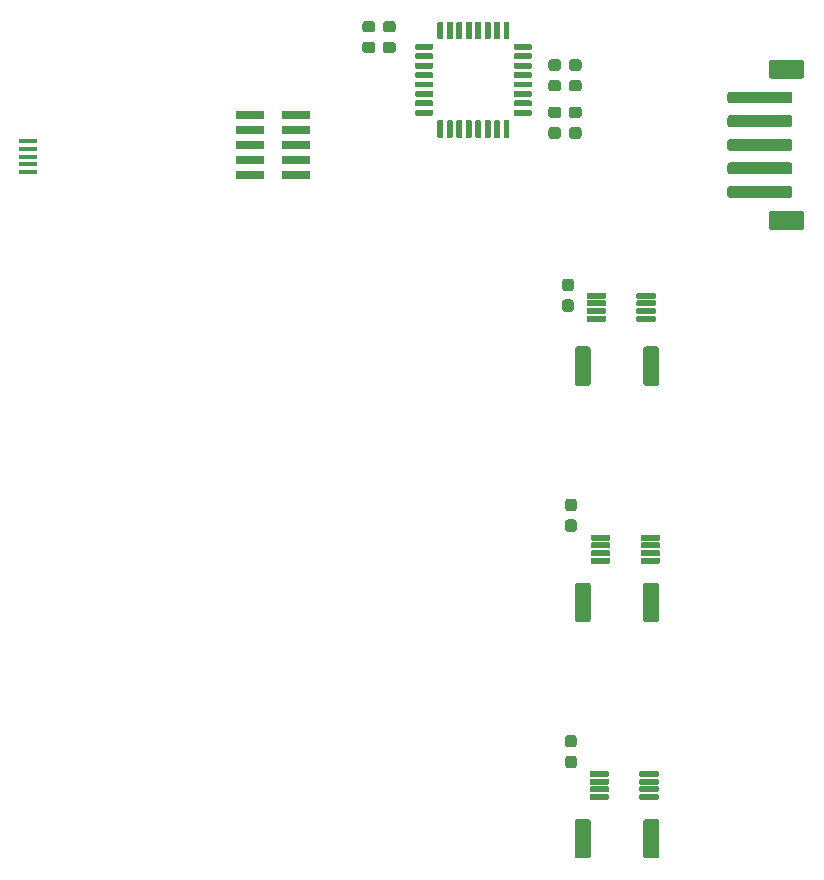
<source format=gbr>
%TF.GenerationSoftware,KiCad,Pcbnew,5.1.5+dfsg1-2build2*%
%TF.CreationDate,2020-12-26T23:47:44-08:00*%
%TF.ProjectId,motorcontroller,6d6f746f-7263-46f6-9e74-726f6c6c6572,rev?*%
%TF.SameCoordinates,Original*%
%TF.FileFunction,Paste,Top*%
%TF.FilePolarity,Positive*%
%FSLAX46Y46*%
G04 Gerber Fmt 4.6, Leading zero omitted, Abs format (unit mm)*
G04 Created by KiCad (PCBNEW 5.1.5+dfsg1-2build2) date 2020-12-26 23:47:44*
%MOMM*%
%LPD*%
G04 APERTURE LIST*
%ADD10C,0.100000*%
%ADD11R,2.400000X0.740000*%
%ADD12R,1.500000X0.450000*%
G04 APERTURE END LIST*
D10*
G36*
X101837252Y-95725602D02*
G01*
X101849386Y-95727402D01*
X101861286Y-95730382D01*
X101872835Y-95734515D01*
X101883925Y-95739760D01*
X101894446Y-95746066D01*
X101904299Y-95753374D01*
X101913388Y-95761612D01*
X101921626Y-95770701D01*
X101928934Y-95780554D01*
X101935240Y-95791075D01*
X101940485Y-95802165D01*
X101944618Y-95813714D01*
X101947598Y-95825614D01*
X101949398Y-95837748D01*
X101950000Y-95850000D01*
X101950000Y-96100000D01*
X101949398Y-96112252D01*
X101947598Y-96124386D01*
X101944618Y-96136286D01*
X101940485Y-96147835D01*
X101935240Y-96158925D01*
X101928934Y-96169446D01*
X101921626Y-96179299D01*
X101913388Y-96188388D01*
X101904299Y-96196626D01*
X101894446Y-96203934D01*
X101883925Y-96210240D01*
X101872835Y-96215485D01*
X101861286Y-96219618D01*
X101849386Y-96222598D01*
X101837252Y-96224398D01*
X101825000Y-96225000D01*
X100450000Y-96225000D01*
X100437748Y-96224398D01*
X100425614Y-96222598D01*
X100413714Y-96219618D01*
X100402165Y-96215485D01*
X100391075Y-96210240D01*
X100380554Y-96203934D01*
X100370701Y-96196626D01*
X100361612Y-96188388D01*
X100353374Y-96179299D01*
X100346066Y-96169446D01*
X100339760Y-96158925D01*
X100334515Y-96147835D01*
X100330382Y-96136286D01*
X100327402Y-96124386D01*
X100325602Y-96112252D01*
X100325000Y-96100000D01*
X100325000Y-95850000D01*
X100325602Y-95837748D01*
X100327402Y-95825614D01*
X100330382Y-95813714D01*
X100334515Y-95802165D01*
X100339760Y-95791075D01*
X100346066Y-95780554D01*
X100353374Y-95770701D01*
X100361612Y-95761612D01*
X100370701Y-95753374D01*
X100380554Y-95746066D01*
X100391075Y-95739760D01*
X100402165Y-95734515D01*
X100413714Y-95730382D01*
X100425614Y-95727402D01*
X100437748Y-95725602D01*
X100450000Y-95725000D01*
X101825000Y-95725000D01*
X101837252Y-95725602D01*
G37*
G36*
X101837252Y-95075602D02*
G01*
X101849386Y-95077402D01*
X101861286Y-95080382D01*
X101872835Y-95084515D01*
X101883925Y-95089760D01*
X101894446Y-95096066D01*
X101904299Y-95103374D01*
X101913388Y-95111612D01*
X101921626Y-95120701D01*
X101928934Y-95130554D01*
X101935240Y-95141075D01*
X101940485Y-95152165D01*
X101944618Y-95163714D01*
X101947598Y-95175614D01*
X101949398Y-95187748D01*
X101950000Y-95200000D01*
X101950000Y-95450000D01*
X101949398Y-95462252D01*
X101947598Y-95474386D01*
X101944618Y-95486286D01*
X101940485Y-95497835D01*
X101935240Y-95508925D01*
X101928934Y-95519446D01*
X101921626Y-95529299D01*
X101913388Y-95538388D01*
X101904299Y-95546626D01*
X101894446Y-95553934D01*
X101883925Y-95560240D01*
X101872835Y-95565485D01*
X101861286Y-95569618D01*
X101849386Y-95572598D01*
X101837252Y-95574398D01*
X101825000Y-95575000D01*
X100450000Y-95575000D01*
X100437748Y-95574398D01*
X100425614Y-95572598D01*
X100413714Y-95569618D01*
X100402165Y-95565485D01*
X100391075Y-95560240D01*
X100380554Y-95553934D01*
X100370701Y-95546626D01*
X100361612Y-95538388D01*
X100353374Y-95529299D01*
X100346066Y-95519446D01*
X100339760Y-95508925D01*
X100334515Y-95497835D01*
X100330382Y-95486286D01*
X100327402Y-95474386D01*
X100325602Y-95462252D01*
X100325000Y-95450000D01*
X100325000Y-95200000D01*
X100325602Y-95187748D01*
X100327402Y-95175614D01*
X100330382Y-95163714D01*
X100334515Y-95152165D01*
X100339760Y-95141075D01*
X100346066Y-95130554D01*
X100353374Y-95120701D01*
X100361612Y-95111612D01*
X100370701Y-95103374D01*
X100380554Y-95096066D01*
X100391075Y-95089760D01*
X100402165Y-95084515D01*
X100413714Y-95080382D01*
X100425614Y-95077402D01*
X100437748Y-95075602D01*
X100450000Y-95075000D01*
X101825000Y-95075000D01*
X101837252Y-95075602D01*
G37*
G36*
X101837252Y-94425602D02*
G01*
X101849386Y-94427402D01*
X101861286Y-94430382D01*
X101872835Y-94434515D01*
X101883925Y-94439760D01*
X101894446Y-94446066D01*
X101904299Y-94453374D01*
X101913388Y-94461612D01*
X101921626Y-94470701D01*
X101928934Y-94480554D01*
X101935240Y-94491075D01*
X101940485Y-94502165D01*
X101944618Y-94513714D01*
X101947598Y-94525614D01*
X101949398Y-94537748D01*
X101950000Y-94550000D01*
X101950000Y-94800000D01*
X101949398Y-94812252D01*
X101947598Y-94824386D01*
X101944618Y-94836286D01*
X101940485Y-94847835D01*
X101935240Y-94858925D01*
X101928934Y-94869446D01*
X101921626Y-94879299D01*
X101913388Y-94888388D01*
X101904299Y-94896626D01*
X101894446Y-94903934D01*
X101883925Y-94910240D01*
X101872835Y-94915485D01*
X101861286Y-94919618D01*
X101849386Y-94922598D01*
X101837252Y-94924398D01*
X101825000Y-94925000D01*
X100450000Y-94925000D01*
X100437748Y-94924398D01*
X100425614Y-94922598D01*
X100413714Y-94919618D01*
X100402165Y-94915485D01*
X100391075Y-94910240D01*
X100380554Y-94903934D01*
X100370701Y-94896626D01*
X100361612Y-94888388D01*
X100353374Y-94879299D01*
X100346066Y-94869446D01*
X100339760Y-94858925D01*
X100334515Y-94847835D01*
X100330382Y-94836286D01*
X100327402Y-94824386D01*
X100325602Y-94812252D01*
X100325000Y-94800000D01*
X100325000Y-94550000D01*
X100325602Y-94537748D01*
X100327402Y-94525614D01*
X100330382Y-94513714D01*
X100334515Y-94502165D01*
X100339760Y-94491075D01*
X100346066Y-94480554D01*
X100353374Y-94470701D01*
X100361612Y-94461612D01*
X100370701Y-94453374D01*
X100380554Y-94446066D01*
X100391075Y-94439760D01*
X100402165Y-94434515D01*
X100413714Y-94430382D01*
X100425614Y-94427402D01*
X100437748Y-94425602D01*
X100450000Y-94425000D01*
X101825000Y-94425000D01*
X101837252Y-94425602D01*
G37*
G36*
X101837252Y-93775602D02*
G01*
X101849386Y-93777402D01*
X101861286Y-93780382D01*
X101872835Y-93784515D01*
X101883925Y-93789760D01*
X101894446Y-93796066D01*
X101904299Y-93803374D01*
X101913388Y-93811612D01*
X101921626Y-93820701D01*
X101928934Y-93830554D01*
X101935240Y-93841075D01*
X101940485Y-93852165D01*
X101944618Y-93863714D01*
X101947598Y-93875614D01*
X101949398Y-93887748D01*
X101950000Y-93900000D01*
X101950000Y-94150000D01*
X101949398Y-94162252D01*
X101947598Y-94174386D01*
X101944618Y-94186286D01*
X101940485Y-94197835D01*
X101935240Y-94208925D01*
X101928934Y-94219446D01*
X101921626Y-94229299D01*
X101913388Y-94238388D01*
X101904299Y-94246626D01*
X101894446Y-94253934D01*
X101883925Y-94260240D01*
X101872835Y-94265485D01*
X101861286Y-94269618D01*
X101849386Y-94272598D01*
X101837252Y-94274398D01*
X101825000Y-94275000D01*
X100450000Y-94275000D01*
X100437748Y-94274398D01*
X100425614Y-94272598D01*
X100413714Y-94269618D01*
X100402165Y-94265485D01*
X100391075Y-94260240D01*
X100380554Y-94253934D01*
X100370701Y-94246626D01*
X100361612Y-94238388D01*
X100353374Y-94229299D01*
X100346066Y-94219446D01*
X100339760Y-94208925D01*
X100334515Y-94197835D01*
X100330382Y-94186286D01*
X100327402Y-94174386D01*
X100325602Y-94162252D01*
X100325000Y-94150000D01*
X100325000Y-93900000D01*
X100325602Y-93887748D01*
X100327402Y-93875614D01*
X100330382Y-93863714D01*
X100334515Y-93852165D01*
X100339760Y-93841075D01*
X100346066Y-93830554D01*
X100353374Y-93820701D01*
X100361612Y-93811612D01*
X100370701Y-93803374D01*
X100380554Y-93796066D01*
X100391075Y-93789760D01*
X100402165Y-93784515D01*
X100413714Y-93780382D01*
X100425614Y-93777402D01*
X100437748Y-93775602D01*
X100450000Y-93775000D01*
X101825000Y-93775000D01*
X101837252Y-93775602D01*
G37*
G36*
X106062252Y-93775602D02*
G01*
X106074386Y-93777402D01*
X106086286Y-93780382D01*
X106097835Y-93784515D01*
X106108925Y-93789760D01*
X106119446Y-93796066D01*
X106129299Y-93803374D01*
X106138388Y-93811612D01*
X106146626Y-93820701D01*
X106153934Y-93830554D01*
X106160240Y-93841075D01*
X106165485Y-93852165D01*
X106169618Y-93863714D01*
X106172598Y-93875614D01*
X106174398Y-93887748D01*
X106175000Y-93900000D01*
X106175000Y-94150000D01*
X106174398Y-94162252D01*
X106172598Y-94174386D01*
X106169618Y-94186286D01*
X106165485Y-94197835D01*
X106160240Y-94208925D01*
X106153934Y-94219446D01*
X106146626Y-94229299D01*
X106138388Y-94238388D01*
X106129299Y-94246626D01*
X106119446Y-94253934D01*
X106108925Y-94260240D01*
X106097835Y-94265485D01*
X106086286Y-94269618D01*
X106074386Y-94272598D01*
X106062252Y-94274398D01*
X106050000Y-94275000D01*
X104675000Y-94275000D01*
X104662748Y-94274398D01*
X104650614Y-94272598D01*
X104638714Y-94269618D01*
X104627165Y-94265485D01*
X104616075Y-94260240D01*
X104605554Y-94253934D01*
X104595701Y-94246626D01*
X104586612Y-94238388D01*
X104578374Y-94229299D01*
X104571066Y-94219446D01*
X104564760Y-94208925D01*
X104559515Y-94197835D01*
X104555382Y-94186286D01*
X104552402Y-94174386D01*
X104550602Y-94162252D01*
X104550000Y-94150000D01*
X104550000Y-93900000D01*
X104550602Y-93887748D01*
X104552402Y-93875614D01*
X104555382Y-93863714D01*
X104559515Y-93852165D01*
X104564760Y-93841075D01*
X104571066Y-93830554D01*
X104578374Y-93820701D01*
X104586612Y-93811612D01*
X104595701Y-93803374D01*
X104605554Y-93796066D01*
X104616075Y-93789760D01*
X104627165Y-93784515D01*
X104638714Y-93780382D01*
X104650614Y-93777402D01*
X104662748Y-93775602D01*
X104675000Y-93775000D01*
X106050000Y-93775000D01*
X106062252Y-93775602D01*
G37*
G36*
X106062252Y-94425602D02*
G01*
X106074386Y-94427402D01*
X106086286Y-94430382D01*
X106097835Y-94434515D01*
X106108925Y-94439760D01*
X106119446Y-94446066D01*
X106129299Y-94453374D01*
X106138388Y-94461612D01*
X106146626Y-94470701D01*
X106153934Y-94480554D01*
X106160240Y-94491075D01*
X106165485Y-94502165D01*
X106169618Y-94513714D01*
X106172598Y-94525614D01*
X106174398Y-94537748D01*
X106175000Y-94550000D01*
X106175000Y-94800000D01*
X106174398Y-94812252D01*
X106172598Y-94824386D01*
X106169618Y-94836286D01*
X106165485Y-94847835D01*
X106160240Y-94858925D01*
X106153934Y-94869446D01*
X106146626Y-94879299D01*
X106138388Y-94888388D01*
X106129299Y-94896626D01*
X106119446Y-94903934D01*
X106108925Y-94910240D01*
X106097835Y-94915485D01*
X106086286Y-94919618D01*
X106074386Y-94922598D01*
X106062252Y-94924398D01*
X106050000Y-94925000D01*
X104675000Y-94925000D01*
X104662748Y-94924398D01*
X104650614Y-94922598D01*
X104638714Y-94919618D01*
X104627165Y-94915485D01*
X104616075Y-94910240D01*
X104605554Y-94903934D01*
X104595701Y-94896626D01*
X104586612Y-94888388D01*
X104578374Y-94879299D01*
X104571066Y-94869446D01*
X104564760Y-94858925D01*
X104559515Y-94847835D01*
X104555382Y-94836286D01*
X104552402Y-94824386D01*
X104550602Y-94812252D01*
X104550000Y-94800000D01*
X104550000Y-94550000D01*
X104550602Y-94537748D01*
X104552402Y-94525614D01*
X104555382Y-94513714D01*
X104559515Y-94502165D01*
X104564760Y-94491075D01*
X104571066Y-94480554D01*
X104578374Y-94470701D01*
X104586612Y-94461612D01*
X104595701Y-94453374D01*
X104605554Y-94446066D01*
X104616075Y-94439760D01*
X104627165Y-94434515D01*
X104638714Y-94430382D01*
X104650614Y-94427402D01*
X104662748Y-94425602D01*
X104675000Y-94425000D01*
X106050000Y-94425000D01*
X106062252Y-94425602D01*
G37*
G36*
X106062252Y-95075602D02*
G01*
X106074386Y-95077402D01*
X106086286Y-95080382D01*
X106097835Y-95084515D01*
X106108925Y-95089760D01*
X106119446Y-95096066D01*
X106129299Y-95103374D01*
X106138388Y-95111612D01*
X106146626Y-95120701D01*
X106153934Y-95130554D01*
X106160240Y-95141075D01*
X106165485Y-95152165D01*
X106169618Y-95163714D01*
X106172598Y-95175614D01*
X106174398Y-95187748D01*
X106175000Y-95200000D01*
X106175000Y-95450000D01*
X106174398Y-95462252D01*
X106172598Y-95474386D01*
X106169618Y-95486286D01*
X106165485Y-95497835D01*
X106160240Y-95508925D01*
X106153934Y-95519446D01*
X106146626Y-95529299D01*
X106138388Y-95538388D01*
X106129299Y-95546626D01*
X106119446Y-95553934D01*
X106108925Y-95560240D01*
X106097835Y-95565485D01*
X106086286Y-95569618D01*
X106074386Y-95572598D01*
X106062252Y-95574398D01*
X106050000Y-95575000D01*
X104675000Y-95575000D01*
X104662748Y-95574398D01*
X104650614Y-95572598D01*
X104638714Y-95569618D01*
X104627165Y-95565485D01*
X104616075Y-95560240D01*
X104605554Y-95553934D01*
X104595701Y-95546626D01*
X104586612Y-95538388D01*
X104578374Y-95529299D01*
X104571066Y-95519446D01*
X104564760Y-95508925D01*
X104559515Y-95497835D01*
X104555382Y-95486286D01*
X104552402Y-95474386D01*
X104550602Y-95462252D01*
X104550000Y-95450000D01*
X104550000Y-95200000D01*
X104550602Y-95187748D01*
X104552402Y-95175614D01*
X104555382Y-95163714D01*
X104559515Y-95152165D01*
X104564760Y-95141075D01*
X104571066Y-95130554D01*
X104578374Y-95120701D01*
X104586612Y-95111612D01*
X104595701Y-95103374D01*
X104605554Y-95096066D01*
X104616075Y-95089760D01*
X104627165Y-95084515D01*
X104638714Y-95080382D01*
X104650614Y-95077402D01*
X104662748Y-95075602D01*
X104675000Y-95075000D01*
X106050000Y-95075000D01*
X106062252Y-95075602D01*
G37*
G36*
X106062252Y-95725602D02*
G01*
X106074386Y-95727402D01*
X106086286Y-95730382D01*
X106097835Y-95734515D01*
X106108925Y-95739760D01*
X106119446Y-95746066D01*
X106129299Y-95753374D01*
X106138388Y-95761612D01*
X106146626Y-95770701D01*
X106153934Y-95780554D01*
X106160240Y-95791075D01*
X106165485Y-95802165D01*
X106169618Y-95813714D01*
X106172598Y-95825614D01*
X106174398Y-95837748D01*
X106175000Y-95850000D01*
X106175000Y-96100000D01*
X106174398Y-96112252D01*
X106172598Y-96124386D01*
X106169618Y-96136286D01*
X106165485Y-96147835D01*
X106160240Y-96158925D01*
X106153934Y-96169446D01*
X106146626Y-96179299D01*
X106138388Y-96188388D01*
X106129299Y-96196626D01*
X106119446Y-96203934D01*
X106108925Y-96210240D01*
X106097835Y-96215485D01*
X106086286Y-96219618D01*
X106074386Y-96222598D01*
X106062252Y-96224398D01*
X106050000Y-96225000D01*
X104675000Y-96225000D01*
X104662748Y-96224398D01*
X104650614Y-96222598D01*
X104638714Y-96219618D01*
X104627165Y-96215485D01*
X104616075Y-96210240D01*
X104605554Y-96203934D01*
X104595701Y-96196626D01*
X104586612Y-96188388D01*
X104578374Y-96179299D01*
X104571066Y-96169446D01*
X104564760Y-96158925D01*
X104559515Y-96147835D01*
X104555382Y-96136286D01*
X104552402Y-96124386D01*
X104550602Y-96112252D01*
X104550000Y-96100000D01*
X104550000Y-95850000D01*
X104550602Y-95837748D01*
X104552402Y-95825614D01*
X104555382Y-95813714D01*
X104559515Y-95802165D01*
X104564760Y-95791075D01*
X104571066Y-95780554D01*
X104578374Y-95770701D01*
X104586612Y-95761612D01*
X104595701Y-95753374D01*
X104605554Y-95746066D01*
X104616075Y-95739760D01*
X104627165Y-95734515D01*
X104638714Y-95730382D01*
X104650614Y-95727402D01*
X104662748Y-95725602D01*
X104675000Y-95725000D01*
X106050000Y-95725000D01*
X106062252Y-95725602D01*
G37*
G36*
X102199752Y-116225602D02*
G01*
X102211886Y-116227402D01*
X102223786Y-116230382D01*
X102235335Y-116234515D01*
X102246425Y-116239760D01*
X102256946Y-116246066D01*
X102266799Y-116253374D01*
X102275888Y-116261612D01*
X102284126Y-116270701D01*
X102291434Y-116280554D01*
X102297740Y-116291075D01*
X102302985Y-116302165D01*
X102307118Y-116313714D01*
X102310098Y-116325614D01*
X102311898Y-116337748D01*
X102312500Y-116350000D01*
X102312500Y-116600000D01*
X102311898Y-116612252D01*
X102310098Y-116624386D01*
X102307118Y-116636286D01*
X102302985Y-116647835D01*
X102297740Y-116658925D01*
X102291434Y-116669446D01*
X102284126Y-116679299D01*
X102275888Y-116688388D01*
X102266799Y-116696626D01*
X102256946Y-116703934D01*
X102246425Y-116710240D01*
X102235335Y-116715485D01*
X102223786Y-116719618D01*
X102211886Y-116722598D01*
X102199752Y-116724398D01*
X102187500Y-116725000D01*
X100812500Y-116725000D01*
X100800248Y-116724398D01*
X100788114Y-116722598D01*
X100776214Y-116719618D01*
X100764665Y-116715485D01*
X100753575Y-116710240D01*
X100743054Y-116703934D01*
X100733201Y-116696626D01*
X100724112Y-116688388D01*
X100715874Y-116679299D01*
X100708566Y-116669446D01*
X100702260Y-116658925D01*
X100697015Y-116647835D01*
X100692882Y-116636286D01*
X100689902Y-116624386D01*
X100688102Y-116612252D01*
X100687500Y-116600000D01*
X100687500Y-116350000D01*
X100688102Y-116337748D01*
X100689902Y-116325614D01*
X100692882Y-116313714D01*
X100697015Y-116302165D01*
X100702260Y-116291075D01*
X100708566Y-116280554D01*
X100715874Y-116270701D01*
X100724112Y-116261612D01*
X100733201Y-116253374D01*
X100743054Y-116246066D01*
X100753575Y-116239760D01*
X100764665Y-116234515D01*
X100776214Y-116230382D01*
X100788114Y-116227402D01*
X100800248Y-116225602D01*
X100812500Y-116225000D01*
X102187500Y-116225000D01*
X102199752Y-116225602D01*
G37*
G36*
X102199752Y-115575602D02*
G01*
X102211886Y-115577402D01*
X102223786Y-115580382D01*
X102235335Y-115584515D01*
X102246425Y-115589760D01*
X102256946Y-115596066D01*
X102266799Y-115603374D01*
X102275888Y-115611612D01*
X102284126Y-115620701D01*
X102291434Y-115630554D01*
X102297740Y-115641075D01*
X102302985Y-115652165D01*
X102307118Y-115663714D01*
X102310098Y-115675614D01*
X102311898Y-115687748D01*
X102312500Y-115700000D01*
X102312500Y-115950000D01*
X102311898Y-115962252D01*
X102310098Y-115974386D01*
X102307118Y-115986286D01*
X102302985Y-115997835D01*
X102297740Y-116008925D01*
X102291434Y-116019446D01*
X102284126Y-116029299D01*
X102275888Y-116038388D01*
X102266799Y-116046626D01*
X102256946Y-116053934D01*
X102246425Y-116060240D01*
X102235335Y-116065485D01*
X102223786Y-116069618D01*
X102211886Y-116072598D01*
X102199752Y-116074398D01*
X102187500Y-116075000D01*
X100812500Y-116075000D01*
X100800248Y-116074398D01*
X100788114Y-116072598D01*
X100776214Y-116069618D01*
X100764665Y-116065485D01*
X100753575Y-116060240D01*
X100743054Y-116053934D01*
X100733201Y-116046626D01*
X100724112Y-116038388D01*
X100715874Y-116029299D01*
X100708566Y-116019446D01*
X100702260Y-116008925D01*
X100697015Y-115997835D01*
X100692882Y-115986286D01*
X100689902Y-115974386D01*
X100688102Y-115962252D01*
X100687500Y-115950000D01*
X100687500Y-115700000D01*
X100688102Y-115687748D01*
X100689902Y-115675614D01*
X100692882Y-115663714D01*
X100697015Y-115652165D01*
X100702260Y-115641075D01*
X100708566Y-115630554D01*
X100715874Y-115620701D01*
X100724112Y-115611612D01*
X100733201Y-115603374D01*
X100743054Y-115596066D01*
X100753575Y-115589760D01*
X100764665Y-115584515D01*
X100776214Y-115580382D01*
X100788114Y-115577402D01*
X100800248Y-115575602D01*
X100812500Y-115575000D01*
X102187500Y-115575000D01*
X102199752Y-115575602D01*
G37*
G36*
X102199752Y-114925602D02*
G01*
X102211886Y-114927402D01*
X102223786Y-114930382D01*
X102235335Y-114934515D01*
X102246425Y-114939760D01*
X102256946Y-114946066D01*
X102266799Y-114953374D01*
X102275888Y-114961612D01*
X102284126Y-114970701D01*
X102291434Y-114980554D01*
X102297740Y-114991075D01*
X102302985Y-115002165D01*
X102307118Y-115013714D01*
X102310098Y-115025614D01*
X102311898Y-115037748D01*
X102312500Y-115050000D01*
X102312500Y-115300000D01*
X102311898Y-115312252D01*
X102310098Y-115324386D01*
X102307118Y-115336286D01*
X102302985Y-115347835D01*
X102297740Y-115358925D01*
X102291434Y-115369446D01*
X102284126Y-115379299D01*
X102275888Y-115388388D01*
X102266799Y-115396626D01*
X102256946Y-115403934D01*
X102246425Y-115410240D01*
X102235335Y-115415485D01*
X102223786Y-115419618D01*
X102211886Y-115422598D01*
X102199752Y-115424398D01*
X102187500Y-115425000D01*
X100812500Y-115425000D01*
X100800248Y-115424398D01*
X100788114Y-115422598D01*
X100776214Y-115419618D01*
X100764665Y-115415485D01*
X100753575Y-115410240D01*
X100743054Y-115403934D01*
X100733201Y-115396626D01*
X100724112Y-115388388D01*
X100715874Y-115379299D01*
X100708566Y-115369446D01*
X100702260Y-115358925D01*
X100697015Y-115347835D01*
X100692882Y-115336286D01*
X100689902Y-115324386D01*
X100688102Y-115312252D01*
X100687500Y-115300000D01*
X100687500Y-115050000D01*
X100688102Y-115037748D01*
X100689902Y-115025614D01*
X100692882Y-115013714D01*
X100697015Y-115002165D01*
X100702260Y-114991075D01*
X100708566Y-114980554D01*
X100715874Y-114970701D01*
X100724112Y-114961612D01*
X100733201Y-114953374D01*
X100743054Y-114946066D01*
X100753575Y-114939760D01*
X100764665Y-114934515D01*
X100776214Y-114930382D01*
X100788114Y-114927402D01*
X100800248Y-114925602D01*
X100812500Y-114925000D01*
X102187500Y-114925000D01*
X102199752Y-114925602D01*
G37*
G36*
X102199752Y-114275602D02*
G01*
X102211886Y-114277402D01*
X102223786Y-114280382D01*
X102235335Y-114284515D01*
X102246425Y-114289760D01*
X102256946Y-114296066D01*
X102266799Y-114303374D01*
X102275888Y-114311612D01*
X102284126Y-114320701D01*
X102291434Y-114330554D01*
X102297740Y-114341075D01*
X102302985Y-114352165D01*
X102307118Y-114363714D01*
X102310098Y-114375614D01*
X102311898Y-114387748D01*
X102312500Y-114400000D01*
X102312500Y-114650000D01*
X102311898Y-114662252D01*
X102310098Y-114674386D01*
X102307118Y-114686286D01*
X102302985Y-114697835D01*
X102297740Y-114708925D01*
X102291434Y-114719446D01*
X102284126Y-114729299D01*
X102275888Y-114738388D01*
X102266799Y-114746626D01*
X102256946Y-114753934D01*
X102246425Y-114760240D01*
X102235335Y-114765485D01*
X102223786Y-114769618D01*
X102211886Y-114772598D01*
X102199752Y-114774398D01*
X102187500Y-114775000D01*
X100812500Y-114775000D01*
X100800248Y-114774398D01*
X100788114Y-114772598D01*
X100776214Y-114769618D01*
X100764665Y-114765485D01*
X100753575Y-114760240D01*
X100743054Y-114753934D01*
X100733201Y-114746626D01*
X100724112Y-114738388D01*
X100715874Y-114729299D01*
X100708566Y-114719446D01*
X100702260Y-114708925D01*
X100697015Y-114697835D01*
X100692882Y-114686286D01*
X100689902Y-114674386D01*
X100688102Y-114662252D01*
X100687500Y-114650000D01*
X100687500Y-114400000D01*
X100688102Y-114387748D01*
X100689902Y-114375614D01*
X100692882Y-114363714D01*
X100697015Y-114352165D01*
X100702260Y-114341075D01*
X100708566Y-114330554D01*
X100715874Y-114320701D01*
X100724112Y-114311612D01*
X100733201Y-114303374D01*
X100743054Y-114296066D01*
X100753575Y-114289760D01*
X100764665Y-114284515D01*
X100776214Y-114280382D01*
X100788114Y-114277402D01*
X100800248Y-114275602D01*
X100812500Y-114275000D01*
X102187500Y-114275000D01*
X102199752Y-114275602D01*
G37*
G36*
X106424752Y-114275602D02*
G01*
X106436886Y-114277402D01*
X106448786Y-114280382D01*
X106460335Y-114284515D01*
X106471425Y-114289760D01*
X106481946Y-114296066D01*
X106491799Y-114303374D01*
X106500888Y-114311612D01*
X106509126Y-114320701D01*
X106516434Y-114330554D01*
X106522740Y-114341075D01*
X106527985Y-114352165D01*
X106532118Y-114363714D01*
X106535098Y-114375614D01*
X106536898Y-114387748D01*
X106537500Y-114400000D01*
X106537500Y-114650000D01*
X106536898Y-114662252D01*
X106535098Y-114674386D01*
X106532118Y-114686286D01*
X106527985Y-114697835D01*
X106522740Y-114708925D01*
X106516434Y-114719446D01*
X106509126Y-114729299D01*
X106500888Y-114738388D01*
X106491799Y-114746626D01*
X106481946Y-114753934D01*
X106471425Y-114760240D01*
X106460335Y-114765485D01*
X106448786Y-114769618D01*
X106436886Y-114772598D01*
X106424752Y-114774398D01*
X106412500Y-114775000D01*
X105037500Y-114775000D01*
X105025248Y-114774398D01*
X105013114Y-114772598D01*
X105001214Y-114769618D01*
X104989665Y-114765485D01*
X104978575Y-114760240D01*
X104968054Y-114753934D01*
X104958201Y-114746626D01*
X104949112Y-114738388D01*
X104940874Y-114729299D01*
X104933566Y-114719446D01*
X104927260Y-114708925D01*
X104922015Y-114697835D01*
X104917882Y-114686286D01*
X104914902Y-114674386D01*
X104913102Y-114662252D01*
X104912500Y-114650000D01*
X104912500Y-114400000D01*
X104913102Y-114387748D01*
X104914902Y-114375614D01*
X104917882Y-114363714D01*
X104922015Y-114352165D01*
X104927260Y-114341075D01*
X104933566Y-114330554D01*
X104940874Y-114320701D01*
X104949112Y-114311612D01*
X104958201Y-114303374D01*
X104968054Y-114296066D01*
X104978575Y-114289760D01*
X104989665Y-114284515D01*
X105001214Y-114280382D01*
X105013114Y-114277402D01*
X105025248Y-114275602D01*
X105037500Y-114275000D01*
X106412500Y-114275000D01*
X106424752Y-114275602D01*
G37*
G36*
X106424752Y-114925602D02*
G01*
X106436886Y-114927402D01*
X106448786Y-114930382D01*
X106460335Y-114934515D01*
X106471425Y-114939760D01*
X106481946Y-114946066D01*
X106491799Y-114953374D01*
X106500888Y-114961612D01*
X106509126Y-114970701D01*
X106516434Y-114980554D01*
X106522740Y-114991075D01*
X106527985Y-115002165D01*
X106532118Y-115013714D01*
X106535098Y-115025614D01*
X106536898Y-115037748D01*
X106537500Y-115050000D01*
X106537500Y-115300000D01*
X106536898Y-115312252D01*
X106535098Y-115324386D01*
X106532118Y-115336286D01*
X106527985Y-115347835D01*
X106522740Y-115358925D01*
X106516434Y-115369446D01*
X106509126Y-115379299D01*
X106500888Y-115388388D01*
X106491799Y-115396626D01*
X106481946Y-115403934D01*
X106471425Y-115410240D01*
X106460335Y-115415485D01*
X106448786Y-115419618D01*
X106436886Y-115422598D01*
X106424752Y-115424398D01*
X106412500Y-115425000D01*
X105037500Y-115425000D01*
X105025248Y-115424398D01*
X105013114Y-115422598D01*
X105001214Y-115419618D01*
X104989665Y-115415485D01*
X104978575Y-115410240D01*
X104968054Y-115403934D01*
X104958201Y-115396626D01*
X104949112Y-115388388D01*
X104940874Y-115379299D01*
X104933566Y-115369446D01*
X104927260Y-115358925D01*
X104922015Y-115347835D01*
X104917882Y-115336286D01*
X104914902Y-115324386D01*
X104913102Y-115312252D01*
X104912500Y-115300000D01*
X104912500Y-115050000D01*
X104913102Y-115037748D01*
X104914902Y-115025614D01*
X104917882Y-115013714D01*
X104922015Y-115002165D01*
X104927260Y-114991075D01*
X104933566Y-114980554D01*
X104940874Y-114970701D01*
X104949112Y-114961612D01*
X104958201Y-114953374D01*
X104968054Y-114946066D01*
X104978575Y-114939760D01*
X104989665Y-114934515D01*
X105001214Y-114930382D01*
X105013114Y-114927402D01*
X105025248Y-114925602D01*
X105037500Y-114925000D01*
X106412500Y-114925000D01*
X106424752Y-114925602D01*
G37*
G36*
X106424752Y-115575602D02*
G01*
X106436886Y-115577402D01*
X106448786Y-115580382D01*
X106460335Y-115584515D01*
X106471425Y-115589760D01*
X106481946Y-115596066D01*
X106491799Y-115603374D01*
X106500888Y-115611612D01*
X106509126Y-115620701D01*
X106516434Y-115630554D01*
X106522740Y-115641075D01*
X106527985Y-115652165D01*
X106532118Y-115663714D01*
X106535098Y-115675614D01*
X106536898Y-115687748D01*
X106537500Y-115700000D01*
X106537500Y-115950000D01*
X106536898Y-115962252D01*
X106535098Y-115974386D01*
X106532118Y-115986286D01*
X106527985Y-115997835D01*
X106522740Y-116008925D01*
X106516434Y-116019446D01*
X106509126Y-116029299D01*
X106500888Y-116038388D01*
X106491799Y-116046626D01*
X106481946Y-116053934D01*
X106471425Y-116060240D01*
X106460335Y-116065485D01*
X106448786Y-116069618D01*
X106436886Y-116072598D01*
X106424752Y-116074398D01*
X106412500Y-116075000D01*
X105037500Y-116075000D01*
X105025248Y-116074398D01*
X105013114Y-116072598D01*
X105001214Y-116069618D01*
X104989665Y-116065485D01*
X104978575Y-116060240D01*
X104968054Y-116053934D01*
X104958201Y-116046626D01*
X104949112Y-116038388D01*
X104940874Y-116029299D01*
X104933566Y-116019446D01*
X104927260Y-116008925D01*
X104922015Y-115997835D01*
X104917882Y-115986286D01*
X104914902Y-115974386D01*
X104913102Y-115962252D01*
X104912500Y-115950000D01*
X104912500Y-115700000D01*
X104913102Y-115687748D01*
X104914902Y-115675614D01*
X104917882Y-115663714D01*
X104922015Y-115652165D01*
X104927260Y-115641075D01*
X104933566Y-115630554D01*
X104940874Y-115620701D01*
X104949112Y-115611612D01*
X104958201Y-115603374D01*
X104968054Y-115596066D01*
X104978575Y-115589760D01*
X104989665Y-115584515D01*
X105001214Y-115580382D01*
X105013114Y-115577402D01*
X105025248Y-115575602D01*
X105037500Y-115575000D01*
X106412500Y-115575000D01*
X106424752Y-115575602D01*
G37*
G36*
X106424752Y-116225602D02*
G01*
X106436886Y-116227402D01*
X106448786Y-116230382D01*
X106460335Y-116234515D01*
X106471425Y-116239760D01*
X106481946Y-116246066D01*
X106491799Y-116253374D01*
X106500888Y-116261612D01*
X106509126Y-116270701D01*
X106516434Y-116280554D01*
X106522740Y-116291075D01*
X106527985Y-116302165D01*
X106532118Y-116313714D01*
X106535098Y-116325614D01*
X106536898Y-116337748D01*
X106537500Y-116350000D01*
X106537500Y-116600000D01*
X106536898Y-116612252D01*
X106535098Y-116624386D01*
X106532118Y-116636286D01*
X106527985Y-116647835D01*
X106522740Y-116658925D01*
X106516434Y-116669446D01*
X106509126Y-116679299D01*
X106500888Y-116688388D01*
X106491799Y-116696626D01*
X106481946Y-116703934D01*
X106471425Y-116710240D01*
X106460335Y-116715485D01*
X106448786Y-116719618D01*
X106436886Y-116722598D01*
X106424752Y-116724398D01*
X106412500Y-116725000D01*
X105037500Y-116725000D01*
X105025248Y-116724398D01*
X105013114Y-116722598D01*
X105001214Y-116719618D01*
X104989665Y-116715485D01*
X104978575Y-116710240D01*
X104968054Y-116703934D01*
X104958201Y-116696626D01*
X104949112Y-116688388D01*
X104940874Y-116679299D01*
X104933566Y-116669446D01*
X104927260Y-116658925D01*
X104922015Y-116647835D01*
X104917882Y-116636286D01*
X104914902Y-116624386D01*
X104913102Y-116612252D01*
X104912500Y-116600000D01*
X104912500Y-116350000D01*
X104913102Y-116337748D01*
X104914902Y-116325614D01*
X104917882Y-116313714D01*
X104922015Y-116302165D01*
X104927260Y-116291075D01*
X104933566Y-116280554D01*
X104940874Y-116270701D01*
X104949112Y-116261612D01*
X104958201Y-116253374D01*
X104968054Y-116246066D01*
X104978575Y-116239760D01*
X104989665Y-116234515D01*
X105001214Y-116230382D01*
X105013114Y-116227402D01*
X105025248Y-116225602D01*
X105037500Y-116225000D01*
X106412500Y-116225000D01*
X106424752Y-116225602D01*
G37*
G36*
X93687252Y-79175602D02*
G01*
X93699386Y-79177402D01*
X93711286Y-79180382D01*
X93722835Y-79184515D01*
X93733925Y-79189760D01*
X93744446Y-79196066D01*
X93754299Y-79203374D01*
X93763388Y-79211612D01*
X93771626Y-79220701D01*
X93778934Y-79230554D01*
X93785240Y-79241075D01*
X93790485Y-79252165D01*
X93794618Y-79263714D01*
X93797598Y-79275614D01*
X93799398Y-79287748D01*
X93800000Y-79300000D01*
X93800000Y-80550000D01*
X93799398Y-80562252D01*
X93797598Y-80574386D01*
X93794618Y-80586286D01*
X93790485Y-80597835D01*
X93785240Y-80608925D01*
X93778934Y-80619446D01*
X93771626Y-80629299D01*
X93763388Y-80638388D01*
X93754299Y-80646626D01*
X93744446Y-80653934D01*
X93733925Y-80660240D01*
X93722835Y-80665485D01*
X93711286Y-80669618D01*
X93699386Y-80672598D01*
X93687252Y-80674398D01*
X93675000Y-80675000D01*
X93425000Y-80675000D01*
X93412748Y-80674398D01*
X93400614Y-80672598D01*
X93388714Y-80669618D01*
X93377165Y-80665485D01*
X93366075Y-80660240D01*
X93355554Y-80653934D01*
X93345701Y-80646626D01*
X93336612Y-80638388D01*
X93328374Y-80629299D01*
X93321066Y-80619446D01*
X93314760Y-80608925D01*
X93309515Y-80597835D01*
X93305382Y-80586286D01*
X93302402Y-80574386D01*
X93300602Y-80562252D01*
X93300000Y-80550000D01*
X93300000Y-79300000D01*
X93300602Y-79287748D01*
X93302402Y-79275614D01*
X93305382Y-79263714D01*
X93309515Y-79252165D01*
X93314760Y-79241075D01*
X93321066Y-79230554D01*
X93328374Y-79220701D01*
X93336612Y-79211612D01*
X93345701Y-79203374D01*
X93355554Y-79196066D01*
X93366075Y-79189760D01*
X93377165Y-79184515D01*
X93388714Y-79180382D01*
X93400614Y-79177402D01*
X93412748Y-79175602D01*
X93425000Y-79175000D01*
X93675000Y-79175000D01*
X93687252Y-79175602D01*
G37*
G36*
X92887252Y-79175602D02*
G01*
X92899386Y-79177402D01*
X92911286Y-79180382D01*
X92922835Y-79184515D01*
X92933925Y-79189760D01*
X92944446Y-79196066D01*
X92954299Y-79203374D01*
X92963388Y-79211612D01*
X92971626Y-79220701D01*
X92978934Y-79230554D01*
X92985240Y-79241075D01*
X92990485Y-79252165D01*
X92994618Y-79263714D01*
X92997598Y-79275614D01*
X92999398Y-79287748D01*
X93000000Y-79300000D01*
X93000000Y-80550000D01*
X92999398Y-80562252D01*
X92997598Y-80574386D01*
X92994618Y-80586286D01*
X92990485Y-80597835D01*
X92985240Y-80608925D01*
X92978934Y-80619446D01*
X92971626Y-80629299D01*
X92963388Y-80638388D01*
X92954299Y-80646626D01*
X92944446Y-80653934D01*
X92933925Y-80660240D01*
X92922835Y-80665485D01*
X92911286Y-80669618D01*
X92899386Y-80672598D01*
X92887252Y-80674398D01*
X92875000Y-80675000D01*
X92625000Y-80675000D01*
X92612748Y-80674398D01*
X92600614Y-80672598D01*
X92588714Y-80669618D01*
X92577165Y-80665485D01*
X92566075Y-80660240D01*
X92555554Y-80653934D01*
X92545701Y-80646626D01*
X92536612Y-80638388D01*
X92528374Y-80629299D01*
X92521066Y-80619446D01*
X92514760Y-80608925D01*
X92509515Y-80597835D01*
X92505382Y-80586286D01*
X92502402Y-80574386D01*
X92500602Y-80562252D01*
X92500000Y-80550000D01*
X92500000Y-79300000D01*
X92500602Y-79287748D01*
X92502402Y-79275614D01*
X92505382Y-79263714D01*
X92509515Y-79252165D01*
X92514760Y-79241075D01*
X92521066Y-79230554D01*
X92528374Y-79220701D01*
X92536612Y-79211612D01*
X92545701Y-79203374D01*
X92555554Y-79196066D01*
X92566075Y-79189760D01*
X92577165Y-79184515D01*
X92588714Y-79180382D01*
X92600614Y-79177402D01*
X92612748Y-79175602D01*
X92625000Y-79175000D01*
X92875000Y-79175000D01*
X92887252Y-79175602D01*
G37*
G36*
X92087252Y-79175602D02*
G01*
X92099386Y-79177402D01*
X92111286Y-79180382D01*
X92122835Y-79184515D01*
X92133925Y-79189760D01*
X92144446Y-79196066D01*
X92154299Y-79203374D01*
X92163388Y-79211612D01*
X92171626Y-79220701D01*
X92178934Y-79230554D01*
X92185240Y-79241075D01*
X92190485Y-79252165D01*
X92194618Y-79263714D01*
X92197598Y-79275614D01*
X92199398Y-79287748D01*
X92200000Y-79300000D01*
X92200000Y-80550000D01*
X92199398Y-80562252D01*
X92197598Y-80574386D01*
X92194618Y-80586286D01*
X92190485Y-80597835D01*
X92185240Y-80608925D01*
X92178934Y-80619446D01*
X92171626Y-80629299D01*
X92163388Y-80638388D01*
X92154299Y-80646626D01*
X92144446Y-80653934D01*
X92133925Y-80660240D01*
X92122835Y-80665485D01*
X92111286Y-80669618D01*
X92099386Y-80672598D01*
X92087252Y-80674398D01*
X92075000Y-80675000D01*
X91825000Y-80675000D01*
X91812748Y-80674398D01*
X91800614Y-80672598D01*
X91788714Y-80669618D01*
X91777165Y-80665485D01*
X91766075Y-80660240D01*
X91755554Y-80653934D01*
X91745701Y-80646626D01*
X91736612Y-80638388D01*
X91728374Y-80629299D01*
X91721066Y-80619446D01*
X91714760Y-80608925D01*
X91709515Y-80597835D01*
X91705382Y-80586286D01*
X91702402Y-80574386D01*
X91700602Y-80562252D01*
X91700000Y-80550000D01*
X91700000Y-79300000D01*
X91700602Y-79287748D01*
X91702402Y-79275614D01*
X91705382Y-79263714D01*
X91709515Y-79252165D01*
X91714760Y-79241075D01*
X91721066Y-79230554D01*
X91728374Y-79220701D01*
X91736612Y-79211612D01*
X91745701Y-79203374D01*
X91755554Y-79196066D01*
X91766075Y-79189760D01*
X91777165Y-79184515D01*
X91788714Y-79180382D01*
X91800614Y-79177402D01*
X91812748Y-79175602D01*
X91825000Y-79175000D01*
X92075000Y-79175000D01*
X92087252Y-79175602D01*
G37*
G36*
X91287252Y-79175602D02*
G01*
X91299386Y-79177402D01*
X91311286Y-79180382D01*
X91322835Y-79184515D01*
X91333925Y-79189760D01*
X91344446Y-79196066D01*
X91354299Y-79203374D01*
X91363388Y-79211612D01*
X91371626Y-79220701D01*
X91378934Y-79230554D01*
X91385240Y-79241075D01*
X91390485Y-79252165D01*
X91394618Y-79263714D01*
X91397598Y-79275614D01*
X91399398Y-79287748D01*
X91400000Y-79300000D01*
X91400000Y-80550000D01*
X91399398Y-80562252D01*
X91397598Y-80574386D01*
X91394618Y-80586286D01*
X91390485Y-80597835D01*
X91385240Y-80608925D01*
X91378934Y-80619446D01*
X91371626Y-80629299D01*
X91363388Y-80638388D01*
X91354299Y-80646626D01*
X91344446Y-80653934D01*
X91333925Y-80660240D01*
X91322835Y-80665485D01*
X91311286Y-80669618D01*
X91299386Y-80672598D01*
X91287252Y-80674398D01*
X91275000Y-80675000D01*
X91025000Y-80675000D01*
X91012748Y-80674398D01*
X91000614Y-80672598D01*
X90988714Y-80669618D01*
X90977165Y-80665485D01*
X90966075Y-80660240D01*
X90955554Y-80653934D01*
X90945701Y-80646626D01*
X90936612Y-80638388D01*
X90928374Y-80629299D01*
X90921066Y-80619446D01*
X90914760Y-80608925D01*
X90909515Y-80597835D01*
X90905382Y-80586286D01*
X90902402Y-80574386D01*
X90900602Y-80562252D01*
X90900000Y-80550000D01*
X90900000Y-79300000D01*
X90900602Y-79287748D01*
X90902402Y-79275614D01*
X90905382Y-79263714D01*
X90909515Y-79252165D01*
X90914760Y-79241075D01*
X90921066Y-79230554D01*
X90928374Y-79220701D01*
X90936612Y-79211612D01*
X90945701Y-79203374D01*
X90955554Y-79196066D01*
X90966075Y-79189760D01*
X90977165Y-79184515D01*
X90988714Y-79180382D01*
X91000614Y-79177402D01*
X91012748Y-79175602D01*
X91025000Y-79175000D01*
X91275000Y-79175000D01*
X91287252Y-79175602D01*
G37*
G36*
X90487252Y-79175602D02*
G01*
X90499386Y-79177402D01*
X90511286Y-79180382D01*
X90522835Y-79184515D01*
X90533925Y-79189760D01*
X90544446Y-79196066D01*
X90554299Y-79203374D01*
X90563388Y-79211612D01*
X90571626Y-79220701D01*
X90578934Y-79230554D01*
X90585240Y-79241075D01*
X90590485Y-79252165D01*
X90594618Y-79263714D01*
X90597598Y-79275614D01*
X90599398Y-79287748D01*
X90600000Y-79300000D01*
X90600000Y-80550000D01*
X90599398Y-80562252D01*
X90597598Y-80574386D01*
X90594618Y-80586286D01*
X90590485Y-80597835D01*
X90585240Y-80608925D01*
X90578934Y-80619446D01*
X90571626Y-80629299D01*
X90563388Y-80638388D01*
X90554299Y-80646626D01*
X90544446Y-80653934D01*
X90533925Y-80660240D01*
X90522835Y-80665485D01*
X90511286Y-80669618D01*
X90499386Y-80672598D01*
X90487252Y-80674398D01*
X90475000Y-80675000D01*
X90225000Y-80675000D01*
X90212748Y-80674398D01*
X90200614Y-80672598D01*
X90188714Y-80669618D01*
X90177165Y-80665485D01*
X90166075Y-80660240D01*
X90155554Y-80653934D01*
X90145701Y-80646626D01*
X90136612Y-80638388D01*
X90128374Y-80629299D01*
X90121066Y-80619446D01*
X90114760Y-80608925D01*
X90109515Y-80597835D01*
X90105382Y-80586286D01*
X90102402Y-80574386D01*
X90100602Y-80562252D01*
X90100000Y-80550000D01*
X90100000Y-79300000D01*
X90100602Y-79287748D01*
X90102402Y-79275614D01*
X90105382Y-79263714D01*
X90109515Y-79252165D01*
X90114760Y-79241075D01*
X90121066Y-79230554D01*
X90128374Y-79220701D01*
X90136612Y-79211612D01*
X90145701Y-79203374D01*
X90155554Y-79196066D01*
X90166075Y-79189760D01*
X90177165Y-79184515D01*
X90188714Y-79180382D01*
X90200614Y-79177402D01*
X90212748Y-79175602D01*
X90225000Y-79175000D01*
X90475000Y-79175000D01*
X90487252Y-79175602D01*
G37*
G36*
X89687252Y-79175602D02*
G01*
X89699386Y-79177402D01*
X89711286Y-79180382D01*
X89722835Y-79184515D01*
X89733925Y-79189760D01*
X89744446Y-79196066D01*
X89754299Y-79203374D01*
X89763388Y-79211612D01*
X89771626Y-79220701D01*
X89778934Y-79230554D01*
X89785240Y-79241075D01*
X89790485Y-79252165D01*
X89794618Y-79263714D01*
X89797598Y-79275614D01*
X89799398Y-79287748D01*
X89800000Y-79300000D01*
X89800000Y-80550000D01*
X89799398Y-80562252D01*
X89797598Y-80574386D01*
X89794618Y-80586286D01*
X89790485Y-80597835D01*
X89785240Y-80608925D01*
X89778934Y-80619446D01*
X89771626Y-80629299D01*
X89763388Y-80638388D01*
X89754299Y-80646626D01*
X89744446Y-80653934D01*
X89733925Y-80660240D01*
X89722835Y-80665485D01*
X89711286Y-80669618D01*
X89699386Y-80672598D01*
X89687252Y-80674398D01*
X89675000Y-80675000D01*
X89425000Y-80675000D01*
X89412748Y-80674398D01*
X89400614Y-80672598D01*
X89388714Y-80669618D01*
X89377165Y-80665485D01*
X89366075Y-80660240D01*
X89355554Y-80653934D01*
X89345701Y-80646626D01*
X89336612Y-80638388D01*
X89328374Y-80629299D01*
X89321066Y-80619446D01*
X89314760Y-80608925D01*
X89309515Y-80597835D01*
X89305382Y-80586286D01*
X89302402Y-80574386D01*
X89300602Y-80562252D01*
X89300000Y-80550000D01*
X89300000Y-79300000D01*
X89300602Y-79287748D01*
X89302402Y-79275614D01*
X89305382Y-79263714D01*
X89309515Y-79252165D01*
X89314760Y-79241075D01*
X89321066Y-79230554D01*
X89328374Y-79220701D01*
X89336612Y-79211612D01*
X89345701Y-79203374D01*
X89355554Y-79196066D01*
X89366075Y-79189760D01*
X89377165Y-79184515D01*
X89388714Y-79180382D01*
X89400614Y-79177402D01*
X89412748Y-79175602D01*
X89425000Y-79175000D01*
X89675000Y-79175000D01*
X89687252Y-79175602D01*
G37*
G36*
X88887252Y-79175602D02*
G01*
X88899386Y-79177402D01*
X88911286Y-79180382D01*
X88922835Y-79184515D01*
X88933925Y-79189760D01*
X88944446Y-79196066D01*
X88954299Y-79203374D01*
X88963388Y-79211612D01*
X88971626Y-79220701D01*
X88978934Y-79230554D01*
X88985240Y-79241075D01*
X88990485Y-79252165D01*
X88994618Y-79263714D01*
X88997598Y-79275614D01*
X88999398Y-79287748D01*
X89000000Y-79300000D01*
X89000000Y-80550000D01*
X88999398Y-80562252D01*
X88997598Y-80574386D01*
X88994618Y-80586286D01*
X88990485Y-80597835D01*
X88985240Y-80608925D01*
X88978934Y-80619446D01*
X88971626Y-80629299D01*
X88963388Y-80638388D01*
X88954299Y-80646626D01*
X88944446Y-80653934D01*
X88933925Y-80660240D01*
X88922835Y-80665485D01*
X88911286Y-80669618D01*
X88899386Y-80672598D01*
X88887252Y-80674398D01*
X88875000Y-80675000D01*
X88625000Y-80675000D01*
X88612748Y-80674398D01*
X88600614Y-80672598D01*
X88588714Y-80669618D01*
X88577165Y-80665485D01*
X88566075Y-80660240D01*
X88555554Y-80653934D01*
X88545701Y-80646626D01*
X88536612Y-80638388D01*
X88528374Y-80629299D01*
X88521066Y-80619446D01*
X88514760Y-80608925D01*
X88509515Y-80597835D01*
X88505382Y-80586286D01*
X88502402Y-80574386D01*
X88500602Y-80562252D01*
X88500000Y-80550000D01*
X88500000Y-79300000D01*
X88500602Y-79287748D01*
X88502402Y-79275614D01*
X88505382Y-79263714D01*
X88509515Y-79252165D01*
X88514760Y-79241075D01*
X88521066Y-79230554D01*
X88528374Y-79220701D01*
X88536612Y-79211612D01*
X88545701Y-79203374D01*
X88555554Y-79196066D01*
X88566075Y-79189760D01*
X88577165Y-79184515D01*
X88588714Y-79180382D01*
X88600614Y-79177402D01*
X88612748Y-79175602D01*
X88625000Y-79175000D01*
X88875000Y-79175000D01*
X88887252Y-79175602D01*
G37*
G36*
X88087252Y-79175602D02*
G01*
X88099386Y-79177402D01*
X88111286Y-79180382D01*
X88122835Y-79184515D01*
X88133925Y-79189760D01*
X88144446Y-79196066D01*
X88154299Y-79203374D01*
X88163388Y-79211612D01*
X88171626Y-79220701D01*
X88178934Y-79230554D01*
X88185240Y-79241075D01*
X88190485Y-79252165D01*
X88194618Y-79263714D01*
X88197598Y-79275614D01*
X88199398Y-79287748D01*
X88200000Y-79300000D01*
X88200000Y-80550000D01*
X88199398Y-80562252D01*
X88197598Y-80574386D01*
X88194618Y-80586286D01*
X88190485Y-80597835D01*
X88185240Y-80608925D01*
X88178934Y-80619446D01*
X88171626Y-80629299D01*
X88163388Y-80638388D01*
X88154299Y-80646626D01*
X88144446Y-80653934D01*
X88133925Y-80660240D01*
X88122835Y-80665485D01*
X88111286Y-80669618D01*
X88099386Y-80672598D01*
X88087252Y-80674398D01*
X88075000Y-80675000D01*
X87825000Y-80675000D01*
X87812748Y-80674398D01*
X87800614Y-80672598D01*
X87788714Y-80669618D01*
X87777165Y-80665485D01*
X87766075Y-80660240D01*
X87755554Y-80653934D01*
X87745701Y-80646626D01*
X87736612Y-80638388D01*
X87728374Y-80629299D01*
X87721066Y-80619446D01*
X87714760Y-80608925D01*
X87709515Y-80597835D01*
X87705382Y-80586286D01*
X87702402Y-80574386D01*
X87700602Y-80562252D01*
X87700000Y-80550000D01*
X87700000Y-79300000D01*
X87700602Y-79287748D01*
X87702402Y-79275614D01*
X87705382Y-79263714D01*
X87709515Y-79252165D01*
X87714760Y-79241075D01*
X87721066Y-79230554D01*
X87728374Y-79220701D01*
X87736612Y-79211612D01*
X87745701Y-79203374D01*
X87755554Y-79196066D01*
X87766075Y-79189760D01*
X87777165Y-79184515D01*
X87788714Y-79180382D01*
X87800614Y-79177402D01*
X87812748Y-79175602D01*
X87825000Y-79175000D01*
X88075000Y-79175000D01*
X88087252Y-79175602D01*
G37*
G36*
X87212252Y-78300602D02*
G01*
X87224386Y-78302402D01*
X87236286Y-78305382D01*
X87247835Y-78309515D01*
X87258925Y-78314760D01*
X87269446Y-78321066D01*
X87279299Y-78328374D01*
X87288388Y-78336612D01*
X87296626Y-78345701D01*
X87303934Y-78355554D01*
X87310240Y-78366075D01*
X87315485Y-78377165D01*
X87319618Y-78388714D01*
X87322598Y-78400614D01*
X87324398Y-78412748D01*
X87325000Y-78425000D01*
X87325000Y-78675000D01*
X87324398Y-78687252D01*
X87322598Y-78699386D01*
X87319618Y-78711286D01*
X87315485Y-78722835D01*
X87310240Y-78733925D01*
X87303934Y-78744446D01*
X87296626Y-78754299D01*
X87288388Y-78763388D01*
X87279299Y-78771626D01*
X87269446Y-78778934D01*
X87258925Y-78785240D01*
X87247835Y-78790485D01*
X87236286Y-78794618D01*
X87224386Y-78797598D01*
X87212252Y-78799398D01*
X87200000Y-78800000D01*
X85950000Y-78800000D01*
X85937748Y-78799398D01*
X85925614Y-78797598D01*
X85913714Y-78794618D01*
X85902165Y-78790485D01*
X85891075Y-78785240D01*
X85880554Y-78778934D01*
X85870701Y-78771626D01*
X85861612Y-78763388D01*
X85853374Y-78754299D01*
X85846066Y-78744446D01*
X85839760Y-78733925D01*
X85834515Y-78722835D01*
X85830382Y-78711286D01*
X85827402Y-78699386D01*
X85825602Y-78687252D01*
X85825000Y-78675000D01*
X85825000Y-78425000D01*
X85825602Y-78412748D01*
X85827402Y-78400614D01*
X85830382Y-78388714D01*
X85834515Y-78377165D01*
X85839760Y-78366075D01*
X85846066Y-78355554D01*
X85853374Y-78345701D01*
X85861612Y-78336612D01*
X85870701Y-78328374D01*
X85880554Y-78321066D01*
X85891075Y-78314760D01*
X85902165Y-78309515D01*
X85913714Y-78305382D01*
X85925614Y-78302402D01*
X85937748Y-78300602D01*
X85950000Y-78300000D01*
X87200000Y-78300000D01*
X87212252Y-78300602D01*
G37*
G36*
X87212252Y-77500602D02*
G01*
X87224386Y-77502402D01*
X87236286Y-77505382D01*
X87247835Y-77509515D01*
X87258925Y-77514760D01*
X87269446Y-77521066D01*
X87279299Y-77528374D01*
X87288388Y-77536612D01*
X87296626Y-77545701D01*
X87303934Y-77555554D01*
X87310240Y-77566075D01*
X87315485Y-77577165D01*
X87319618Y-77588714D01*
X87322598Y-77600614D01*
X87324398Y-77612748D01*
X87325000Y-77625000D01*
X87325000Y-77875000D01*
X87324398Y-77887252D01*
X87322598Y-77899386D01*
X87319618Y-77911286D01*
X87315485Y-77922835D01*
X87310240Y-77933925D01*
X87303934Y-77944446D01*
X87296626Y-77954299D01*
X87288388Y-77963388D01*
X87279299Y-77971626D01*
X87269446Y-77978934D01*
X87258925Y-77985240D01*
X87247835Y-77990485D01*
X87236286Y-77994618D01*
X87224386Y-77997598D01*
X87212252Y-77999398D01*
X87200000Y-78000000D01*
X85950000Y-78000000D01*
X85937748Y-77999398D01*
X85925614Y-77997598D01*
X85913714Y-77994618D01*
X85902165Y-77990485D01*
X85891075Y-77985240D01*
X85880554Y-77978934D01*
X85870701Y-77971626D01*
X85861612Y-77963388D01*
X85853374Y-77954299D01*
X85846066Y-77944446D01*
X85839760Y-77933925D01*
X85834515Y-77922835D01*
X85830382Y-77911286D01*
X85827402Y-77899386D01*
X85825602Y-77887252D01*
X85825000Y-77875000D01*
X85825000Y-77625000D01*
X85825602Y-77612748D01*
X85827402Y-77600614D01*
X85830382Y-77588714D01*
X85834515Y-77577165D01*
X85839760Y-77566075D01*
X85846066Y-77555554D01*
X85853374Y-77545701D01*
X85861612Y-77536612D01*
X85870701Y-77528374D01*
X85880554Y-77521066D01*
X85891075Y-77514760D01*
X85902165Y-77509515D01*
X85913714Y-77505382D01*
X85925614Y-77502402D01*
X85937748Y-77500602D01*
X85950000Y-77500000D01*
X87200000Y-77500000D01*
X87212252Y-77500602D01*
G37*
G36*
X87212252Y-76700602D02*
G01*
X87224386Y-76702402D01*
X87236286Y-76705382D01*
X87247835Y-76709515D01*
X87258925Y-76714760D01*
X87269446Y-76721066D01*
X87279299Y-76728374D01*
X87288388Y-76736612D01*
X87296626Y-76745701D01*
X87303934Y-76755554D01*
X87310240Y-76766075D01*
X87315485Y-76777165D01*
X87319618Y-76788714D01*
X87322598Y-76800614D01*
X87324398Y-76812748D01*
X87325000Y-76825000D01*
X87325000Y-77075000D01*
X87324398Y-77087252D01*
X87322598Y-77099386D01*
X87319618Y-77111286D01*
X87315485Y-77122835D01*
X87310240Y-77133925D01*
X87303934Y-77144446D01*
X87296626Y-77154299D01*
X87288388Y-77163388D01*
X87279299Y-77171626D01*
X87269446Y-77178934D01*
X87258925Y-77185240D01*
X87247835Y-77190485D01*
X87236286Y-77194618D01*
X87224386Y-77197598D01*
X87212252Y-77199398D01*
X87200000Y-77200000D01*
X85950000Y-77200000D01*
X85937748Y-77199398D01*
X85925614Y-77197598D01*
X85913714Y-77194618D01*
X85902165Y-77190485D01*
X85891075Y-77185240D01*
X85880554Y-77178934D01*
X85870701Y-77171626D01*
X85861612Y-77163388D01*
X85853374Y-77154299D01*
X85846066Y-77144446D01*
X85839760Y-77133925D01*
X85834515Y-77122835D01*
X85830382Y-77111286D01*
X85827402Y-77099386D01*
X85825602Y-77087252D01*
X85825000Y-77075000D01*
X85825000Y-76825000D01*
X85825602Y-76812748D01*
X85827402Y-76800614D01*
X85830382Y-76788714D01*
X85834515Y-76777165D01*
X85839760Y-76766075D01*
X85846066Y-76755554D01*
X85853374Y-76745701D01*
X85861612Y-76736612D01*
X85870701Y-76728374D01*
X85880554Y-76721066D01*
X85891075Y-76714760D01*
X85902165Y-76709515D01*
X85913714Y-76705382D01*
X85925614Y-76702402D01*
X85937748Y-76700602D01*
X85950000Y-76700000D01*
X87200000Y-76700000D01*
X87212252Y-76700602D01*
G37*
G36*
X87212252Y-75900602D02*
G01*
X87224386Y-75902402D01*
X87236286Y-75905382D01*
X87247835Y-75909515D01*
X87258925Y-75914760D01*
X87269446Y-75921066D01*
X87279299Y-75928374D01*
X87288388Y-75936612D01*
X87296626Y-75945701D01*
X87303934Y-75955554D01*
X87310240Y-75966075D01*
X87315485Y-75977165D01*
X87319618Y-75988714D01*
X87322598Y-76000614D01*
X87324398Y-76012748D01*
X87325000Y-76025000D01*
X87325000Y-76275000D01*
X87324398Y-76287252D01*
X87322598Y-76299386D01*
X87319618Y-76311286D01*
X87315485Y-76322835D01*
X87310240Y-76333925D01*
X87303934Y-76344446D01*
X87296626Y-76354299D01*
X87288388Y-76363388D01*
X87279299Y-76371626D01*
X87269446Y-76378934D01*
X87258925Y-76385240D01*
X87247835Y-76390485D01*
X87236286Y-76394618D01*
X87224386Y-76397598D01*
X87212252Y-76399398D01*
X87200000Y-76400000D01*
X85950000Y-76400000D01*
X85937748Y-76399398D01*
X85925614Y-76397598D01*
X85913714Y-76394618D01*
X85902165Y-76390485D01*
X85891075Y-76385240D01*
X85880554Y-76378934D01*
X85870701Y-76371626D01*
X85861612Y-76363388D01*
X85853374Y-76354299D01*
X85846066Y-76344446D01*
X85839760Y-76333925D01*
X85834515Y-76322835D01*
X85830382Y-76311286D01*
X85827402Y-76299386D01*
X85825602Y-76287252D01*
X85825000Y-76275000D01*
X85825000Y-76025000D01*
X85825602Y-76012748D01*
X85827402Y-76000614D01*
X85830382Y-75988714D01*
X85834515Y-75977165D01*
X85839760Y-75966075D01*
X85846066Y-75955554D01*
X85853374Y-75945701D01*
X85861612Y-75936612D01*
X85870701Y-75928374D01*
X85880554Y-75921066D01*
X85891075Y-75914760D01*
X85902165Y-75909515D01*
X85913714Y-75905382D01*
X85925614Y-75902402D01*
X85937748Y-75900602D01*
X85950000Y-75900000D01*
X87200000Y-75900000D01*
X87212252Y-75900602D01*
G37*
G36*
X87212252Y-75100602D02*
G01*
X87224386Y-75102402D01*
X87236286Y-75105382D01*
X87247835Y-75109515D01*
X87258925Y-75114760D01*
X87269446Y-75121066D01*
X87279299Y-75128374D01*
X87288388Y-75136612D01*
X87296626Y-75145701D01*
X87303934Y-75155554D01*
X87310240Y-75166075D01*
X87315485Y-75177165D01*
X87319618Y-75188714D01*
X87322598Y-75200614D01*
X87324398Y-75212748D01*
X87325000Y-75225000D01*
X87325000Y-75475000D01*
X87324398Y-75487252D01*
X87322598Y-75499386D01*
X87319618Y-75511286D01*
X87315485Y-75522835D01*
X87310240Y-75533925D01*
X87303934Y-75544446D01*
X87296626Y-75554299D01*
X87288388Y-75563388D01*
X87279299Y-75571626D01*
X87269446Y-75578934D01*
X87258925Y-75585240D01*
X87247835Y-75590485D01*
X87236286Y-75594618D01*
X87224386Y-75597598D01*
X87212252Y-75599398D01*
X87200000Y-75600000D01*
X85950000Y-75600000D01*
X85937748Y-75599398D01*
X85925614Y-75597598D01*
X85913714Y-75594618D01*
X85902165Y-75590485D01*
X85891075Y-75585240D01*
X85880554Y-75578934D01*
X85870701Y-75571626D01*
X85861612Y-75563388D01*
X85853374Y-75554299D01*
X85846066Y-75544446D01*
X85839760Y-75533925D01*
X85834515Y-75522835D01*
X85830382Y-75511286D01*
X85827402Y-75499386D01*
X85825602Y-75487252D01*
X85825000Y-75475000D01*
X85825000Y-75225000D01*
X85825602Y-75212748D01*
X85827402Y-75200614D01*
X85830382Y-75188714D01*
X85834515Y-75177165D01*
X85839760Y-75166075D01*
X85846066Y-75155554D01*
X85853374Y-75145701D01*
X85861612Y-75136612D01*
X85870701Y-75128374D01*
X85880554Y-75121066D01*
X85891075Y-75114760D01*
X85902165Y-75109515D01*
X85913714Y-75105382D01*
X85925614Y-75102402D01*
X85937748Y-75100602D01*
X85950000Y-75100000D01*
X87200000Y-75100000D01*
X87212252Y-75100602D01*
G37*
G36*
X87212252Y-74300602D02*
G01*
X87224386Y-74302402D01*
X87236286Y-74305382D01*
X87247835Y-74309515D01*
X87258925Y-74314760D01*
X87269446Y-74321066D01*
X87279299Y-74328374D01*
X87288388Y-74336612D01*
X87296626Y-74345701D01*
X87303934Y-74355554D01*
X87310240Y-74366075D01*
X87315485Y-74377165D01*
X87319618Y-74388714D01*
X87322598Y-74400614D01*
X87324398Y-74412748D01*
X87325000Y-74425000D01*
X87325000Y-74675000D01*
X87324398Y-74687252D01*
X87322598Y-74699386D01*
X87319618Y-74711286D01*
X87315485Y-74722835D01*
X87310240Y-74733925D01*
X87303934Y-74744446D01*
X87296626Y-74754299D01*
X87288388Y-74763388D01*
X87279299Y-74771626D01*
X87269446Y-74778934D01*
X87258925Y-74785240D01*
X87247835Y-74790485D01*
X87236286Y-74794618D01*
X87224386Y-74797598D01*
X87212252Y-74799398D01*
X87200000Y-74800000D01*
X85950000Y-74800000D01*
X85937748Y-74799398D01*
X85925614Y-74797598D01*
X85913714Y-74794618D01*
X85902165Y-74790485D01*
X85891075Y-74785240D01*
X85880554Y-74778934D01*
X85870701Y-74771626D01*
X85861612Y-74763388D01*
X85853374Y-74754299D01*
X85846066Y-74744446D01*
X85839760Y-74733925D01*
X85834515Y-74722835D01*
X85830382Y-74711286D01*
X85827402Y-74699386D01*
X85825602Y-74687252D01*
X85825000Y-74675000D01*
X85825000Y-74425000D01*
X85825602Y-74412748D01*
X85827402Y-74400614D01*
X85830382Y-74388714D01*
X85834515Y-74377165D01*
X85839760Y-74366075D01*
X85846066Y-74355554D01*
X85853374Y-74345701D01*
X85861612Y-74336612D01*
X85870701Y-74328374D01*
X85880554Y-74321066D01*
X85891075Y-74314760D01*
X85902165Y-74309515D01*
X85913714Y-74305382D01*
X85925614Y-74302402D01*
X85937748Y-74300602D01*
X85950000Y-74300000D01*
X87200000Y-74300000D01*
X87212252Y-74300602D01*
G37*
G36*
X87212252Y-73500602D02*
G01*
X87224386Y-73502402D01*
X87236286Y-73505382D01*
X87247835Y-73509515D01*
X87258925Y-73514760D01*
X87269446Y-73521066D01*
X87279299Y-73528374D01*
X87288388Y-73536612D01*
X87296626Y-73545701D01*
X87303934Y-73555554D01*
X87310240Y-73566075D01*
X87315485Y-73577165D01*
X87319618Y-73588714D01*
X87322598Y-73600614D01*
X87324398Y-73612748D01*
X87325000Y-73625000D01*
X87325000Y-73875000D01*
X87324398Y-73887252D01*
X87322598Y-73899386D01*
X87319618Y-73911286D01*
X87315485Y-73922835D01*
X87310240Y-73933925D01*
X87303934Y-73944446D01*
X87296626Y-73954299D01*
X87288388Y-73963388D01*
X87279299Y-73971626D01*
X87269446Y-73978934D01*
X87258925Y-73985240D01*
X87247835Y-73990485D01*
X87236286Y-73994618D01*
X87224386Y-73997598D01*
X87212252Y-73999398D01*
X87200000Y-74000000D01*
X85950000Y-74000000D01*
X85937748Y-73999398D01*
X85925614Y-73997598D01*
X85913714Y-73994618D01*
X85902165Y-73990485D01*
X85891075Y-73985240D01*
X85880554Y-73978934D01*
X85870701Y-73971626D01*
X85861612Y-73963388D01*
X85853374Y-73954299D01*
X85846066Y-73944446D01*
X85839760Y-73933925D01*
X85834515Y-73922835D01*
X85830382Y-73911286D01*
X85827402Y-73899386D01*
X85825602Y-73887252D01*
X85825000Y-73875000D01*
X85825000Y-73625000D01*
X85825602Y-73612748D01*
X85827402Y-73600614D01*
X85830382Y-73588714D01*
X85834515Y-73577165D01*
X85839760Y-73566075D01*
X85846066Y-73555554D01*
X85853374Y-73545701D01*
X85861612Y-73536612D01*
X85870701Y-73528374D01*
X85880554Y-73521066D01*
X85891075Y-73514760D01*
X85902165Y-73509515D01*
X85913714Y-73505382D01*
X85925614Y-73502402D01*
X85937748Y-73500602D01*
X85950000Y-73500000D01*
X87200000Y-73500000D01*
X87212252Y-73500602D01*
G37*
G36*
X87212252Y-72700602D02*
G01*
X87224386Y-72702402D01*
X87236286Y-72705382D01*
X87247835Y-72709515D01*
X87258925Y-72714760D01*
X87269446Y-72721066D01*
X87279299Y-72728374D01*
X87288388Y-72736612D01*
X87296626Y-72745701D01*
X87303934Y-72755554D01*
X87310240Y-72766075D01*
X87315485Y-72777165D01*
X87319618Y-72788714D01*
X87322598Y-72800614D01*
X87324398Y-72812748D01*
X87325000Y-72825000D01*
X87325000Y-73075000D01*
X87324398Y-73087252D01*
X87322598Y-73099386D01*
X87319618Y-73111286D01*
X87315485Y-73122835D01*
X87310240Y-73133925D01*
X87303934Y-73144446D01*
X87296626Y-73154299D01*
X87288388Y-73163388D01*
X87279299Y-73171626D01*
X87269446Y-73178934D01*
X87258925Y-73185240D01*
X87247835Y-73190485D01*
X87236286Y-73194618D01*
X87224386Y-73197598D01*
X87212252Y-73199398D01*
X87200000Y-73200000D01*
X85950000Y-73200000D01*
X85937748Y-73199398D01*
X85925614Y-73197598D01*
X85913714Y-73194618D01*
X85902165Y-73190485D01*
X85891075Y-73185240D01*
X85880554Y-73178934D01*
X85870701Y-73171626D01*
X85861612Y-73163388D01*
X85853374Y-73154299D01*
X85846066Y-73144446D01*
X85839760Y-73133925D01*
X85834515Y-73122835D01*
X85830382Y-73111286D01*
X85827402Y-73099386D01*
X85825602Y-73087252D01*
X85825000Y-73075000D01*
X85825000Y-72825000D01*
X85825602Y-72812748D01*
X85827402Y-72800614D01*
X85830382Y-72788714D01*
X85834515Y-72777165D01*
X85839760Y-72766075D01*
X85846066Y-72755554D01*
X85853374Y-72745701D01*
X85861612Y-72736612D01*
X85870701Y-72728374D01*
X85880554Y-72721066D01*
X85891075Y-72714760D01*
X85902165Y-72709515D01*
X85913714Y-72705382D01*
X85925614Y-72702402D01*
X85937748Y-72700602D01*
X85950000Y-72700000D01*
X87200000Y-72700000D01*
X87212252Y-72700602D01*
G37*
G36*
X88087252Y-70825602D02*
G01*
X88099386Y-70827402D01*
X88111286Y-70830382D01*
X88122835Y-70834515D01*
X88133925Y-70839760D01*
X88144446Y-70846066D01*
X88154299Y-70853374D01*
X88163388Y-70861612D01*
X88171626Y-70870701D01*
X88178934Y-70880554D01*
X88185240Y-70891075D01*
X88190485Y-70902165D01*
X88194618Y-70913714D01*
X88197598Y-70925614D01*
X88199398Y-70937748D01*
X88200000Y-70950000D01*
X88200000Y-72200000D01*
X88199398Y-72212252D01*
X88197598Y-72224386D01*
X88194618Y-72236286D01*
X88190485Y-72247835D01*
X88185240Y-72258925D01*
X88178934Y-72269446D01*
X88171626Y-72279299D01*
X88163388Y-72288388D01*
X88154299Y-72296626D01*
X88144446Y-72303934D01*
X88133925Y-72310240D01*
X88122835Y-72315485D01*
X88111286Y-72319618D01*
X88099386Y-72322598D01*
X88087252Y-72324398D01*
X88075000Y-72325000D01*
X87825000Y-72325000D01*
X87812748Y-72324398D01*
X87800614Y-72322598D01*
X87788714Y-72319618D01*
X87777165Y-72315485D01*
X87766075Y-72310240D01*
X87755554Y-72303934D01*
X87745701Y-72296626D01*
X87736612Y-72288388D01*
X87728374Y-72279299D01*
X87721066Y-72269446D01*
X87714760Y-72258925D01*
X87709515Y-72247835D01*
X87705382Y-72236286D01*
X87702402Y-72224386D01*
X87700602Y-72212252D01*
X87700000Y-72200000D01*
X87700000Y-70950000D01*
X87700602Y-70937748D01*
X87702402Y-70925614D01*
X87705382Y-70913714D01*
X87709515Y-70902165D01*
X87714760Y-70891075D01*
X87721066Y-70880554D01*
X87728374Y-70870701D01*
X87736612Y-70861612D01*
X87745701Y-70853374D01*
X87755554Y-70846066D01*
X87766075Y-70839760D01*
X87777165Y-70834515D01*
X87788714Y-70830382D01*
X87800614Y-70827402D01*
X87812748Y-70825602D01*
X87825000Y-70825000D01*
X88075000Y-70825000D01*
X88087252Y-70825602D01*
G37*
G36*
X88887252Y-70825602D02*
G01*
X88899386Y-70827402D01*
X88911286Y-70830382D01*
X88922835Y-70834515D01*
X88933925Y-70839760D01*
X88944446Y-70846066D01*
X88954299Y-70853374D01*
X88963388Y-70861612D01*
X88971626Y-70870701D01*
X88978934Y-70880554D01*
X88985240Y-70891075D01*
X88990485Y-70902165D01*
X88994618Y-70913714D01*
X88997598Y-70925614D01*
X88999398Y-70937748D01*
X89000000Y-70950000D01*
X89000000Y-72200000D01*
X88999398Y-72212252D01*
X88997598Y-72224386D01*
X88994618Y-72236286D01*
X88990485Y-72247835D01*
X88985240Y-72258925D01*
X88978934Y-72269446D01*
X88971626Y-72279299D01*
X88963388Y-72288388D01*
X88954299Y-72296626D01*
X88944446Y-72303934D01*
X88933925Y-72310240D01*
X88922835Y-72315485D01*
X88911286Y-72319618D01*
X88899386Y-72322598D01*
X88887252Y-72324398D01*
X88875000Y-72325000D01*
X88625000Y-72325000D01*
X88612748Y-72324398D01*
X88600614Y-72322598D01*
X88588714Y-72319618D01*
X88577165Y-72315485D01*
X88566075Y-72310240D01*
X88555554Y-72303934D01*
X88545701Y-72296626D01*
X88536612Y-72288388D01*
X88528374Y-72279299D01*
X88521066Y-72269446D01*
X88514760Y-72258925D01*
X88509515Y-72247835D01*
X88505382Y-72236286D01*
X88502402Y-72224386D01*
X88500602Y-72212252D01*
X88500000Y-72200000D01*
X88500000Y-70950000D01*
X88500602Y-70937748D01*
X88502402Y-70925614D01*
X88505382Y-70913714D01*
X88509515Y-70902165D01*
X88514760Y-70891075D01*
X88521066Y-70880554D01*
X88528374Y-70870701D01*
X88536612Y-70861612D01*
X88545701Y-70853374D01*
X88555554Y-70846066D01*
X88566075Y-70839760D01*
X88577165Y-70834515D01*
X88588714Y-70830382D01*
X88600614Y-70827402D01*
X88612748Y-70825602D01*
X88625000Y-70825000D01*
X88875000Y-70825000D01*
X88887252Y-70825602D01*
G37*
G36*
X89687252Y-70825602D02*
G01*
X89699386Y-70827402D01*
X89711286Y-70830382D01*
X89722835Y-70834515D01*
X89733925Y-70839760D01*
X89744446Y-70846066D01*
X89754299Y-70853374D01*
X89763388Y-70861612D01*
X89771626Y-70870701D01*
X89778934Y-70880554D01*
X89785240Y-70891075D01*
X89790485Y-70902165D01*
X89794618Y-70913714D01*
X89797598Y-70925614D01*
X89799398Y-70937748D01*
X89800000Y-70950000D01*
X89800000Y-72200000D01*
X89799398Y-72212252D01*
X89797598Y-72224386D01*
X89794618Y-72236286D01*
X89790485Y-72247835D01*
X89785240Y-72258925D01*
X89778934Y-72269446D01*
X89771626Y-72279299D01*
X89763388Y-72288388D01*
X89754299Y-72296626D01*
X89744446Y-72303934D01*
X89733925Y-72310240D01*
X89722835Y-72315485D01*
X89711286Y-72319618D01*
X89699386Y-72322598D01*
X89687252Y-72324398D01*
X89675000Y-72325000D01*
X89425000Y-72325000D01*
X89412748Y-72324398D01*
X89400614Y-72322598D01*
X89388714Y-72319618D01*
X89377165Y-72315485D01*
X89366075Y-72310240D01*
X89355554Y-72303934D01*
X89345701Y-72296626D01*
X89336612Y-72288388D01*
X89328374Y-72279299D01*
X89321066Y-72269446D01*
X89314760Y-72258925D01*
X89309515Y-72247835D01*
X89305382Y-72236286D01*
X89302402Y-72224386D01*
X89300602Y-72212252D01*
X89300000Y-72200000D01*
X89300000Y-70950000D01*
X89300602Y-70937748D01*
X89302402Y-70925614D01*
X89305382Y-70913714D01*
X89309515Y-70902165D01*
X89314760Y-70891075D01*
X89321066Y-70880554D01*
X89328374Y-70870701D01*
X89336612Y-70861612D01*
X89345701Y-70853374D01*
X89355554Y-70846066D01*
X89366075Y-70839760D01*
X89377165Y-70834515D01*
X89388714Y-70830382D01*
X89400614Y-70827402D01*
X89412748Y-70825602D01*
X89425000Y-70825000D01*
X89675000Y-70825000D01*
X89687252Y-70825602D01*
G37*
G36*
X90487252Y-70825602D02*
G01*
X90499386Y-70827402D01*
X90511286Y-70830382D01*
X90522835Y-70834515D01*
X90533925Y-70839760D01*
X90544446Y-70846066D01*
X90554299Y-70853374D01*
X90563388Y-70861612D01*
X90571626Y-70870701D01*
X90578934Y-70880554D01*
X90585240Y-70891075D01*
X90590485Y-70902165D01*
X90594618Y-70913714D01*
X90597598Y-70925614D01*
X90599398Y-70937748D01*
X90600000Y-70950000D01*
X90600000Y-72200000D01*
X90599398Y-72212252D01*
X90597598Y-72224386D01*
X90594618Y-72236286D01*
X90590485Y-72247835D01*
X90585240Y-72258925D01*
X90578934Y-72269446D01*
X90571626Y-72279299D01*
X90563388Y-72288388D01*
X90554299Y-72296626D01*
X90544446Y-72303934D01*
X90533925Y-72310240D01*
X90522835Y-72315485D01*
X90511286Y-72319618D01*
X90499386Y-72322598D01*
X90487252Y-72324398D01*
X90475000Y-72325000D01*
X90225000Y-72325000D01*
X90212748Y-72324398D01*
X90200614Y-72322598D01*
X90188714Y-72319618D01*
X90177165Y-72315485D01*
X90166075Y-72310240D01*
X90155554Y-72303934D01*
X90145701Y-72296626D01*
X90136612Y-72288388D01*
X90128374Y-72279299D01*
X90121066Y-72269446D01*
X90114760Y-72258925D01*
X90109515Y-72247835D01*
X90105382Y-72236286D01*
X90102402Y-72224386D01*
X90100602Y-72212252D01*
X90100000Y-72200000D01*
X90100000Y-70950000D01*
X90100602Y-70937748D01*
X90102402Y-70925614D01*
X90105382Y-70913714D01*
X90109515Y-70902165D01*
X90114760Y-70891075D01*
X90121066Y-70880554D01*
X90128374Y-70870701D01*
X90136612Y-70861612D01*
X90145701Y-70853374D01*
X90155554Y-70846066D01*
X90166075Y-70839760D01*
X90177165Y-70834515D01*
X90188714Y-70830382D01*
X90200614Y-70827402D01*
X90212748Y-70825602D01*
X90225000Y-70825000D01*
X90475000Y-70825000D01*
X90487252Y-70825602D01*
G37*
G36*
X91287252Y-70825602D02*
G01*
X91299386Y-70827402D01*
X91311286Y-70830382D01*
X91322835Y-70834515D01*
X91333925Y-70839760D01*
X91344446Y-70846066D01*
X91354299Y-70853374D01*
X91363388Y-70861612D01*
X91371626Y-70870701D01*
X91378934Y-70880554D01*
X91385240Y-70891075D01*
X91390485Y-70902165D01*
X91394618Y-70913714D01*
X91397598Y-70925614D01*
X91399398Y-70937748D01*
X91400000Y-70950000D01*
X91400000Y-72200000D01*
X91399398Y-72212252D01*
X91397598Y-72224386D01*
X91394618Y-72236286D01*
X91390485Y-72247835D01*
X91385240Y-72258925D01*
X91378934Y-72269446D01*
X91371626Y-72279299D01*
X91363388Y-72288388D01*
X91354299Y-72296626D01*
X91344446Y-72303934D01*
X91333925Y-72310240D01*
X91322835Y-72315485D01*
X91311286Y-72319618D01*
X91299386Y-72322598D01*
X91287252Y-72324398D01*
X91275000Y-72325000D01*
X91025000Y-72325000D01*
X91012748Y-72324398D01*
X91000614Y-72322598D01*
X90988714Y-72319618D01*
X90977165Y-72315485D01*
X90966075Y-72310240D01*
X90955554Y-72303934D01*
X90945701Y-72296626D01*
X90936612Y-72288388D01*
X90928374Y-72279299D01*
X90921066Y-72269446D01*
X90914760Y-72258925D01*
X90909515Y-72247835D01*
X90905382Y-72236286D01*
X90902402Y-72224386D01*
X90900602Y-72212252D01*
X90900000Y-72200000D01*
X90900000Y-70950000D01*
X90900602Y-70937748D01*
X90902402Y-70925614D01*
X90905382Y-70913714D01*
X90909515Y-70902165D01*
X90914760Y-70891075D01*
X90921066Y-70880554D01*
X90928374Y-70870701D01*
X90936612Y-70861612D01*
X90945701Y-70853374D01*
X90955554Y-70846066D01*
X90966075Y-70839760D01*
X90977165Y-70834515D01*
X90988714Y-70830382D01*
X91000614Y-70827402D01*
X91012748Y-70825602D01*
X91025000Y-70825000D01*
X91275000Y-70825000D01*
X91287252Y-70825602D01*
G37*
G36*
X92087252Y-70825602D02*
G01*
X92099386Y-70827402D01*
X92111286Y-70830382D01*
X92122835Y-70834515D01*
X92133925Y-70839760D01*
X92144446Y-70846066D01*
X92154299Y-70853374D01*
X92163388Y-70861612D01*
X92171626Y-70870701D01*
X92178934Y-70880554D01*
X92185240Y-70891075D01*
X92190485Y-70902165D01*
X92194618Y-70913714D01*
X92197598Y-70925614D01*
X92199398Y-70937748D01*
X92200000Y-70950000D01*
X92200000Y-72200000D01*
X92199398Y-72212252D01*
X92197598Y-72224386D01*
X92194618Y-72236286D01*
X92190485Y-72247835D01*
X92185240Y-72258925D01*
X92178934Y-72269446D01*
X92171626Y-72279299D01*
X92163388Y-72288388D01*
X92154299Y-72296626D01*
X92144446Y-72303934D01*
X92133925Y-72310240D01*
X92122835Y-72315485D01*
X92111286Y-72319618D01*
X92099386Y-72322598D01*
X92087252Y-72324398D01*
X92075000Y-72325000D01*
X91825000Y-72325000D01*
X91812748Y-72324398D01*
X91800614Y-72322598D01*
X91788714Y-72319618D01*
X91777165Y-72315485D01*
X91766075Y-72310240D01*
X91755554Y-72303934D01*
X91745701Y-72296626D01*
X91736612Y-72288388D01*
X91728374Y-72279299D01*
X91721066Y-72269446D01*
X91714760Y-72258925D01*
X91709515Y-72247835D01*
X91705382Y-72236286D01*
X91702402Y-72224386D01*
X91700602Y-72212252D01*
X91700000Y-72200000D01*
X91700000Y-70950000D01*
X91700602Y-70937748D01*
X91702402Y-70925614D01*
X91705382Y-70913714D01*
X91709515Y-70902165D01*
X91714760Y-70891075D01*
X91721066Y-70880554D01*
X91728374Y-70870701D01*
X91736612Y-70861612D01*
X91745701Y-70853374D01*
X91755554Y-70846066D01*
X91766075Y-70839760D01*
X91777165Y-70834515D01*
X91788714Y-70830382D01*
X91800614Y-70827402D01*
X91812748Y-70825602D01*
X91825000Y-70825000D01*
X92075000Y-70825000D01*
X92087252Y-70825602D01*
G37*
G36*
X92887252Y-70825602D02*
G01*
X92899386Y-70827402D01*
X92911286Y-70830382D01*
X92922835Y-70834515D01*
X92933925Y-70839760D01*
X92944446Y-70846066D01*
X92954299Y-70853374D01*
X92963388Y-70861612D01*
X92971626Y-70870701D01*
X92978934Y-70880554D01*
X92985240Y-70891075D01*
X92990485Y-70902165D01*
X92994618Y-70913714D01*
X92997598Y-70925614D01*
X92999398Y-70937748D01*
X93000000Y-70950000D01*
X93000000Y-72200000D01*
X92999398Y-72212252D01*
X92997598Y-72224386D01*
X92994618Y-72236286D01*
X92990485Y-72247835D01*
X92985240Y-72258925D01*
X92978934Y-72269446D01*
X92971626Y-72279299D01*
X92963388Y-72288388D01*
X92954299Y-72296626D01*
X92944446Y-72303934D01*
X92933925Y-72310240D01*
X92922835Y-72315485D01*
X92911286Y-72319618D01*
X92899386Y-72322598D01*
X92887252Y-72324398D01*
X92875000Y-72325000D01*
X92625000Y-72325000D01*
X92612748Y-72324398D01*
X92600614Y-72322598D01*
X92588714Y-72319618D01*
X92577165Y-72315485D01*
X92566075Y-72310240D01*
X92555554Y-72303934D01*
X92545701Y-72296626D01*
X92536612Y-72288388D01*
X92528374Y-72279299D01*
X92521066Y-72269446D01*
X92514760Y-72258925D01*
X92509515Y-72247835D01*
X92505382Y-72236286D01*
X92502402Y-72224386D01*
X92500602Y-72212252D01*
X92500000Y-72200000D01*
X92500000Y-70950000D01*
X92500602Y-70937748D01*
X92502402Y-70925614D01*
X92505382Y-70913714D01*
X92509515Y-70902165D01*
X92514760Y-70891075D01*
X92521066Y-70880554D01*
X92528374Y-70870701D01*
X92536612Y-70861612D01*
X92545701Y-70853374D01*
X92555554Y-70846066D01*
X92566075Y-70839760D01*
X92577165Y-70834515D01*
X92588714Y-70830382D01*
X92600614Y-70827402D01*
X92612748Y-70825602D01*
X92625000Y-70825000D01*
X92875000Y-70825000D01*
X92887252Y-70825602D01*
G37*
G36*
X93687252Y-70825602D02*
G01*
X93699386Y-70827402D01*
X93711286Y-70830382D01*
X93722835Y-70834515D01*
X93733925Y-70839760D01*
X93744446Y-70846066D01*
X93754299Y-70853374D01*
X93763388Y-70861612D01*
X93771626Y-70870701D01*
X93778934Y-70880554D01*
X93785240Y-70891075D01*
X93790485Y-70902165D01*
X93794618Y-70913714D01*
X93797598Y-70925614D01*
X93799398Y-70937748D01*
X93800000Y-70950000D01*
X93800000Y-72200000D01*
X93799398Y-72212252D01*
X93797598Y-72224386D01*
X93794618Y-72236286D01*
X93790485Y-72247835D01*
X93785240Y-72258925D01*
X93778934Y-72269446D01*
X93771626Y-72279299D01*
X93763388Y-72288388D01*
X93754299Y-72296626D01*
X93744446Y-72303934D01*
X93733925Y-72310240D01*
X93722835Y-72315485D01*
X93711286Y-72319618D01*
X93699386Y-72322598D01*
X93687252Y-72324398D01*
X93675000Y-72325000D01*
X93425000Y-72325000D01*
X93412748Y-72324398D01*
X93400614Y-72322598D01*
X93388714Y-72319618D01*
X93377165Y-72315485D01*
X93366075Y-72310240D01*
X93355554Y-72303934D01*
X93345701Y-72296626D01*
X93336612Y-72288388D01*
X93328374Y-72279299D01*
X93321066Y-72269446D01*
X93314760Y-72258925D01*
X93309515Y-72247835D01*
X93305382Y-72236286D01*
X93302402Y-72224386D01*
X93300602Y-72212252D01*
X93300000Y-72200000D01*
X93300000Y-70950000D01*
X93300602Y-70937748D01*
X93302402Y-70925614D01*
X93305382Y-70913714D01*
X93309515Y-70902165D01*
X93314760Y-70891075D01*
X93321066Y-70880554D01*
X93328374Y-70870701D01*
X93336612Y-70861612D01*
X93345701Y-70853374D01*
X93355554Y-70846066D01*
X93366075Y-70839760D01*
X93377165Y-70834515D01*
X93388714Y-70830382D01*
X93400614Y-70827402D01*
X93412748Y-70825602D01*
X93425000Y-70825000D01*
X93675000Y-70825000D01*
X93687252Y-70825602D01*
G37*
G36*
X95562252Y-72700602D02*
G01*
X95574386Y-72702402D01*
X95586286Y-72705382D01*
X95597835Y-72709515D01*
X95608925Y-72714760D01*
X95619446Y-72721066D01*
X95629299Y-72728374D01*
X95638388Y-72736612D01*
X95646626Y-72745701D01*
X95653934Y-72755554D01*
X95660240Y-72766075D01*
X95665485Y-72777165D01*
X95669618Y-72788714D01*
X95672598Y-72800614D01*
X95674398Y-72812748D01*
X95675000Y-72825000D01*
X95675000Y-73075000D01*
X95674398Y-73087252D01*
X95672598Y-73099386D01*
X95669618Y-73111286D01*
X95665485Y-73122835D01*
X95660240Y-73133925D01*
X95653934Y-73144446D01*
X95646626Y-73154299D01*
X95638388Y-73163388D01*
X95629299Y-73171626D01*
X95619446Y-73178934D01*
X95608925Y-73185240D01*
X95597835Y-73190485D01*
X95586286Y-73194618D01*
X95574386Y-73197598D01*
X95562252Y-73199398D01*
X95550000Y-73200000D01*
X94300000Y-73200000D01*
X94287748Y-73199398D01*
X94275614Y-73197598D01*
X94263714Y-73194618D01*
X94252165Y-73190485D01*
X94241075Y-73185240D01*
X94230554Y-73178934D01*
X94220701Y-73171626D01*
X94211612Y-73163388D01*
X94203374Y-73154299D01*
X94196066Y-73144446D01*
X94189760Y-73133925D01*
X94184515Y-73122835D01*
X94180382Y-73111286D01*
X94177402Y-73099386D01*
X94175602Y-73087252D01*
X94175000Y-73075000D01*
X94175000Y-72825000D01*
X94175602Y-72812748D01*
X94177402Y-72800614D01*
X94180382Y-72788714D01*
X94184515Y-72777165D01*
X94189760Y-72766075D01*
X94196066Y-72755554D01*
X94203374Y-72745701D01*
X94211612Y-72736612D01*
X94220701Y-72728374D01*
X94230554Y-72721066D01*
X94241075Y-72714760D01*
X94252165Y-72709515D01*
X94263714Y-72705382D01*
X94275614Y-72702402D01*
X94287748Y-72700602D01*
X94300000Y-72700000D01*
X95550000Y-72700000D01*
X95562252Y-72700602D01*
G37*
G36*
X95562252Y-73500602D02*
G01*
X95574386Y-73502402D01*
X95586286Y-73505382D01*
X95597835Y-73509515D01*
X95608925Y-73514760D01*
X95619446Y-73521066D01*
X95629299Y-73528374D01*
X95638388Y-73536612D01*
X95646626Y-73545701D01*
X95653934Y-73555554D01*
X95660240Y-73566075D01*
X95665485Y-73577165D01*
X95669618Y-73588714D01*
X95672598Y-73600614D01*
X95674398Y-73612748D01*
X95675000Y-73625000D01*
X95675000Y-73875000D01*
X95674398Y-73887252D01*
X95672598Y-73899386D01*
X95669618Y-73911286D01*
X95665485Y-73922835D01*
X95660240Y-73933925D01*
X95653934Y-73944446D01*
X95646626Y-73954299D01*
X95638388Y-73963388D01*
X95629299Y-73971626D01*
X95619446Y-73978934D01*
X95608925Y-73985240D01*
X95597835Y-73990485D01*
X95586286Y-73994618D01*
X95574386Y-73997598D01*
X95562252Y-73999398D01*
X95550000Y-74000000D01*
X94300000Y-74000000D01*
X94287748Y-73999398D01*
X94275614Y-73997598D01*
X94263714Y-73994618D01*
X94252165Y-73990485D01*
X94241075Y-73985240D01*
X94230554Y-73978934D01*
X94220701Y-73971626D01*
X94211612Y-73963388D01*
X94203374Y-73954299D01*
X94196066Y-73944446D01*
X94189760Y-73933925D01*
X94184515Y-73922835D01*
X94180382Y-73911286D01*
X94177402Y-73899386D01*
X94175602Y-73887252D01*
X94175000Y-73875000D01*
X94175000Y-73625000D01*
X94175602Y-73612748D01*
X94177402Y-73600614D01*
X94180382Y-73588714D01*
X94184515Y-73577165D01*
X94189760Y-73566075D01*
X94196066Y-73555554D01*
X94203374Y-73545701D01*
X94211612Y-73536612D01*
X94220701Y-73528374D01*
X94230554Y-73521066D01*
X94241075Y-73514760D01*
X94252165Y-73509515D01*
X94263714Y-73505382D01*
X94275614Y-73502402D01*
X94287748Y-73500602D01*
X94300000Y-73500000D01*
X95550000Y-73500000D01*
X95562252Y-73500602D01*
G37*
G36*
X95562252Y-74300602D02*
G01*
X95574386Y-74302402D01*
X95586286Y-74305382D01*
X95597835Y-74309515D01*
X95608925Y-74314760D01*
X95619446Y-74321066D01*
X95629299Y-74328374D01*
X95638388Y-74336612D01*
X95646626Y-74345701D01*
X95653934Y-74355554D01*
X95660240Y-74366075D01*
X95665485Y-74377165D01*
X95669618Y-74388714D01*
X95672598Y-74400614D01*
X95674398Y-74412748D01*
X95675000Y-74425000D01*
X95675000Y-74675000D01*
X95674398Y-74687252D01*
X95672598Y-74699386D01*
X95669618Y-74711286D01*
X95665485Y-74722835D01*
X95660240Y-74733925D01*
X95653934Y-74744446D01*
X95646626Y-74754299D01*
X95638388Y-74763388D01*
X95629299Y-74771626D01*
X95619446Y-74778934D01*
X95608925Y-74785240D01*
X95597835Y-74790485D01*
X95586286Y-74794618D01*
X95574386Y-74797598D01*
X95562252Y-74799398D01*
X95550000Y-74800000D01*
X94300000Y-74800000D01*
X94287748Y-74799398D01*
X94275614Y-74797598D01*
X94263714Y-74794618D01*
X94252165Y-74790485D01*
X94241075Y-74785240D01*
X94230554Y-74778934D01*
X94220701Y-74771626D01*
X94211612Y-74763388D01*
X94203374Y-74754299D01*
X94196066Y-74744446D01*
X94189760Y-74733925D01*
X94184515Y-74722835D01*
X94180382Y-74711286D01*
X94177402Y-74699386D01*
X94175602Y-74687252D01*
X94175000Y-74675000D01*
X94175000Y-74425000D01*
X94175602Y-74412748D01*
X94177402Y-74400614D01*
X94180382Y-74388714D01*
X94184515Y-74377165D01*
X94189760Y-74366075D01*
X94196066Y-74355554D01*
X94203374Y-74345701D01*
X94211612Y-74336612D01*
X94220701Y-74328374D01*
X94230554Y-74321066D01*
X94241075Y-74314760D01*
X94252165Y-74309515D01*
X94263714Y-74305382D01*
X94275614Y-74302402D01*
X94287748Y-74300602D01*
X94300000Y-74300000D01*
X95550000Y-74300000D01*
X95562252Y-74300602D01*
G37*
G36*
X95562252Y-75100602D02*
G01*
X95574386Y-75102402D01*
X95586286Y-75105382D01*
X95597835Y-75109515D01*
X95608925Y-75114760D01*
X95619446Y-75121066D01*
X95629299Y-75128374D01*
X95638388Y-75136612D01*
X95646626Y-75145701D01*
X95653934Y-75155554D01*
X95660240Y-75166075D01*
X95665485Y-75177165D01*
X95669618Y-75188714D01*
X95672598Y-75200614D01*
X95674398Y-75212748D01*
X95675000Y-75225000D01*
X95675000Y-75475000D01*
X95674398Y-75487252D01*
X95672598Y-75499386D01*
X95669618Y-75511286D01*
X95665485Y-75522835D01*
X95660240Y-75533925D01*
X95653934Y-75544446D01*
X95646626Y-75554299D01*
X95638388Y-75563388D01*
X95629299Y-75571626D01*
X95619446Y-75578934D01*
X95608925Y-75585240D01*
X95597835Y-75590485D01*
X95586286Y-75594618D01*
X95574386Y-75597598D01*
X95562252Y-75599398D01*
X95550000Y-75600000D01*
X94300000Y-75600000D01*
X94287748Y-75599398D01*
X94275614Y-75597598D01*
X94263714Y-75594618D01*
X94252165Y-75590485D01*
X94241075Y-75585240D01*
X94230554Y-75578934D01*
X94220701Y-75571626D01*
X94211612Y-75563388D01*
X94203374Y-75554299D01*
X94196066Y-75544446D01*
X94189760Y-75533925D01*
X94184515Y-75522835D01*
X94180382Y-75511286D01*
X94177402Y-75499386D01*
X94175602Y-75487252D01*
X94175000Y-75475000D01*
X94175000Y-75225000D01*
X94175602Y-75212748D01*
X94177402Y-75200614D01*
X94180382Y-75188714D01*
X94184515Y-75177165D01*
X94189760Y-75166075D01*
X94196066Y-75155554D01*
X94203374Y-75145701D01*
X94211612Y-75136612D01*
X94220701Y-75128374D01*
X94230554Y-75121066D01*
X94241075Y-75114760D01*
X94252165Y-75109515D01*
X94263714Y-75105382D01*
X94275614Y-75102402D01*
X94287748Y-75100602D01*
X94300000Y-75100000D01*
X95550000Y-75100000D01*
X95562252Y-75100602D01*
G37*
G36*
X95562252Y-75900602D02*
G01*
X95574386Y-75902402D01*
X95586286Y-75905382D01*
X95597835Y-75909515D01*
X95608925Y-75914760D01*
X95619446Y-75921066D01*
X95629299Y-75928374D01*
X95638388Y-75936612D01*
X95646626Y-75945701D01*
X95653934Y-75955554D01*
X95660240Y-75966075D01*
X95665485Y-75977165D01*
X95669618Y-75988714D01*
X95672598Y-76000614D01*
X95674398Y-76012748D01*
X95675000Y-76025000D01*
X95675000Y-76275000D01*
X95674398Y-76287252D01*
X95672598Y-76299386D01*
X95669618Y-76311286D01*
X95665485Y-76322835D01*
X95660240Y-76333925D01*
X95653934Y-76344446D01*
X95646626Y-76354299D01*
X95638388Y-76363388D01*
X95629299Y-76371626D01*
X95619446Y-76378934D01*
X95608925Y-76385240D01*
X95597835Y-76390485D01*
X95586286Y-76394618D01*
X95574386Y-76397598D01*
X95562252Y-76399398D01*
X95550000Y-76400000D01*
X94300000Y-76400000D01*
X94287748Y-76399398D01*
X94275614Y-76397598D01*
X94263714Y-76394618D01*
X94252165Y-76390485D01*
X94241075Y-76385240D01*
X94230554Y-76378934D01*
X94220701Y-76371626D01*
X94211612Y-76363388D01*
X94203374Y-76354299D01*
X94196066Y-76344446D01*
X94189760Y-76333925D01*
X94184515Y-76322835D01*
X94180382Y-76311286D01*
X94177402Y-76299386D01*
X94175602Y-76287252D01*
X94175000Y-76275000D01*
X94175000Y-76025000D01*
X94175602Y-76012748D01*
X94177402Y-76000614D01*
X94180382Y-75988714D01*
X94184515Y-75977165D01*
X94189760Y-75966075D01*
X94196066Y-75955554D01*
X94203374Y-75945701D01*
X94211612Y-75936612D01*
X94220701Y-75928374D01*
X94230554Y-75921066D01*
X94241075Y-75914760D01*
X94252165Y-75909515D01*
X94263714Y-75905382D01*
X94275614Y-75902402D01*
X94287748Y-75900602D01*
X94300000Y-75900000D01*
X95550000Y-75900000D01*
X95562252Y-75900602D01*
G37*
G36*
X95562252Y-76700602D02*
G01*
X95574386Y-76702402D01*
X95586286Y-76705382D01*
X95597835Y-76709515D01*
X95608925Y-76714760D01*
X95619446Y-76721066D01*
X95629299Y-76728374D01*
X95638388Y-76736612D01*
X95646626Y-76745701D01*
X95653934Y-76755554D01*
X95660240Y-76766075D01*
X95665485Y-76777165D01*
X95669618Y-76788714D01*
X95672598Y-76800614D01*
X95674398Y-76812748D01*
X95675000Y-76825000D01*
X95675000Y-77075000D01*
X95674398Y-77087252D01*
X95672598Y-77099386D01*
X95669618Y-77111286D01*
X95665485Y-77122835D01*
X95660240Y-77133925D01*
X95653934Y-77144446D01*
X95646626Y-77154299D01*
X95638388Y-77163388D01*
X95629299Y-77171626D01*
X95619446Y-77178934D01*
X95608925Y-77185240D01*
X95597835Y-77190485D01*
X95586286Y-77194618D01*
X95574386Y-77197598D01*
X95562252Y-77199398D01*
X95550000Y-77200000D01*
X94300000Y-77200000D01*
X94287748Y-77199398D01*
X94275614Y-77197598D01*
X94263714Y-77194618D01*
X94252165Y-77190485D01*
X94241075Y-77185240D01*
X94230554Y-77178934D01*
X94220701Y-77171626D01*
X94211612Y-77163388D01*
X94203374Y-77154299D01*
X94196066Y-77144446D01*
X94189760Y-77133925D01*
X94184515Y-77122835D01*
X94180382Y-77111286D01*
X94177402Y-77099386D01*
X94175602Y-77087252D01*
X94175000Y-77075000D01*
X94175000Y-76825000D01*
X94175602Y-76812748D01*
X94177402Y-76800614D01*
X94180382Y-76788714D01*
X94184515Y-76777165D01*
X94189760Y-76766075D01*
X94196066Y-76755554D01*
X94203374Y-76745701D01*
X94211612Y-76736612D01*
X94220701Y-76728374D01*
X94230554Y-76721066D01*
X94241075Y-76714760D01*
X94252165Y-76709515D01*
X94263714Y-76705382D01*
X94275614Y-76702402D01*
X94287748Y-76700602D01*
X94300000Y-76700000D01*
X95550000Y-76700000D01*
X95562252Y-76700602D01*
G37*
G36*
X95562252Y-77500602D02*
G01*
X95574386Y-77502402D01*
X95586286Y-77505382D01*
X95597835Y-77509515D01*
X95608925Y-77514760D01*
X95619446Y-77521066D01*
X95629299Y-77528374D01*
X95638388Y-77536612D01*
X95646626Y-77545701D01*
X95653934Y-77555554D01*
X95660240Y-77566075D01*
X95665485Y-77577165D01*
X95669618Y-77588714D01*
X95672598Y-77600614D01*
X95674398Y-77612748D01*
X95675000Y-77625000D01*
X95675000Y-77875000D01*
X95674398Y-77887252D01*
X95672598Y-77899386D01*
X95669618Y-77911286D01*
X95665485Y-77922835D01*
X95660240Y-77933925D01*
X95653934Y-77944446D01*
X95646626Y-77954299D01*
X95638388Y-77963388D01*
X95629299Y-77971626D01*
X95619446Y-77978934D01*
X95608925Y-77985240D01*
X95597835Y-77990485D01*
X95586286Y-77994618D01*
X95574386Y-77997598D01*
X95562252Y-77999398D01*
X95550000Y-78000000D01*
X94300000Y-78000000D01*
X94287748Y-77999398D01*
X94275614Y-77997598D01*
X94263714Y-77994618D01*
X94252165Y-77990485D01*
X94241075Y-77985240D01*
X94230554Y-77978934D01*
X94220701Y-77971626D01*
X94211612Y-77963388D01*
X94203374Y-77954299D01*
X94196066Y-77944446D01*
X94189760Y-77933925D01*
X94184515Y-77922835D01*
X94180382Y-77911286D01*
X94177402Y-77899386D01*
X94175602Y-77887252D01*
X94175000Y-77875000D01*
X94175000Y-77625000D01*
X94175602Y-77612748D01*
X94177402Y-77600614D01*
X94180382Y-77588714D01*
X94184515Y-77577165D01*
X94189760Y-77566075D01*
X94196066Y-77555554D01*
X94203374Y-77545701D01*
X94211612Y-77536612D01*
X94220701Y-77528374D01*
X94230554Y-77521066D01*
X94241075Y-77514760D01*
X94252165Y-77509515D01*
X94263714Y-77505382D01*
X94275614Y-77502402D01*
X94287748Y-77500602D01*
X94300000Y-77500000D01*
X95550000Y-77500000D01*
X95562252Y-77500602D01*
G37*
G36*
X95562252Y-78300602D02*
G01*
X95574386Y-78302402D01*
X95586286Y-78305382D01*
X95597835Y-78309515D01*
X95608925Y-78314760D01*
X95619446Y-78321066D01*
X95629299Y-78328374D01*
X95638388Y-78336612D01*
X95646626Y-78345701D01*
X95653934Y-78355554D01*
X95660240Y-78366075D01*
X95665485Y-78377165D01*
X95669618Y-78388714D01*
X95672598Y-78400614D01*
X95674398Y-78412748D01*
X95675000Y-78425000D01*
X95675000Y-78675000D01*
X95674398Y-78687252D01*
X95672598Y-78699386D01*
X95669618Y-78711286D01*
X95665485Y-78722835D01*
X95660240Y-78733925D01*
X95653934Y-78744446D01*
X95646626Y-78754299D01*
X95638388Y-78763388D01*
X95629299Y-78771626D01*
X95619446Y-78778934D01*
X95608925Y-78785240D01*
X95597835Y-78790485D01*
X95586286Y-78794618D01*
X95574386Y-78797598D01*
X95562252Y-78799398D01*
X95550000Y-78800000D01*
X94300000Y-78800000D01*
X94287748Y-78799398D01*
X94275614Y-78797598D01*
X94263714Y-78794618D01*
X94252165Y-78790485D01*
X94241075Y-78785240D01*
X94230554Y-78778934D01*
X94220701Y-78771626D01*
X94211612Y-78763388D01*
X94203374Y-78754299D01*
X94196066Y-78744446D01*
X94189760Y-78733925D01*
X94184515Y-78722835D01*
X94180382Y-78711286D01*
X94177402Y-78699386D01*
X94175602Y-78687252D01*
X94175000Y-78675000D01*
X94175000Y-78425000D01*
X94175602Y-78412748D01*
X94177402Y-78400614D01*
X94180382Y-78388714D01*
X94184515Y-78377165D01*
X94189760Y-78366075D01*
X94196066Y-78355554D01*
X94203374Y-78345701D01*
X94211612Y-78336612D01*
X94220701Y-78328374D01*
X94230554Y-78321066D01*
X94241075Y-78314760D01*
X94252165Y-78309515D01*
X94263714Y-78305382D01*
X94275614Y-78302402D01*
X94287748Y-78300602D01*
X94300000Y-78300000D01*
X95550000Y-78300000D01*
X95562252Y-78300602D01*
G37*
G36*
X102087252Y-136225602D02*
G01*
X102099386Y-136227402D01*
X102111286Y-136230382D01*
X102122835Y-136234515D01*
X102133925Y-136239760D01*
X102144446Y-136246066D01*
X102154299Y-136253374D01*
X102163388Y-136261612D01*
X102171626Y-136270701D01*
X102178934Y-136280554D01*
X102185240Y-136291075D01*
X102190485Y-136302165D01*
X102194618Y-136313714D01*
X102197598Y-136325614D01*
X102199398Y-136337748D01*
X102200000Y-136350000D01*
X102200000Y-136600000D01*
X102199398Y-136612252D01*
X102197598Y-136624386D01*
X102194618Y-136636286D01*
X102190485Y-136647835D01*
X102185240Y-136658925D01*
X102178934Y-136669446D01*
X102171626Y-136679299D01*
X102163388Y-136688388D01*
X102154299Y-136696626D01*
X102144446Y-136703934D01*
X102133925Y-136710240D01*
X102122835Y-136715485D01*
X102111286Y-136719618D01*
X102099386Y-136722598D01*
X102087252Y-136724398D01*
X102075000Y-136725000D01*
X100700000Y-136725000D01*
X100687748Y-136724398D01*
X100675614Y-136722598D01*
X100663714Y-136719618D01*
X100652165Y-136715485D01*
X100641075Y-136710240D01*
X100630554Y-136703934D01*
X100620701Y-136696626D01*
X100611612Y-136688388D01*
X100603374Y-136679299D01*
X100596066Y-136669446D01*
X100589760Y-136658925D01*
X100584515Y-136647835D01*
X100580382Y-136636286D01*
X100577402Y-136624386D01*
X100575602Y-136612252D01*
X100575000Y-136600000D01*
X100575000Y-136350000D01*
X100575602Y-136337748D01*
X100577402Y-136325614D01*
X100580382Y-136313714D01*
X100584515Y-136302165D01*
X100589760Y-136291075D01*
X100596066Y-136280554D01*
X100603374Y-136270701D01*
X100611612Y-136261612D01*
X100620701Y-136253374D01*
X100630554Y-136246066D01*
X100641075Y-136239760D01*
X100652165Y-136234515D01*
X100663714Y-136230382D01*
X100675614Y-136227402D01*
X100687748Y-136225602D01*
X100700000Y-136225000D01*
X102075000Y-136225000D01*
X102087252Y-136225602D01*
G37*
G36*
X102087252Y-135575602D02*
G01*
X102099386Y-135577402D01*
X102111286Y-135580382D01*
X102122835Y-135584515D01*
X102133925Y-135589760D01*
X102144446Y-135596066D01*
X102154299Y-135603374D01*
X102163388Y-135611612D01*
X102171626Y-135620701D01*
X102178934Y-135630554D01*
X102185240Y-135641075D01*
X102190485Y-135652165D01*
X102194618Y-135663714D01*
X102197598Y-135675614D01*
X102199398Y-135687748D01*
X102200000Y-135700000D01*
X102200000Y-135950000D01*
X102199398Y-135962252D01*
X102197598Y-135974386D01*
X102194618Y-135986286D01*
X102190485Y-135997835D01*
X102185240Y-136008925D01*
X102178934Y-136019446D01*
X102171626Y-136029299D01*
X102163388Y-136038388D01*
X102154299Y-136046626D01*
X102144446Y-136053934D01*
X102133925Y-136060240D01*
X102122835Y-136065485D01*
X102111286Y-136069618D01*
X102099386Y-136072598D01*
X102087252Y-136074398D01*
X102075000Y-136075000D01*
X100700000Y-136075000D01*
X100687748Y-136074398D01*
X100675614Y-136072598D01*
X100663714Y-136069618D01*
X100652165Y-136065485D01*
X100641075Y-136060240D01*
X100630554Y-136053934D01*
X100620701Y-136046626D01*
X100611612Y-136038388D01*
X100603374Y-136029299D01*
X100596066Y-136019446D01*
X100589760Y-136008925D01*
X100584515Y-135997835D01*
X100580382Y-135986286D01*
X100577402Y-135974386D01*
X100575602Y-135962252D01*
X100575000Y-135950000D01*
X100575000Y-135700000D01*
X100575602Y-135687748D01*
X100577402Y-135675614D01*
X100580382Y-135663714D01*
X100584515Y-135652165D01*
X100589760Y-135641075D01*
X100596066Y-135630554D01*
X100603374Y-135620701D01*
X100611612Y-135611612D01*
X100620701Y-135603374D01*
X100630554Y-135596066D01*
X100641075Y-135589760D01*
X100652165Y-135584515D01*
X100663714Y-135580382D01*
X100675614Y-135577402D01*
X100687748Y-135575602D01*
X100700000Y-135575000D01*
X102075000Y-135575000D01*
X102087252Y-135575602D01*
G37*
G36*
X102087252Y-134925602D02*
G01*
X102099386Y-134927402D01*
X102111286Y-134930382D01*
X102122835Y-134934515D01*
X102133925Y-134939760D01*
X102144446Y-134946066D01*
X102154299Y-134953374D01*
X102163388Y-134961612D01*
X102171626Y-134970701D01*
X102178934Y-134980554D01*
X102185240Y-134991075D01*
X102190485Y-135002165D01*
X102194618Y-135013714D01*
X102197598Y-135025614D01*
X102199398Y-135037748D01*
X102200000Y-135050000D01*
X102200000Y-135300000D01*
X102199398Y-135312252D01*
X102197598Y-135324386D01*
X102194618Y-135336286D01*
X102190485Y-135347835D01*
X102185240Y-135358925D01*
X102178934Y-135369446D01*
X102171626Y-135379299D01*
X102163388Y-135388388D01*
X102154299Y-135396626D01*
X102144446Y-135403934D01*
X102133925Y-135410240D01*
X102122835Y-135415485D01*
X102111286Y-135419618D01*
X102099386Y-135422598D01*
X102087252Y-135424398D01*
X102075000Y-135425000D01*
X100700000Y-135425000D01*
X100687748Y-135424398D01*
X100675614Y-135422598D01*
X100663714Y-135419618D01*
X100652165Y-135415485D01*
X100641075Y-135410240D01*
X100630554Y-135403934D01*
X100620701Y-135396626D01*
X100611612Y-135388388D01*
X100603374Y-135379299D01*
X100596066Y-135369446D01*
X100589760Y-135358925D01*
X100584515Y-135347835D01*
X100580382Y-135336286D01*
X100577402Y-135324386D01*
X100575602Y-135312252D01*
X100575000Y-135300000D01*
X100575000Y-135050000D01*
X100575602Y-135037748D01*
X100577402Y-135025614D01*
X100580382Y-135013714D01*
X100584515Y-135002165D01*
X100589760Y-134991075D01*
X100596066Y-134980554D01*
X100603374Y-134970701D01*
X100611612Y-134961612D01*
X100620701Y-134953374D01*
X100630554Y-134946066D01*
X100641075Y-134939760D01*
X100652165Y-134934515D01*
X100663714Y-134930382D01*
X100675614Y-134927402D01*
X100687748Y-134925602D01*
X100700000Y-134925000D01*
X102075000Y-134925000D01*
X102087252Y-134925602D01*
G37*
G36*
X102087252Y-134275602D02*
G01*
X102099386Y-134277402D01*
X102111286Y-134280382D01*
X102122835Y-134284515D01*
X102133925Y-134289760D01*
X102144446Y-134296066D01*
X102154299Y-134303374D01*
X102163388Y-134311612D01*
X102171626Y-134320701D01*
X102178934Y-134330554D01*
X102185240Y-134341075D01*
X102190485Y-134352165D01*
X102194618Y-134363714D01*
X102197598Y-134375614D01*
X102199398Y-134387748D01*
X102200000Y-134400000D01*
X102200000Y-134650000D01*
X102199398Y-134662252D01*
X102197598Y-134674386D01*
X102194618Y-134686286D01*
X102190485Y-134697835D01*
X102185240Y-134708925D01*
X102178934Y-134719446D01*
X102171626Y-134729299D01*
X102163388Y-134738388D01*
X102154299Y-134746626D01*
X102144446Y-134753934D01*
X102133925Y-134760240D01*
X102122835Y-134765485D01*
X102111286Y-134769618D01*
X102099386Y-134772598D01*
X102087252Y-134774398D01*
X102075000Y-134775000D01*
X100700000Y-134775000D01*
X100687748Y-134774398D01*
X100675614Y-134772598D01*
X100663714Y-134769618D01*
X100652165Y-134765485D01*
X100641075Y-134760240D01*
X100630554Y-134753934D01*
X100620701Y-134746626D01*
X100611612Y-134738388D01*
X100603374Y-134729299D01*
X100596066Y-134719446D01*
X100589760Y-134708925D01*
X100584515Y-134697835D01*
X100580382Y-134686286D01*
X100577402Y-134674386D01*
X100575602Y-134662252D01*
X100575000Y-134650000D01*
X100575000Y-134400000D01*
X100575602Y-134387748D01*
X100577402Y-134375614D01*
X100580382Y-134363714D01*
X100584515Y-134352165D01*
X100589760Y-134341075D01*
X100596066Y-134330554D01*
X100603374Y-134320701D01*
X100611612Y-134311612D01*
X100620701Y-134303374D01*
X100630554Y-134296066D01*
X100641075Y-134289760D01*
X100652165Y-134284515D01*
X100663714Y-134280382D01*
X100675614Y-134277402D01*
X100687748Y-134275602D01*
X100700000Y-134275000D01*
X102075000Y-134275000D01*
X102087252Y-134275602D01*
G37*
G36*
X106312252Y-134275602D02*
G01*
X106324386Y-134277402D01*
X106336286Y-134280382D01*
X106347835Y-134284515D01*
X106358925Y-134289760D01*
X106369446Y-134296066D01*
X106379299Y-134303374D01*
X106388388Y-134311612D01*
X106396626Y-134320701D01*
X106403934Y-134330554D01*
X106410240Y-134341075D01*
X106415485Y-134352165D01*
X106419618Y-134363714D01*
X106422598Y-134375614D01*
X106424398Y-134387748D01*
X106425000Y-134400000D01*
X106425000Y-134650000D01*
X106424398Y-134662252D01*
X106422598Y-134674386D01*
X106419618Y-134686286D01*
X106415485Y-134697835D01*
X106410240Y-134708925D01*
X106403934Y-134719446D01*
X106396626Y-134729299D01*
X106388388Y-134738388D01*
X106379299Y-134746626D01*
X106369446Y-134753934D01*
X106358925Y-134760240D01*
X106347835Y-134765485D01*
X106336286Y-134769618D01*
X106324386Y-134772598D01*
X106312252Y-134774398D01*
X106300000Y-134775000D01*
X104925000Y-134775000D01*
X104912748Y-134774398D01*
X104900614Y-134772598D01*
X104888714Y-134769618D01*
X104877165Y-134765485D01*
X104866075Y-134760240D01*
X104855554Y-134753934D01*
X104845701Y-134746626D01*
X104836612Y-134738388D01*
X104828374Y-134729299D01*
X104821066Y-134719446D01*
X104814760Y-134708925D01*
X104809515Y-134697835D01*
X104805382Y-134686286D01*
X104802402Y-134674386D01*
X104800602Y-134662252D01*
X104800000Y-134650000D01*
X104800000Y-134400000D01*
X104800602Y-134387748D01*
X104802402Y-134375614D01*
X104805382Y-134363714D01*
X104809515Y-134352165D01*
X104814760Y-134341075D01*
X104821066Y-134330554D01*
X104828374Y-134320701D01*
X104836612Y-134311612D01*
X104845701Y-134303374D01*
X104855554Y-134296066D01*
X104866075Y-134289760D01*
X104877165Y-134284515D01*
X104888714Y-134280382D01*
X104900614Y-134277402D01*
X104912748Y-134275602D01*
X104925000Y-134275000D01*
X106300000Y-134275000D01*
X106312252Y-134275602D01*
G37*
G36*
X106312252Y-134925602D02*
G01*
X106324386Y-134927402D01*
X106336286Y-134930382D01*
X106347835Y-134934515D01*
X106358925Y-134939760D01*
X106369446Y-134946066D01*
X106379299Y-134953374D01*
X106388388Y-134961612D01*
X106396626Y-134970701D01*
X106403934Y-134980554D01*
X106410240Y-134991075D01*
X106415485Y-135002165D01*
X106419618Y-135013714D01*
X106422598Y-135025614D01*
X106424398Y-135037748D01*
X106425000Y-135050000D01*
X106425000Y-135300000D01*
X106424398Y-135312252D01*
X106422598Y-135324386D01*
X106419618Y-135336286D01*
X106415485Y-135347835D01*
X106410240Y-135358925D01*
X106403934Y-135369446D01*
X106396626Y-135379299D01*
X106388388Y-135388388D01*
X106379299Y-135396626D01*
X106369446Y-135403934D01*
X106358925Y-135410240D01*
X106347835Y-135415485D01*
X106336286Y-135419618D01*
X106324386Y-135422598D01*
X106312252Y-135424398D01*
X106300000Y-135425000D01*
X104925000Y-135425000D01*
X104912748Y-135424398D01*
X104900614Y-135422598D01*
X104888714Y-135419618D01*
X104877165Y-135415485D01*
X104866075Y-135410240D01*
X104855554Y-135403934D01*
X104845701Y-135396626D01*
X104836612Y-135388388D01*
X104828374Y-135379299D01*
X104821066Y-135369446D01*
X104814760Y-135358925D01*
X104809515Y-135347835D01*
X104805382Y-135336286D01*
X104802402Y-135324386D01*
X104800602Y-135312252D01*
X104800000Y-135300000D01*
X104800000Y-135050000D01*
X104800602Y-135037748D01*
X104802402Y-135025614D01*
X104805382Y-135013714D01*
X104809515Y-135002165D01*
X104814760Y-134991075D01*
X104821066Y-134980554D01*
X104828374Y-134970701D01*
X104836612Y-134961612D01*
X104845701Y-134953374D01*
X104855554Y-134946066D01*
X104866075Y-134939760D01*
X104877165Y-134934515D01*
X104888714Y-134930382D01*
X104900614Y-134927402D01*
X104912748Y-134925602D01*
X104925000Y-134925000D01*
X106300000Y-134925000D01*
X106312252Y-134925602D01*
G37*
G36*
X106312252Y-135575602D02*
G01*
X106324386Y-135577402D01*
X106336286Y-135580382D01*
X106347835Y-135584515D01*
X106358925Y-135589760D01*
X106369446Y-135596066D01*
X106379299Y-135603374D01*
X106388388Y-135611612D01*
X106396626Y-135620701D01*
X106403934Y-135630554D01*
X106410240Y-135641075D01*
X106415485Y-135652165D01*
X106419618Y-135663714D01*
X106422598Y-135675614D01*
X106424398Y-135687748D01*
X106425000Y-135700000D01*
X106425000Y-135950000D01*
X106424398Y-135962252D01*
X106422598Y-135974386D01*
X106419618Y-135986286D01*
X106415485Y-135997835D01*
X106410240Y-136008925D01*
X106403934Y-136019446D01*
X106396626Y-136029299D01*
X106388388Y-136038388D01*
X106379299Y-136046626D01*
X106369446Y-136053934D01*
X106358925Y-136060240D01*
X106347835Y-136065485D01*
X106336286Y-136069618D01*
X106324386Y-136072598D01*
X106312252Y-136074398D01*
X106300000Y-136075000D01*
X104925000Y-136075000D01*
X104912748Y-136074398D01*
X104900614Y-136072598D01*
X104888714Y-136069618D01*
X104877165Y-136065485D01*
X104866075Y-136060240D01*
X104855554Y-136053934D01*
X104845701Y-136046626D01*
X104836612Y-136038388D01*
X104828374Y-136029299D01*
X104821066Y-136019446D01*
X104814760Y-136008925D01*
X104809515Y-135997835D01*
X104805382Y-135986286D01*
X104802402Y-135974386D01*
X104800602Y-135962252D01*
X104800000Y-135950000D01*
X104800000Y-135700000D01*
X104800602Y-135687748D01*
X104802402Y-135675614D01*
X104805382Y-135663714D01*
X104809515Y-135652165D01*
X104814760Y-135641075D01*
X104821066Y-135630554D01*
X104828374Y-135620701D01*
X104836612Y-135611612D01*
X104845701Y-135603374D01*
X104855554Y-135596066D01*
X104866075Y-135589760D01*
X104877165Y-135584515D01*
X104888714Y-135580382D01*
X104900614Y-135577402D01*
X104912748Y-135575602D01*
X104925000Y-135575000D01*
X106300000Y-135575000D01*
X106312252Y-135575602D01*
G37*
G36*
X106312252Y-136225602D02*
G01*
X106324386Y-136227402D01*
X106336286Y-136230382D01*
X106347835Y-136234515D01*
X106358925Y-136239760D01*
X106369446Y-136246066D01*
X106379299Y-136253374D01*
X106388388Y-136261612D01*
X106396626Y-136270701D01*
X106403934Y-136280554D01*
X106410240Y-136291075D01*
X106415485Y-136302165D01*
X106419618Y-136313714D01*
X106422598Y-136325614D01*
X106424398Y-136337748D01*
X106425000Y-136350000D01*
X106425000Y-136600000D01*
X106424398Y-136612252D01*
X106422598Y-136624386D01*
X106419618Y-136636286D01*
X106415485Y-136647835D01*
X106410240Y-136658925D01*
X106403934Y-136669446D01*
X106396626Y-136679299D01*
X106388388Y-136688388D01*
X106379299Y-136696626D01*
X106369446Y-136703934D01*
X106358925Y-136710240D01*
X106347835Y-136715485D01*
X106336286Y-136719618D01*
X106324386Y-136722598D01*
X106312252Y-136724398D01*
X106300000Y-136725000D01*
X104925000Y-136725000D01*
X104912748Y-136724398D01*
X104900614Y-136722598D01*
X104888714Y-136719618D01*
X104877165Y-136715485D01*
X104866075Y-136710240D01*
X104855554Y-136703934D01*
X104845701Y-136696626D01*
X104836612Y-136688388D01*
X104828374Y-136679299D01*
X104821066Y-136669446D01*
X104814760Y-136658925D01*
X104809515Y-136647835D01*
X104805382Y-136636286D01*
X104802402Y-136624386D01*
X104800602Y-136612252D01*
X104800000Y-136600000D01*
X104800000Y-136350000D01*
X104800602Y-136337748D01*
X104802402Y-136325614D01*
X104805382Y-136313714D01*
X104809515Y-136302165D01*
X104814760Y-136291075D01*
X104821066Y-136280554D01*
X104828374Y-136270701D01*
X104836612Y-136261612D01*
X104845701Y-136253374D01*
X104855554Y-136246066D01*
X104866075Y-136239760D01*
X104877165Y-136234515D01*
X104888714Y-136230382D01*
X104900614Y-136227402D01*
X104912748Y-136225602D01*
X104925000Y-136225000D01*
X106300000Y-136225000D01*
X106312252Y-136225602D01*
G37*
G36*
X106249505Y-98326204D02*
G01*
X106273773Y-98329804D01*
X106297572Y-98335765D01*
X106320671Y-98344030D01*
X106342850Y-98354520D01*
X106363893Y-98367132D01*
X106383599Y-98381747D01*
X106401777Y-98398223D01*
X106418253Y-98416401D01*
X106432868Y-98436107D01*
X106445480Y-98457150D01*
X106455970Y-98479329D01*
X106464235Y-98502428D01*
X106470196Y-98526227D01*
X106473796Y-98550495D01*
X106475000Y-98574999D01*
X106475000Y-101425001D01*
X106473796Y-101449505D01*
X106470196Y-101473773D01*
X106464235Y-101497572D01*
X106455970Y-101520671D01*
X106445480Y-101542850D01*
X106432868Y-101563893D01*
X106418253Y-101583599D01*
X106401777Y-101601777D01*
X106383599Y-101618253D01*
X106363893Y-101632868D01*
X106342850Y-101645480D01*
X106320671Y-101655970D01*
X106297572Y-101664235D01*
X106273773Y-101670196D01*
X106249505Y-101673796D01*
X106225001Y-101675000D01*
X105374999Y-101675000D01*
X105350495Y-101673796D01*
X105326227Y-101670196D01*
X105302428Y-101664235D01*
X105279329Y-101655970D01*
X105257150Y-101645480D01*
X105236107Y-101632868D01*
X105216401Y-101618253D01*
X105198223Y-101601777D01*
X105181747Y-101583599D01*
X105167132Y-101563893D01*
X105154520Y-101542850D01*
X105144030Y-101520671D01*
X105135765Y-101497572D01*
X105129804Y-101473773D01*
X105126204Y-101449505D01*
X105125000Y-101425001D01*
X105125000Y-98574999D01*
X105126204Y-98550495D01*
X105129804Y-98526227D01*
X105135765Y-98502428D01*
X105144030Y-98479329D01*
X105154520Y-98457150D01*
X105167132Y-98436107D01*
X105181747Y-98416401D01*
X105198223Y-98398223D01*
X105216401Y-98381747D01*
X105236107Y-98367132D01*
X105257150Y-98354520D01*
X105279329Y-98344030D01*
X105302428Y-98335765D01*
X105326227Y-98329804D01*
X105350495Y-98326204D01*
X105374999Y-98325000D01*
X106225001Y-98325000D01*
X106249505Y-98326204D01*
G37*
G36*
X100449505Y-98326204D02*
G01*
X100473773Y-98329804D01*
X100497572Y-98335765D01*
X100520671Y-98344030D01*
X100542850Y-98354520D01*
X100563893Y-98367132D01*
X100583599Y-98381747D01*
X100601777Y-98398223D01*
X100618253Y-98416401D01*
X100632868Y-98436107D01*
X100645480Y-98457150D01*
X100655970Y-98479329D01*
X100664235Y-98502428D01*
X100670196Y-98526227D01*
X100673796Y-98550495D01*
X100675000Y-98574999D01*
X100675000Y-101425001D01*
X100673796Y-101449505D01*
X100670196Y-101473773D01*
X100664235Y-101497572D01*
X100655970Y-101520671D01*
X100645480Y-101542850D01*
X100632868Y-101563893D01*
X100618253Y-101583599D01*
X100601777Y-101601777D01*
X100583599Y-101618253D01*
X100563893Y-101632868D01*
X100542850Y-101645480D01*
X100520671Y-101655970D01*
X100497572Y-101664235D01*
X100473773Y-101670196D01*
X100449505Y-101673796D01*
X100425001Y-101675000D01*
X99574999Y-101675000D01*
X99550495Y-101673796D01*
X99526227Y-101670196D01*
X99502428Y-101664235D01*
X99479329Y-101655970D01*
X99457150Y-101645480D01*
X99436107Y-101632868D01*
X99416401Y-101618253D01*
X99398223Y-101601777D01*
X99381747Y-101583599D01*
X99367132Y-101563893D01*
X99354520Y-101542850D01*
X99344030Y-101520671D01*
X99335765Y-101497572D01*
X99329804Y-101473773D01*
X99326204Y-101449505D01*
X99325000Y-101425001D01*
X99325000Y-98574999D01*
X99326204Y-98550495D01*
X99329804Y-98526227D01*
X99335765Y-98502428D01*
X99344030Y-98479329D01*
X99354520Y-98457150D01*
X99367132Y-98436107D01*
X99381747Y-98416401D01*
X99398223Y-98398223D01*
X99416401Y-98381747D01*
X99436107Y-98367132D01*
X99457150Y-98354520D01*
X99479329Y-98344030D01*
X99502428Y-98335765D01*
X99526227Y-98329804D01*
X99550495Y-98326204D01*
X99574999Y-98325000D01*
X100425001Y-98325000D01*
X100449505Y-98326204D01*
G37*
G36*
X106249505Y-118326204D02*
G01*
X106273773Y-118329804D01*
X106297572Y-118335765D01*
X106320671Y-118344030D01*
X106342850Y-118354520D01*
X106363893Y-118367132D01*
X106383599Y-118381747D01*
X106401777Y-118398223D01*
X106418253Y-118416401D01*
X106432868Y-118436107D01*
X106445480Y-118457150D01*
X106455970Y-118479329D01*
X106464235Y-118502428D01*
X106470196Y-118526227D01*
X106473796Y-118550495D01*
X106475000Y-118574999D01*
X106475000Y-121425001D01*
X106473796Y-121449505D01*
X106470196Y-121473773D01*
X106464235Y-121497572D01*
X106455970Y-121520671D01*
X106445480Y-121542850D01*
X106432868Y-121563893D01*
X106418253Y-121583599D01*
X106401777Y-121601777D01*
X106383599Y-121618253D01*
X106363893Y-121632868D01*
X106342850Y-121645480D01*
X106320671Y-121655970D01*
X106297572Y-121664235D01*
X106273773Y-121670196D01*
X106249505Y-121673796D01*
X106225001Y-121675000D01*
X105374999Y-121675000D01*
X105350495Y-121673796D01*
X105326227Y-121670196D01*
X105302428Y-121664235D01*
X105279329Y-121655970D01*
X105257150Y-121645480D01*
X105236107Y-121632868D01*
X105216401Y-121618253D01*
X105198223Y-121601777D01*
X105181747Y-121583599D01*
X105167132Y-121563893D01*
X105154520Y-121542850D01*
X105144030Y-121520671D01*
X105135765Y-121497572D01*
X105129804Y-121473773D01*
X105126204Y-121449505D01*
X105125000Y-121425001D01*
X105125000Y-118574999D01*
X105126204Y-118550495D01*
X105129804Y-118526227D01*
X105135765Y-118502428D01*
X105144030Y-118479329D01*
X105154520Y-118457150D01*
X105167132Y-118436107D01*
X105181747Y-118416401D01*
X105198223Y-118398223D01*
X105216401Y-118381747D01*
X105236107Y-118367132D01*
X105257150Y-118354520D01*
X105279329Y-118344030D01*
X105302428Y-118335765D01*
X105326227Y-118329804D01*
X105350495Y-118326204D01*
X105374999Y-118325000D01*
X106225001Y-118325000D01*
X106249505Y-118326204D01*
G37*
G36*
X100449505Y-118326204D02*
G01*
X100473773Y-118329804D01*
X100497572Y-118335765D01*
X100520671Y-118344030D01*
X100542850Y-118354520D01*
X100563893Y-118367132D01*
X100583599Y-118381747D01*
X100601777Y-118398223D01*
X100618253Y-118416401D01*
X100632868Y-118436107D01*
X100645480Y-118457150D01*
X100655970Y-118479329D01*
X100664235Y-118502428D01*
X100670196Y-118526227D01*
X100673796Y-118550495D01*
X100675000Y-118574999D01*
X100675000Y-121425001D01*
X100673796Y-121449505D01*
X100670196Y-121473773D01*
X100664235Y-121497572D01*
X100655970Y-121520671D01*
X100645480Y-121542850D01*
X100632868Y-121563893D01*
X100618253Y-121583599D01*
X100601777Y-121601777D01*
X100583599Y-121618253D01*
X100563893Y-121632868D01*
X100542850Y-121645480D01*
X100520671Y-121655970D01*
X100497572Y-121664235D01*
X100473773Y-121670196D01*
X100449505Y-121673796D01*
X100425001Y-121675000D01*
X99574999Y-121675000D01*
X99550495Y-121673796D01*
X99526227Y-121670196D01*
X99502428Y-121664235D01*
X99479329Y-121655970D01*
X99457150Y-121645480D01*
X99436107Y-121632868D01*
X99416401Y-121618253D01*
X99398223Y-121601777D01*
X99381747Y-121583599D01*
X99367132Y-121563893D01*
X99354520Y-121542850D01*
X99344030Y-121520671D01*
X99335765Y-121497572D01*
X99329804Y-121473773D01*
X99326204Y-121449505D01*
X99325000Y-121425001D01*
X99325000Y-118574999D01*
X99326204Y-118550495D01*
X99329804Y-118526227D01*
X99335765Y-118502428D01*
X99344030Y-118479329D01*
X99354520Y-118457150D01*
X99367132Y-118436107D01*
X99381747Y-118416401D01*
X99398223Y-118398223D01*
X99416401Y-118381747D01*
X99436107Y-118367132D01*
X99457150Y-118354520D01*
X99479329Y-118344030D01*
X99502428Y-118335765D01*
X99526227Y-118329804D01*
X99550495Y-118326204D01*
X99574999Y-118325000D01*
X100425001Y-118325000D01*
X100449505Y-118326204D01*
G37*
G36*
X106249505Y-138326204D02*
G01*
X106273773Y-138329804D01*
X106297572Y-138335765D01*
X106320671Y-138344030D01*
X106342850Y-138354520D01*
X106363893Y-138367132D01*
X106383599Y-138381747D01*
X106401777Y-138398223D01*
X106418253Y-138416401D01*
X106432868Y-138436107D01*
X106445480Y-138457150D01*
X106455970Y-138479329D01*
X106464235Y-138502428D01*
X106470196Y-138526227D01*
X106473796Y-138550495D01*
X106475000Y-138574999D01*
X106475000Y-141425001D01*
X106473796Y-141449505D01*
X106470196Y-141473773D01*
X106464235Y-141497572D01*
X106455970Y-141520671D01*
X106445480Y-141542850D01*
X106432868Y-141563893D01*
X106418253Y-141583599D01*
X106401777Y-141601777D01*
X106383599Y-141618253D01*
X106363893Y-141632868D01*
X106342850Y-141645480D01*
X106320671Y-141655970D01*
X106297572Y-141664235D01*
X106273773Y-141670196D01*
X106249505Y-141673796D01*
X106225001Y-141675000D01*
X105374999Y-141675000D01*
X105350495Y-141673796D01*
X105326227Y-141670196D01*
X105302428Y-141664235D01*
X105279329Y-141655970D01*
X105257150Y-141645480D01*
X105236107Y-141632868D01*
X105216401Y-141618253D01*
X105198223Y-141601777D01*
X105181747Y-141583599D01*
X105167132Y-141563893D01*
X105154520Y-141542850D01*
X105144030Y-141520671D01*
X105135765Y-141497572D01*
X105129804Y-141473773D01*
X105126204Y-141449505D01*
X105125000Y-141425001D01*
X105125000Y-138574999D01*
X105126204Y-138550495D01*
X105129804Y-138526227D01*
X105135765Y-138502428D01*
X105144030Y-138479329D01*
X105154520Y-138457150D01*
X105167132Y-138436107D01*
X105181747Y-138416401D01*
X105198223Y-138398223D01*
X105216401Y-138381747D01*
X105236107Y-138367132D01*
X105257150Y-138354520D01*
X105279329Y-138344030D01*
X105302428Y-138335765D01*
X105326227Y-138329804D01*
X105350495Y-138326204D01*
X105374999Y-138325000D01*
X106225001Y-138325000D01*
X106249505Y-138326204D01*
G37*
G36*
X100449505Y-138326204D02*
G01*
X100473773Y-138329804D01*
X100497572Y-138335765D01*
X100520671Y-138344030D01*
X100542850Y-138354520D01*
X100563893Y-138367132D01*
X100583599Y-138381747D01*
X100601777Y-138398223D01*
X100618253Y-138416401D01*
X100632868Y-138436107D01*
X100645480Y-138457150D01*
X100655970Y-138479329D01*
X100664235Y-138502428D01*
X100670196Y-138526227D01*
X100673796Y-138550495D01*
X100675000Y-138574999D01*
X100675000Y-141425001D01*
X100673796Y-141449505D01*
X100670196Y-141473773D01*
X100664235Y-141497572D01*
X100655970Y-141520671D01*
X100645480Y-141542850D01*
X100632868Y-141563893D01*
X100618253Y-141583599D01*
X100601777Y-141601777D01*
X100583599Y-141618253D01*
X100563893Y-141632868D01*
X100542850Y-141645480D01*
X100520671Y-141655970D01*
X100497572Y-141664235D01*
X100473773Y-141670196D01*
X100449505Y-141673796D01*
X100425001Y-141675000D01*
X99574999Y-141675000D01*
X99550495Y-141673796D01*
X99526227Y-141670196D01*
X99502428Y-141664235D01*
X99479329Y-141655970D01*
X99457150Y-141645480D01*
X99436107Y-141632868D01*
X99416401Y-141618253D01*
X99398223Y-141601777D01*
X99381747Y-141583599D01*
X99367132Y-141563893D01*
X99354520Y-141542850D01*
X99344030Y-141520671D01*
X99335765Y-141497572D01*
X99329804Y-141473773D01*
X99326204Y-141449505D01*
X99325000Y-141425001D01*
X99325000Y-138574999D01*
X99326204Y-138550495D01*
X99329804Y-138526227D01*
X99335765Y-138502428D01*
X99344030Y-138479329D01*
X99354520Y-138457150D01*
X99367132Y-138436107D01*
X99381747Y-138416401D01*
X99398223Y-138398223D01*
X99416401Y-138381747D01*
X99436107Y-138367132D01*
X99457150Y-138354520D01*
X99479329Y-138344030D01*
X99502428Y-138335765D01*
X99526227Y-138329804D01*
X99550495Y-138326204D01*
X99574999Y-138325000D01*
X100425001Y-138325000D01*
X100449505Y-138326204D01*
G37*
D11*
X75700000Y-83790000D03*
X71800000Y-83790000D03*
X75700000Y-82520000D03*
X71800000Y-82520000D03*
X75700000Y-81250000D03*
X71800000Y-81250000D03*
X75700000Y-79980000D03*
X71800000Y-79980000D03*
X75700000Y-78710000D03*
X71800000Y-78710000D03*
D10*
G36*
X118524504Y-86851204D02*
G01*
X118548773Y-86854804D01*
X118572571Y-86860765D01*
X118595671Y-86869030D01*
X118617849Y-86879520D01*
X118638893Y-86892133D01*
X118658598Y-86906747D01*
X118676777Y-86923223D01*
X118693253Y-86941402D01*
X118707867Y-86961107D01*
X118720480Y-86982151D01*
X118730970Y-87004329D01*
X118739235Y-87027429D01*
X118745196Y-87051227D01*
X118748796Y-87075496D01*
X118750000Y-87100000D01*
X118750000Y-88200000D01*
X118748796Y-88224504D01*
X118745196Y-88248773D01*
X118739235Y-88272571D01*
X118730970Y-88295671D01*
X118720480Y-88317849D01*
X118707867Y-88338893D01*
X118693253Y-88358598D01*
X118676777Y-88376777D01*
X118658598Y-88393253D01*
X118638893Y-88407867D01*
X118617849Y-88420480D01*
X118595671Y-88430970D01*
X118572571Y-88439235D01*
X118548773Y-88445196D01*
X118524504Y-88448796D01*
X118500000Y-88450000D01*
X116000000Y-88450000D01*
X115975496Y-88448796D01*
X115951227Y-88445196D01*
X115927429Y-88439235D01*
X115904329Y-88430970D01*
X115882151Y-88420480D01*
X115861107Y-88407867D01*
X115841402Y-88393253D01*
X115823223Y-88376777D01*
X115806747Y-88358598D01*
X115792133Y-88338893D01*
X115779520Y-88317849D01*
X115769030Y-88295671D01*
X115760765Y-88272571D01*
X115754804Y-88248773D01*
X115751204Y-88224504D01*
X115750000Y-88200000D01*
X115750000Y-87100000D01*
X115751204Y-87075496D01*
X115754804Y-87051227D01*
X115760765Y-87027429D01*
X115769030Y-87004329D01*
X115779520Y-86982151D01*
X115792133Y-86961107D01*
X115806747Y-86941402D01*
X115823223Y-86923223D01*
X115841402Y-86906747D01*
X115861107Y-86892133D01*
X115882151Y-86879520D01*
X115904329Y-86869030D01*
X115927429Y-86860765D01*
X115951227Y-86854804D01*
X115975496Y-86851204D01*
X116000000Y-86850000D01*
X118500000Y-86850000D01*
X118524504Y-86851204D01*
G37*
G36*
X118524504Y-74051204D02*
G01*
X118548773Y-74054804D01*
X118572571Y-74060765D01*
X118595671Y-74069030D01*
X118617849Y-74079520D01*
X118638893Y-74092133D01*
X118658598Y-74106747D01*
X118676777Y-74123223D01*
X118693253Y-74141402D01*
X118707867Y-74161107D01*
X118720480Y-74182151D01*
X118730970Y-74204329D01*
X118739235Y-74227429D01*
X118745196Y-74251227D01*
X118748796Y-74275496D01*
X118750000Y-74300000D01*
X118750000Y-75400000D01*
X118748796Y-75424504D01*
X118745196Y-75448773D01*
X118739235Y-75472571D01*
X118730970Y-75495671D01*
X118720480Y-75517849D01*
X118707867Y-75538893D01*
X118693253Y-75558598D01*
X118676777Y-75576777D01*
X118658598Y-75593253D01*
X118638893Y-75607867D01*
X118617849Y-75620480D01*
X118595671Y-75630970D01*
X118572571Y-75639235D01*
X118548773Y-75645196D01*
X118524504Y-75648796D01*
X118500000Y-75650000D01*
X116000000Y-75650000D01*
X115975496Y-75648796D01*
X115951227Y-75645196D01*
X115927429Y-75639235D01*
X115904329Y-75630970D01*
X115882151Y-75620480D01*
X115861107Y-75607867D01*
X115841402Y-75593253D01*
X115823223Y-75576777D01*
X115806747Y-75558598D01*
X115792133Y-75538893D01*
X115779520Y-75517849D01*
X115769030Y-75495671D01*
X115760765Y-75472571D01*
X115754804Y-75448773D01*
X115751204Y-75424504D01*
X115750000Y-75400000D01*
X115750000Y-74300000D01*
X115751204Y-74275496D01*
X115754804Y-74251227D01*
X115760765Y-74227429D01*
X115769030Y-74204329D01*
X115779520Y-74182151D01*
X115792133Y-74161107D01*
X115806747Y-74141402D01*
X115823223Y-74123223D01*
X115841402Y-74106747D01*
X115861107Y-74092133D01*
X115882151Y-74079520D01*
X115904329Y-74069030D01*
X115927429Y-74060765D01*
X115951227Y-74054804D01*
X115975496Y-74051204D01*
X116000000Y-74050000D01*
X118500000Y-74050000D01*
X118524504Y-74051204D01*
G37*
G36*
X117524504Y-84751204D02*
G01*
X117548773Y-84754804D01*
X117572571Y-84760765D01*
X117595671Y-84769030D01*
X117617849Y-84779520D01*
X117638893Y-84792133D01*
X117658598Y-84806747D01*
X117676777Y-84823223D01*
X117693253Y-84841402D01*
X117707867Y-84861107D01*
X117720480Y-84882151D01*
X117730970Y-84904329D01*
X117739235Y-84927429D01*
X117745196Y-84951227D01*
X117748796Y-84975496D01*
X117750000Y-85000000D01*
X117750000Y-85500000D01*
X117748796Y-85524504D01*
X117745196Y-85548773D01*
X117739235Y-85572571D01*
X117730970Y-85595671D01*
X117720480Y-85617849D01*
X117707867Y-85638893D01*
X117693253Y-85658598D01*
X117676777Y-85676777D01*
X117658598Y-85693253D01*
X117638893Y-85707867D01*
X117617849Y-85720480D01*
X117595671Y-85730970D01*
X117572571Y-85739235D01*
X117548773Y-85745196D01*
X117524504Y-85748796D01*
X117500000Y-85750000D01*
X112500000Y-85750000D01*
X112475496Y-85748796D01*
X112451227Y-85745196D01*
X112427429Y-85739235D01*
X112404329Y-85730970D01*
X112382151Y-85720480D01*
X112361107Y-85707867D01*
X112341402Y-85693253D01*
X112323223Y-85676777D01*
X112306747Y-85658598D01*
X112292133Y-85638893D01*
X112279520Y-85617849D01*
X112269030Y-85595671D01*
X112260765Y-85572571D01*
X112254804Y-85548773D01*
X112251204Y-85524504D01*
X112250000Y-85500000D01*
X112250000Y-85000000D01*
X112251204Y-84975496D01*
X112254804Y-84951227D01*
X112260765Y-84927429D01*
X112269030Y-84904329D01*
X112279520Y-84882151D01*
X112292133Y-84861107D01*
X112306747Y-84841402D01*
X112323223Y-84823223D01*
X112341402Y-84806747D01*
X112361107Y-84792133D01*
X112382151Y-84779520D01*
X112404329Y-84769030D01*
X112427429Y-84760765D01*
X112451227Y-84754804D01*
X112475496Y-84751204D01*
X112500000Y-84750000D01*
X117500000Y-84750000D01*
X117524504Y-84751204D01*
G37*
G36*
X117524504Y-82751204D02*
G01*
X117548773Y-82754804D01*
X117572571Y-82760765D01*
X117595671Y-82769030D01*
X117617849Y-82779520D01*
X117638893Y-82792133D01*
X117658598Y-82806747D01*
X117676777Y-82823223D01*
X117693253Y-82841402D01*
X117707867Y-82861107D01*
X117720480Y-82882151D01*
X117730970Y-82904329D01*
X117739235Y-82927429D01*
X117745196Y-82951227D01*
X117748796Y-82975496D01*
X117750000Y-83000000D01*
X117750000Y-83500000D01*
X117748796Y-83524504D01*
X117745196Y-83548773D01*
X117739235Y-83572571D01*
X117730970Y-83595671D01*
X117720480Y-83617849D01*
X117707867Y-83638893D01*
X117693253Y-83658598D01*
X117676777Y-83676777D01*
X117658598Y-83693253D01*
X117638893Y-83707867D01*
X117617849Y-83720480D01*
X117595671Y-83730970D01*
X117572571Y-83739235D01*
X117548773Y-83745196D01*
X117524504Y-83748796D01*
X117500000Y-83750000D01*
X112500000Y-83750000D01*
X112475496Y-83748796D01*
X112451227Y-83745196D01*
X112427429Y-83739235D01*
X112404329Y-83730970D01*
X112382151Y-83720480D01*
X112361107Y-83707867D01*
X112341402Y-83693253D01*
X112323223Y-83676777D01*
X112306747Y-83658598D01*
X112292133Y-83638893D01*
X112279520Y-83617849D01*
X112269030Y-83595671D01*
X112260765Y-83572571D01*
X112254804Y-83548773D01*
X112251204Y-83524504D01*
X112250000Y-83500000D01*
X112250000Y-83000000D01*
X112251204Y-82975496D01*
X112254804Y-82951227D01*
X112260765Y-82927429D01*
X112269030Y-82904329D01*
X112279520Y-82882151D01*
X112292133Y-82861107D01*
X112306747Y-82841402D01*
X112323223Y-82823223D01*
X112341402Y-82806747D01*
X112361107Y-82792133D01*
X112382151Y-82779520D01*
X112404329Y-82769030D01*
X112427429Y-82760765D01*
X112451227Y-82754804D01*
X112475496Y-82751204D01*
X112500000Y-82750000D01*
X117500000Y-82750000D01*
X117524504Y-82751204D01*
G37*
G36*
X117524504Y-80751204D02*
G01*
X117548773Y-80754804D01*
X117572571Y-80760765D01*
X117595671Y-80769030D01*
X117617849Y-80779520D01*
X117638893Y-80792133D01*
X117658598Y-80806747D01*
X117676777Y-80823223D01*
X117693253Y-80841402D01*
X117707867Y-80861107D01*
X117720480Y-80882151D01*
X117730970Y-80904329D01*
X117739235Y-80927429D01*
X117745196Y-80951227D01*
X117748796Y-80975496D01*
X117750000Y-81000000D01*
X117750000Y-81500000D01*
X117748796Y-81524504D01*
X117745196Y-81548773D01*
X117739235Y-81572571D01*
X117730970Y-81595671D01*
X117720480Y-81617849D01*
X117707867Y-81638893D01*
X117693253Y-81658598D01*
X117676777Y-81676777D01*
X117658598Y-81693253D01*
X117638893Y-81707867D01*
X117617849Y-81720480D01*
X117595671Y-81730970D01*
X117572571Y-81739235D01*
X117548773Y-81745196D01*
X117524504Y-81748796D01*
X117500000Y-81750000D01*
X112500000Y-81750000D01*
X112475496Y-81748796D01*
X112451227Y-81745196D01*
X112427429Y-81739235D01*
X112404329Y-81730970D01*
X112382151Y-81720480D01*
X112361107Y-81707867D01*
X112341402Y-81693253D01*
X112323223Y-81676777D01*
X112306747Y-81658598D01*
X112292133Y-81638893D01*
X112279520Y-81617849D01*
X112269030Y-81595671D01*
X112260765Y-81572571D01*
X112254804Y-81548773D01*
X112251204Y-81524504D01*
X112250000Y-81500000D01*
X112250000Y-81000000D01*
X112251204Y-80975496D01*
X112254804Y-80951227D01*
X112260765Y-80927429D01*
X112269030Y-80904329D01*
X112279520Y-80882151D01*
X112292133Y-80861107D01*
X112306747Y-80841402D01*
X112323223Y-80823223D01*
X112341402Y-80806747D01*
X112361107Y-80792133D01*
X112382151Y-80779520D01*
X112404329Y-80769030D01*
X112427429Y-80760765D01*
X112451227Y-80754804D01*
X112475496Y-80751204D01*
X112500000Y-80750000D01*
X117500000Y-80750000D01*
X117524504Y-80751204D01*
G37*
G36*
X117524504Y-78751204D02*
G01*
X117548773Y-78754804D01*
X117572571Y-78760765D01*
X117595671Y-78769030D01*
X117617849Y-78779520D01*
X117638893Y-78792133D01*
X117658598Y-78806747D01*
X117676777Y-78823223D01*
X117693253Y-78841402D01*
X117707867Y-78861107D01*
X117720480Y-78882151D01*
X117730970Y-78904329D01*
X117739235Y-78927429D01*
X117745196Y-78951227D01*
X117748796Y-78975496D01*
X117750000Y-79000000D01*
X117750000Y-79500000D01*
X117748796Y-79524504D01*
X117745196Y-79548773D01*
X117739235Y-79572571D01*
X117730970Y-79595671D01*
X117720480Y-79617849D01*
X117707867Y-79638893D01*
X117693253Y-79658598D01*
X117676777Y-79676777D01*
X117658598Y-79693253D01*
X117638893Y-79707867D01*
X117617849Y-79720480D01*
X117595671Y-79730970D01*
X117572571Y-79739235D01*
X117548773Y-79745196D01*
X117524504Y-79748796D01*
X117500000Y-79750000D01*
X112500000Y-79750000D01*
X112475496Y-79748796D01*
X112451227Y-79745196D01*
X112427429Y-79739235D01*
X112404329Y-79730970D01*
X112382151Y-79720480D01*
X112361107Y-79707867D01*
X112341402Y-79693253D01*
X112323223Y-79676777D01*
X112306747Y-79658598D01*
X112292133Y-79638893D01*
X112279520Y-79617849D01*
X112269030Y-79595671D01*
X112260765Y-79572571D01*
X112254804Y-79548773D01*
X112251204Y-79524504D01*
X112250000Y-79500000D01*
X112250000Y-79000000D01*
X112251204Y-78975496D01*
X112254804Y-78951227D01*
X112260765Y-78927429D01*
X112269030Y-78904329D01*
X112279520Y-78882151D01*
X112292133Y-78861107D01*
X112306747Y-78841402D01*
X112323223Y-78823223D01*
X112341402Y-78806747D01*
X112361107Y-78792133D01*
X112382151Y-78779520D01*
X112404329Y-78769030D01*
X112427429Y-78760765D01*
X112451227Y-78754804D01*
X112475496Y-78751204D01*
X112500000Y-78750000D01*
X117500000Y-78750000D01*
X117524504Y-78751204D01*
G37*
G36*
X117524504Y-76751204D02*
G01*
X117548773Y-76754804D01*
X117572571Y-76760765D01*
X117595671Y-76769030D01*
X117617849Y-76779520D01*
X117638893Y-76792133D01*
X117658598Y-76806747D01*
X117676777Y-76823223D01*
X117693253Y-76841402D01*
X117707867Y-76861107D01*
X117720480Y-76882151D01*
X117730970Y-76904329D01*
X117739235Y-76927429D01*
X117745196Y-76951227D01*
X117748796Y-76975496D01*
X117750000Y-77000000D01*
X117750000Y-77500000D01*
X117748796Y-77524504D01*
X117745196Y-77548773D01*
X117739235Y-77572571D01*
X117730970Y-77595671D01*
X117720480Y-77617849D01*
X117707867Y-77638893D01*
X117693253Y-77658598D01*
X117676777Y-77676777D01*
X117658598Y-77693253D01*
X117638893Y-77707867D01*
X117617849Y-77720480D01*
X117595671Y-77730970D01*
X117572571Y-77739235D01*
X117548773Y-77745196D01*
X117524504Y-77748796D01*
X117500000Y-77750000D01*
X112500000Y-77750000D01*
X112475496Y-77748796D01*
X112451227Y-77745196D01*
X112427429Y-77739235D01*
X112404329Y-77730970D01*
X112382151Y-77720480D01*
X112361107Y-77707867D01*
X112341402Y-77693253D01*
X112323223Y-77676777D01*
X112306747Y-77658598D01*
X112292133Y-77638893D01*
X112279520Y-77617849D01*
X112269030Y-77595671D01*
X112260765Y-77572571D01*
X112254804Y-77548773D01*
X112251204Y-77524504D01*
X112250000Y-77500000D01*
X112250000Y-77000000D01*
X112251204Y-76975496D01*
X112254804Y-76951227D01*
X112260765Y-76927429D01*
X112269030Y-76904329D01*
X112279520Y-76882151D01*
X112292133Y-76861107D01*
X112306747Y-76841402D01*
X112323223Y-76823223D01*
X112341402Y-76806747D01*
X112361107Y-76792133D01*
X112382151Y-76779520D01*
X112404329Y-76769030D01*
X112427429Y-76760765D01*
X112451227Y-76754804D01*
X112475496Y-76751204D01*
X112500000Y-76750000D01*
X117500000Y-76750000D01*
X117524504Y-76751204D01*
G37*
D12*
X53075000Y-80950000D03*
X53075000Y-83550000D03*
X53075000Y-81600000D03*
X53075000Y-82900000D03*
X53075000Y-82250000D03*
D10*
G36*
X99010779Y-92601144D02*
G01*
X99033834Y-92604563D01*
X99056443Y-92610227D01*
X99078387Y-92618079D01*
X99099457Y-92628044D01*
X99119448Y-92640026D01*
X99138168Y-92653910D01*
X99155438Y-92669562D01*
X99171090Y-92686832D01*
X99184974Y-92705552D01*
X99196956Y-92725543D01*
X99206921Y-92746613D01*
X99214773Y-92768557D01*
X99220437Y-92791166D01*
X99223856Y-92814221D01*
X99225000Y-92837500D01*
X99225000Y-93412500D01*
X99223856Y-93435779D01*
X99220437Y-93458834D01*
X99214773Y-93481443D01*
X99206921Y-93503387D01*
X99196956Y-93524457D01*
X99184974Y-93544448D01*
X99171090Y-93563168D01*
X99155438Y-93580438D01*
X99138168Y-93596090D01*
X99119448Y-93609974D01*
X99099457Y-93621956D01*
X99078387Y-93631921D01*
X99056443Y-93639773D01*
X99033834Y-93645437D01*
X99010779Y-93648856D01*
X98987500Y-93650000D01*
X98512500Y-93650000D01*
X98489221Y-93648856D01*
X98466166Y-93645437D01*
X98443557Y-93639773D01*
X98421613Y-93631921D01*
X98400543Y-93621956D01*
X98380552Y-93609974D01*
X98361832Y-93596090D01*
X98344562Y-93580438D01*
X98328910Y-93563168D01*
X98315026Y-93544448D01*
X98303044Y-93524457D01*
X98293079Y-93503387D01*
X98285227Y-93481443D01*
X98279563Y-93458834D01*
X98276144Y-93435779D01*
X98275000Y-93412500D01*
X98275000Y-92837500D01*
X98276144Y-92814221D01*
X98279563Y-92791166D01*
X98285227Y-92768557D01*
X98293079Y-92746613D01*
X98303044Y-92725543D01*
X98315026Y-92705552D01*
X98328910Y-92686832D01*
X98344562Y-92669562D01*
X98361832Y-92653910D01*
X98380552Y-92640026D01*
X98400543Y-92628044D01*
X98421613Y-92618079D01*
X98443557Y-92610227D01*
X98466166Y-92604563D01*
X98489221Y-92601144D01*
X98512500Y-92600000D01*
X98987500Y-92600000D01*
X99010779Y-92601144D01*
G37*
G36*
X99010779Y-94351144D02*
G01*
X99033834Y-94354563D01*
X99056443Y-94360227D01*
X99078387Y-94368079D01*
X99099457Y-94378044D01*
X99119448Y-94390026D01*
X99138168Y-94403910D01*
X99155438Y-94419562D01*
X99171090Y-94436832D01*
X99184974Y-94455552D01*
X99196956Y-94475543D01*
X99206921Y-94496613D01*
X99214773Y-94518557D01*
X99220437Y-94541166D01*
X99223856Y-94564221D01*
X99225000Y-94587500D01*
X99225000Y-95162500D01*
X99223856Y-95185779D01*
X99220437Y-95208834D01*
X99214773Y-95231443D01*
X99206921Y-95253387D01*
X99196956Y-95274457D01*
X99184974Y-95294448D01*
X99171090Y-95313168D01*
X99155438Y-95330438D01*
X99138168Y-95346090D01*
X99119448Y-95359974D01*
X99099457Y-95371956D01*
X99078387Y-95381921D01*
X99056443Y-95389773D01*
X99033834Y-95395437D01*
X99010779Y-95398856D01*
X98987500Y-95400000D01*
X98512500Y-95400000D01*
X98489221Y-95398856D01*
X98466166Y-95395437D01*
X98443557Y-95389773D01*
X98421613Y-95381921D01*
X98400543Y-95371956D01*
X98380552Y-95359974D01*
X98361832Y-95346090D01*
X98344562Y-95330438D01*
X98328910Y-95313168D01*
X98315026Y-95294448D01*
X98303044Y-95274457D01*
X98293079Y-95253387D01*
X98285227Y-95231443D01*
X98279563Y-95208834D01*
X98276144Y-95185779D01*
X98275000Y-95162500D01*
X98275000Y-94587500D01*
X98276144Y-94564221D01*
X98279563Y-94541166D01*
X98285227Y-94518557D01*
X98293079Y-94496613D01*
X98303044Y-94475543D01*
X98315026Y-94455552D01*
X98328910Y-94436832D01*
X98344562Y-94419562D01*
X98361832Y-94403910D01*
X98380552Y-94390026D01*
X98400543Y-94378044D01*
X98421613Y-94368079D01*
X98443557Y-94360227D01*
X98466166Y-94354563D01*
X98489221Y-94351144D01*
X98512500Y-94350000D01*
X98987500Y-94350000D01*
X99010779Y-94351144D01*
G37*
G36*
X99260779Y-111226144D02*
G01*
X99283834Y-111229563D01*
X99306443Y-111235227D01*
X99328387Y-111243079D01*
X99349457Y-111253044D01*
X99369448Y-111265026D01*
X99388168Y-111278910D01*
X99405438Y-111294562D01*
X99421090Y-111311832D01*
X99434974Y-111330552D01*
X99446956Y-111350543D01*
X99456921Y-111371613D01*
X99464773Y-111393557D01*
X99470437Y-111416166D01*
X99473856Y-111439221D01*
X99475000Y-111462500D01*
X99475000Y-112037500D01*
X99473856Y-112060779D01*
X99470437Y-112083834D01*
X99464773Y-112106443D01*
X99456921Y-112128387D01*
X99446956Y-112149457D01*
X99434974Y-112169448D01*
X99421090Y-112188168D01*
X99405438Y-112205438D01*
X99388168Y-112221090D01*
X99369448Y-112234974D01*
X99349457Y-112246956D01*
X99328387Y-112256921D01*
X99306443Y-112264773D01*
X99283834Y-112270437D01*
X99260779Y-112273856D01*
X99237500Y-112275000D01*
X98762500Y-112275000D01*
X98739221Y-112273856D01*
X98716166Y-112270437D01*
X98693557Y-112264773D01*
X98671613Y-112256921D01*
X98650543Y-112246956D01*
X98630552Y-112234974D01*
X98611832Y-112221090D01*
X98594562Y-112205438D01*
X98578910Y-112188168D01*
X98565026Y-112169448D01*
X98553044Y-112149457D01*
X98543079Y-112128387D01*
X98535227Y-112106443D01*
X98529563Y-112083834D01*
X98526144Y-112060779D01*
X98525000Y-112037500D01*
X98525000Y-111462500D01*
X98526144Y-111439221D01*
X98529563Y-111416166D01*
X98535227Y-111393557D01*
X98543079Y-111371613D01*
X98553044Y-111350543D01*
X98565026Y-111330552D01*
X98578910Y-111311832D01*
X98594562Y-111294562D01*
X98611832Y-111278910D01*
X98630552Y-111265026D01*
X98650543Y-111253044D01*
X98671613Y-111243079D01*
X98693557Y-111235227D01*
X98716166Y-111229563D01*
X98739221Y-111226144D01*
X98762500Y-111225000D01*
X99237500Y-111225000D01*
X99260779Y-111226144D01*
G37*
G36*
X99260779Y-112976144D02*
G01*
X99283834Y-112979563D01*
X99306443Y-112985227D01*
X99328387Y-112993079D01*
X99349457Y-113003044D01*
X99369448Y-113015026D01*
X99388168Y-113028910D01*
X99405438Y-113044562D01*
X99421090Y-113061832D01*
X99434974Y-113080552D01*
X99446956Y-113100543D01*
X99456921Y-113121613D01*
X99464773Y-113143557D01*
X99470437Y-113166166D01*
X99473856Y-113189221D01*
X99475000Y-113212500D01*
X99475000Y-113787500D01*
X99473856Y-113810779D01*
X99470437Y-113833834D01*
X99464773Y-113856443D01*
X99456921Y-113878387D01*
X99446956Y-113899457D01*
X99434974Y-113919448D01*
X99421090Y-113938168D01*
X99405438Y-113955438D01*
X99388168Y-113971090D01*
X99369448Y-113984974D01*
X99349457Y-113996956D01*
X99328387Y-114006921D01*
X99306443Y-114014773D01*
X99283834Y-114020437D01*
X99260779Y-114023856D01*
X99237500Y-114025000D01*
X98762500Y-114025000D01*
X98739221Y-114023856D01*
X98716166Y-114020437D01*
X98693557Y-114014773D01*
X98671613Y-114006921D01*
X98650543Y-113996956D01*
X98630552Y-113984974D01*
X98611832Y-113971090D01*
X98594562Y-113955438D01*
X98578910Y-113938168D01*
X98565026Y-113919448D01*
X98553044Y-113899457D01*
X98543079Y-113878387D01*
X98535227Y-113856443D01*
X98529563Y-113833834D01*
X98526144Y-113810779D01*
X98525000Y-113787500D01*
X98525000Y-113212500D01*
X98526144Y-113189221D01*
X98529563Y-113166166D01*
X98535227Y-113143557D01*
X98543079Y-113121613D01*
X98553044Y-113100543D01*
X98565026Y-113080552D01*
X98578910Y-113061832D01*
X98594562Y-113044562D01*
X98611832Y-113028910D01*
X98630552Y-113015026D01*
X98650543Y-113003044D01*
X98671613Y-112993079D01*
X98693557Y-112985227D01*
X98716166Y-112979563D01*
X98739221Y-112976144D01*
X98762500Y-112975000D01*
X99237500Y-112975000D01*
X99260779Y-112976144D01*
G37*
G36*
X99685779Y-75776144D02*
G01*
X99708834Y-75779563D01*
X99731443Y-75785227D01*
X99753387Y-75793079D01*
X99774457Y-75803044D01*
X99794448Y-75815026D01*
X99813168Y-75828910D01*
X99830438Y-75844562D01*
X99846090Y-75861832D01*
X99859974Y-75880552D01*
X99871956Y-75900543D01*
X99881921Y-75921613D01*
X99889773Y-75943557D01*
X99895437Y-75966166D01*
X99898856Y-75989221D01*
X99900000Y-76012500D01*
X99900000Y-76487500D01*
X99898856Y-76510779D01*
X99895437Y-76533834D01*
X99889773Y-76556443D01*
X99881921Y-76578387D01*
X99871956Y-76599457D01*
X99859974Y-76619448D01*
X99846090Y-76638168D01*
X99830438Y-76655438D01*
X99813168Y-76671090D01*
X99794448Y-76684974D01*
X99774457Y-76696956D01*
X99753387Y-76706921D01*
X99731443Y-76714773D01*
X99708834Y-76720437D01*
X99685779Y-76723856D01*
X99662500Y-76725000D01*
X99087500Y-76725000D01*
X99064221Y-76723856D01*
X99041166Y-76720437D01*
X99018557Y-76714773D01*
X98996613Y-76706921D01*
X98975543Y-76696956D01*
X98955552Y-76684974D01*
X98936832Y-76671090D01*
X98919562Y-76655438D01*
X98903910Y-76638168D01*
X98890026Y-76619448D01*
X98878044Y-76599457D01*
X98868079Y-76578387D01*
X98860227Y-76556443D01*
X98854563Y-76533834D01*
X98851144Y-76510779D01*
X98850000Y-76487500D01*
X98850000Y-76012500D01*
X98851144Y-75989221D01*
X98854563Y-75966166D01*
X98860227Y-75943557D01*
X98868079Y-75921613D01*
X98878044Y-75900543D01*
X98890026Y-75880552D01*
X98903910Y-75861832D01*
X98919562Y-75844562D01*
X98936832Y-75828910D01*
X98955552Y-75815026D01*
X98975543Y-75803044D01*
X98996613Y-75793079D01*
X99018557Y-75785227D01*
X99041166Y-75779563D01*
X99064221Y-75776144D01*
X99087500Y-75775000D01*
X99662500Y-75775000D01*
X99685779Y-75776144D01*
G37*
G36*
X97935779Y-75776144D02*
G01*
X97958834Y-75779563D01*
X97981443Y-75785227D01*
X98003387Y-75793079D01*
X98024457Y-75803044D01*
X98044448Y-75815026D01*
X98063168Y-75828910D01*
X98080438Y-75844562D01*
X98096090Y-75861832D01*
X98109974Y-75880552D01*
X98121956Y-75900543D01*
X98131921Y-75921613D01*
X98139773Y-75943557D01*
X98145437Y-75966166D01*
X98148856Y-75989221D01*
X98150000Y-76012500D01*
X98150000Y-76487500D01*
X98148856Y-76510779D01*
X98145437Y-76533834D01*
X98139773Y-76556443D01*
X98131921Y-76578387D01*
X98121956Y-76599457D01*
X98109974Y-76619448D01*
X98096090Y-76638168D01*
X98080438Y-76655438D01*
X98063168Y-76671090D01*
X98044448Y-76684974D01*
X98024457Y-76696956D01*
X98003387Y-76706921D01*
X97981443Y-76714773D01*
X97958834Y-76720437D01*
X97935779Y-76723856D01*
X97912500Y-76725000D01*
X97337500Y-76725000D01*
X97314221Y-76723856D01*
X97291166Y-76720437D01*
X97268557Y-76714773D01*
X97246613Y-76706921D01*
X97225543Y-76696956D01*
X97205552Y-76684974D01*
X97186832Y-76671090D01*
X97169562Y-76655438D01*
X97153910Y-76638168D01*
X97140026Y-76619448D01*
X97128044Y-76599457D01*
X97118079Y-76578387D01*
X97110227Y-76556443D01*
X97104563Y-76533834D01*
X97101144Y-76510779D01*
X97100000Y-76487500D01*
X97100000Y-76012500D01*
X97101144Y-75989221D01*
X97104563Y-75966166D01*
X97110227Y-75943557D01*
X97118079Y-75921613D01*
X97128044Y-75900543D01*
X97140026Y-75880552D01*
X97153910Y-75861832D01*
X97169562Y-75844562D01*
X97186832Y-75828910D01*
X97205552Y-75815026D01*
X97225543Y-75803044D01*
X97246613Y-75793079D01*
X97268557Y-75785227D01*
X97291166Y-75779563D01*
X97314221Y-75776144D01*
X97337500Y-75775000D01*
X97912500Y-75775000D01*
X97935779Y-75776144D01*
G37*
G36*
X82185779Y-70776144D02*
G01*
X82208834Y-70779563D01*
X82231443Y-70785227D01*
X82253387Y-70793079D01*
X82274457Y-70803044D01*
X82294448Y-70815026D01*
X82313168Y-70828910D01*
X82330438Y-70844562D01*
X82346090Y-70861832D01*
X82359974Y-70880552D01*
X82371956Y-70900543D01*
X82381921Y-70921613D01*
X82389773Y-70943557D01*
X82395437Y-70966166D01*
X82398856Y-70989221D01*
X82400000Y-71012500D01*
X82400000Y-71487500D01*
X82398856Y-71510779D01*
X82395437Y-71533834D01*
X82389773Y-71556443D01*
X82381921Y-71578387D01*
X82371956Y-71599457D01*
X82359974Y-71619448D01*
X82346090Y-71638168D01*
X82330438Y-71655438D01*
X82313168Y-71671090D01*
X82294448Y-71684974D01*
X82274457Y-71696956D01*
X82253387Y-71706921D01*
X82231443Y-71714773D01*
X82208834Y-71720437D01*
X82185779Y-71723856D01*
X82162500Y-71725000D01*
X81587500Y-71725000D01*
X81564221Y-71723856D01*
X81541166Y-71720437D01*
X81518557Y-71714773D01*
X81496613Y-71706921D01*
X81475543Y-71696956D01*
X81455552Y-71684974D01*
X81436832Y-71671090D01*
X81419562Y-71655438D01*
X81403910Y-71638168D01*
X81390026Y-71619448D01*
X81378044Y-71599457D01*
X81368079Y-71578387D01*
X81360227Y-71556443D01*
X81354563Y-71533834D01*
X81351144Y-71510779D01*
X81350000Y-71487500D01*
X81350000Y-71012500D01*
X81351144Y-70989221D01*
X81354563Y-70966166D01*
X81360227Y-70943557D01*
X81368079Y-70921613D01*
X81378044Y-70900543D01*
X81390026Y-70880552D01*
X81403910Y-70861832D01*
X81419562Y-70844562D01*
X81436832Y-70828910D01*
X81455552Y-70815026D01*
X81475543Y-70803044D01*
X81496613Y-70793079D01*
X81518557Y-70785227D01*
X81541166Y-70779563D01*
X81564221Y-70776144D01*
X81587500Y-70775000D01*
X82162500Y-70775000D01*
X82185779Y-70776144D01*
G37*
G36*
X83935779Y-70776144D02*
G01*
X83958834Y-70779563D01*
X83981443Y-70785227D01*
X84003387Y-70793079D01*
X84024457Y-70803044D01*
X84044448Y-70815026D01*
X84063168Y-70828910D01*
X84080438Y-70844562D01*
X84096090Y-70861832D01*
X84109974Y-70880552D01*
X84121956Y-70900543D01*
X84131921Y-70921613D01*
X84139773Y-70943557D01*
X84145437Y-70966166D01*
X84148856Y-70989221D01*
X84150000Y-71012500D01*
X84150000Y-71487500D01*
X84148856Y-71510779D01*
X84145437Y-71533834D01*
X84139773Y-71556443D01*
X84131921Y-71578387D01*
X84121956Y-71599457D01*
X84109974Y-71619448D01*
X84096090Y-71638168D01*
X84080438Y-71655438D01*
X84063168Y-71671090D01*
X84044448Y-71684974D01*
X84024457Y-71696956D01*
X84003387Y-71706921D01*
X83981443Y-71714773D01*
X83958834Y-71720437D01*
X83935779Y-71723856D01*
X83912500Y-71725000D01*
X83337500Y-71725000D01*
X83314221Y-71723856D01*
X83291166Y-71720437D01*
X83268557Y-71714773D01*
X83246613Y-71706921D01*
X83225543Y-71696956D01*
X83205552Y-71684974D01*
X83186832Y-71671090D01*
X83169562Y-71655438D01*
X83153910Y-71638168D01*
X83140026Y-71619448D01*
X83128044Y-71599457D01*
X83118079Y-71578387D01*
X83110227Y-71556443D01*
X83104563Y-71533834D01*
X83101144Y-71510779D01*
X83100000Y-71487500D01*
X83100000Y-71012500D01*
X83101144Y-70989221D01*
X83104563Y-70966166D01*
X83110227Y-70943557D01*
X83118079Y-70921613D01*
X83128044Y-70900543D01*
X83140026Y-70880552D01*
X83153910Y-70861832D01*
X83169562Y-70844562D01*
X83186832Y-70828910D01*
X83205552Y-70815026D01*
X83225543Y-70803044D01*
X83246613Y-70793079D01*
X83268557Y-70785227D01*
X83291166Y-70779563D01*
X83314221Y-70776144D01*
X83337500Y-70775000D01*
X83912500Y-70775000D01*
X83935779Y-70776144D01*
G37*
G36*
X99685779Y-78026144D02*
G01*
X99708834Y-78029563D01*
X99731443Y-78035227D01*
X99753387Y-78043079D01*
X99774457Y-78053044D01*
X99794448Y-78065026D01*
X99813168Y-78078910D01*
X99830438Y-78094562D01*
X99846090Y-78111832D01*
X99859974Y-78130552D01*
X99871956Y-78150543D01*
X99881921Y-78171613D01*
X99889773Y-78193557D01*
X99895437Y-78216166D01*
X99898856Y-78239221D01*
X99900000Y-78262500D01*
X99900000Y-78737500D01*
X99898856Y-78760779D01*
X99895437Y-78783834D01*
X99889773Y-78806443D01*
X99881921Y-78828387D01*
X99871956Y-78849457D01*
X99859974Y-78869448D01*
X99846090Y-78888168D01*
X99830438Y-78905438D01*
X99813168Y-78921090D01*
X99794448Y-78934974D01*
X99774457Y-78946956D01*
X99753387Y-78956921D01*
X99731443Y-78964773D01*
X99708834Y-78970437D01*
X99685779Y-78973856D01*
X99662500Y-78975000D01*
X99087500Y-78975000D01*
X99064221Y-78973856D01*
X99041166Y-78970437D01*
X99018557Y-78964773D01*
X98996613Y-78956921D01*
X98975543Y-78946956D01*
X98955552Y-78934974D01*
X98936832Y-78921090D01*
X98919562Y-78905438D01*
X98903910Y-78888168D01*
X98890026Y-78869448D01*
X98878044Y-78849457D01*
X98868079Y-78828387D01*
X98860227Y-78806443D01*
X98854563Y-78783834D01*
X98851144Y-78760779D01*
X98850000Y-78737500D01*
X98850000Y-78262500D01*
X98851144Y-78239221D01*
X98854563Y-78216166D01*
X98860227Y-78193557D01*
X98868079Y-78171613D01*
X98878044Y-78150543D01*
X98890026Y-78130552D01*
X98903910Y-78111832D01*
X98919562Y-78094562D01*
X98936832Y-78078910D01*
X98955552Y-78065026D01*
X98975543Y-78053044D01*
X98996613Y-78043079D01*
X99018557Y-78035227D01*
X99041166Y-78029563D01*
X99064221Y-78026144D01*
X99087500Y-78025000D01*
X99662500Y-78025000D01*
X99685779Y-78026144D01*
G37*
G36*
X97935779Y-78026144D02*
G01*
X97958834Y-78029563D01*
X97981443Y-78035227D01*
X98003387Y-78043079D01*
X98024457Y-78053044D01*
X98044448Y-78065026D01*
X98063168Y-78078910D01*
X98080438Y-78094562D01*
X98096090Y-78111832D01*
X98109974Y-78130552D01*
X98121956Y-78150543D01*
X98131921Y-78171613D01*
X98139773Y-78193557D01*
X98145437Y-78216166D01*
X98148856Y-78239221D01*
X98150000Y-78262500D01*
X98150000Y-78737500D01*
X98148856Y-78760779D01*
X98145437Y-78783834D01*
X98139773Y-78806443D01*
X98131921Y-78828387D01*
X98121956Y-78849457D01*
X98109974Y-78869448D01*
X98096090Y-78888168D01*
X98080438Y-78905438D01*
X98063168Y-78921090D01*
X98044448Y-78934974D01*
X98024457Y-78946956D01*
X98003387Y-78956921D01*
X97981443Y-78964773D01*
X97958834Y-78970437D01*
X97935779Y-78973856D01*
X97912500Y-78975000D01*
X97337500Y-78975000D01*
X97314221Y-78973856D01*
X97291166Y-78970437D01*
X97268557Y-78964773D01*
X97246613Y-78956921D01*
X97225543Y-78946956D01*
X97205552Y-78934974D01*
X97186832Y-78921090D01*
X97169562Y-78905438D01*
X97153910Y-78888168D01*
X97140026Y-78869448D01*
X97128044Y-78849457D01*
X97118079Y-78828387D01*
X97110227Y-78806443D01*
X97104563Y-78783834D01*
X97101144Y-78760779D01*
X97100000Y-78737500D01*
X97100000Y-78262500D01*
X97101144Y-78239221D01*
X97104563Y-78216166D01*
X97110227Y-78193557D01*
X97118079Y-78171613D01*
X97128044Y-78150543D01*
X97140026Y-78130552D01*
X97153910Y-78111832D01*
X97169562Y-78094562D01*
X97186832Y-78078910D01*
X97205552Y-78065026D01*
X97225543Y-78053044D01*
X97246613Y-78043079D01*
X97268557Y-78035227D01*
X97291166Y-78029563D01*
X97314221Y-78026144D01*
X97337500Y-78025000D01*
X97912500Y-78025000D01*
X97935779Y-78026144D01*
G37*
G36*
X99685779Y-74026144D02*
G01*
X99708834Y-74029563D01*
X99731443Y-74035227D01*
X99753387Y-74043079D01*
X99774457Y-74053044D01*
X99794448Y-74065026D01*
X99813168Y-74078910D01*
X99830438Y-74094562D01*
X99846090Y-74111832D01*
X99859974Y-74130552D01*
X99871956Y-74150543D01*
X99881921Y-74171613D01*
X99889773Y-74193557D01*
X99895437Y-74216166D01*
X99898856Y-74239221D01*
X99900000Y-74262500D01*
X99900000Y-74737500D01*
X99898856Y-74760779D01*
X99895437Y-74783834D01*
X99889773Y-74806443D01*
X99881921Y-74828387D01*
X99871956Y-74849457D01*
X99859974Y-74869448D01*
X99846090Y-74888168D01*
X99830438Y-74905438D01*
X99813168Y-74921090D01*
X99794448Y-74934974D01*
X99774457Y-74946956D01*
X99753387Y-74956921D01*
X99731443Y-74964773D01*
X99708834Y-74970437D01*
X99685779Y-74973856D01*
X99662500Y-74975000D01*
X99087500Y-74975000D01*
X99064221Y-74973856D01*
X99041166Y-74970437D01*
X99018557Y-74964773D01*
X98996613Y-74956921D01*
X98975543Y-74946956D01*
X98955552Y-74934974D01*
X98936832Y-74921090D01*
X98919562Y-74905438D01*
X98903910Y-74888168D01*
X98890026Y-74869448D01*
X98878044Y-74849457D01*
X98868079Y-74828387D01*
X98860227Y-74806443D01*
X98854563Y-74783834D01*
X98851144Y-74760779D01*
X98850000Y-74737500D01*
X98850000Y-74262500D01*
X98851144Y-74239221D01*
X98854563Y-74216166D01*
X98860227Y-74193557D01*
X98868079Y-74171613D01*
X98878044Y-74150543D01*
X98890026Y-74130552D01*
X98903910Y-74111832D01*
X98919562Y-74094562D01*
X98936832Y-74078910D01*
X98955552Y-74065026D01*
X98975543Y-74053044D01*
X98996613Y-74043079D01*
X99018557Y-74035227D01*
X99041166Y-74029563D01*
X99064221Y-74026144D01*
X99087500Y-74025000D01*
X99662500Y-74025000D01*
X99685779Y-74026144D01*
G37*
G36*
X97935779Y-74026144D02*
G01*
X97958834Y-74029563D01*
X97981443Y-74035227D01*
X98003387Y-74043079D01*
X98024457Y-74053044D01*
X98044448Y-74065026D01*
X98063168Y-74078910D01*
X98080438Y-74094562D01*
X98096090Y-74111832D01*
X98109974Y-74130552D01*
X98121956Y-74150543D01*
X98131921Y-74171613D01*
X98139773Y-74193557D01*
X98145437Y-74216166D01*
X98148856Y-74239221D01*
X98150000Y-74262500D01*
X98150000Y-74737500D01*
X98148856Y-74760779D01*
X98145437Y-74783834D01*
X98139773Y-74806443D01*
X98131921Y-74828387D01*
X98121956Y-74849457D01*
X98109974Y-74869448D01*
X98096090Y-74888168D01*
X98080438Y-74905438D01*
X98063168Y-74921090D01*
X98044448Y-74934974D01*
X98024457Y-74946956D01*
X98003387Y-74956921D01*
X97981443Y-74964773D01*
X97958834Y-74970437D01*
X97935779Y-74973856D01*
X97912500Y-74975000D01*
X97337500Y-74975000D01*
X97314221Y-74973856D01*
X97291166Y-74970437D01*
X97268557Y-74964773D01*
X97246613Y-74956921D01*
X97225543Y-74946956D01*
X97205552Y-74934974D01*
X97186832Y-74921090D01*
X97169562Y-74905438D01*
X97153910Y-74888168D01*
X97140026Y-74869448D01*
X97128044Y-74849457D01*
X97118079Y-74828387D01*
X97110227Y-74806443D01*
X97104563Y-74783834D01*
X97101144Y-74760779D01*
X97100000Y-74737500D01*
X97100000Y-74262500D01*
X97101144Y-74239221D01*
X97104563Y-74216166D01*
X97110227Y-74193557D01*
X97118079Y-74171613D01*
X97128044Y-74150543D01*
X97140026Y-74130552D01*
X97153910Y-74111832D01*
X97169562Y-74094562D01*
X97186832Y-74078910D01*
X97205552Y-74065026D01*
X97225543Y-74053044D01*
X97246613Y-74043079D01*
X97268557Y-74035227D01*
X97291166Y-74029563D01*
X97314221Y-74026144D01*
X97337500Y-74025000D01*
X97912500Y-74025000D01*
X97935779Y-74026144D01*
G37*
G36*
X82185779Y-72526144D02*
G01*
X82208834Y-72529563D01*
X82231443Y-72535227D01*
X82253387Y-72543079D01*
X82274457Y-72553044D01*
X82294448Y-72565026D01*
X82313168Y-72578910D01*
X82330438Y-72594562D01*
X82346090Y-72611832D01*
X82359974Y-72630552D01*
X82371956Y-72650543D01*
X82381921Y-72671613D01*
X82389773Y-72693557D01*
X82395437Y-72716166D01*
X82398856Y-72739221D01*
X82400000Y-72762500D01*
X82400000Y-73237500D01*
X82398856Y-73260779D01*
X82395437Y-73283834D01*
X82389773Y-73306443D01*
X82381921Y-73328387D01*
X82371956Y-73349457D01*
X82359974Y-73369448D01*
X82346090Y-73388168D01*
X82330438Y-73405438D01*
X82313168Y-73421090D01*
X82294448Y-73434974D01*
X82274457Y-73446956D01*
X82253387Y-73456921D01*
X82231443Y-73464773D01*
X82208834Y-73470437D01*
X82185779Y-73473856D01*
X82162500Y-73475000D01*
X81587500Y-73475000D01*
X81564221Y-73473856D01*
X81541166Y-73470437D01*
X81518557Y-73464773D01*
X81496613Y-73456921D01*
X81475543Y-73446956D01*
X81455552Y-73434974D01*
X81436832Y-73421090D01*
X81419562Y-73405438D01*
X81403910Y-73388168D01*
X81390026Y-73369448D01*
X81378044Y-73349457D01*
X81368079Y-73328387D01*
X81360227Y-73306443D01*
X81354563Y-73283834D01*
X81351144Y-73260779D01*
X81350000Y-73237500D01*
X81350000Y-72762500D01*
X81351144Y-72739221D01*
X81354563Y-72716166D01*
X81360227Y-72693557D01*
X81368079Y-72671613D01*
X81378044Y-72650543D01*
X81390026Y-72630552D01*
X81403910Y-72611832D01*
X81419562Y-72594562D01*
X81436832Y-72578910D01*
X81455552Y-72565026D01*
X81475543Y-72553044D01*
X81496613Y-72543079D01*
X81518557Y-72535227D01*
X81541166Y-72529563D01*
X81564221Y-72526144D01*
X81587500Y-72525000D01*
X82162500Y-72525000D01*
X82185779Y-72526144D01*
G37*
G36*
X83935779Y-72526144D02*
G01*
X83958834Y-72529563D01*
X83981443Y-72535227D01*
X84003387Y-72543079D01*
X84024457Y-72553044D01*
X84044448Y-72565026D01*
X84063168Y-72578910D01*
X84080438Y-72594562D01*
X84096090Y-72611832D01*
X84109974Y-72630552D01*
X84121956Y-72650543D01*
X84131921Y-72671613D01*
X84139773Y-72693557D01*
X84145437Y-72716166D01*
X84148856Y-72739221D01*
X84150000Y-72762500D01*
X84150000Y-73237500D01*
X84148856Y-73260779D01*
X84145437Y-73283834D01*
X84139773Y-73306443D01*
X84131921Y-73328387D01*
X84121956Y-73349457D01*
X84109974Y-73369448D01*
X84096090Y-73388168D01*
X84080438Y-73405438D01*
X84063168Y-73421090D01*
X84044448Y-73434974D01*
X84024457Y-73446956D01*
X84003387Y-73456921D01*
X83981443Y-73464773D01*
X83958834Y-73470437D01*
X83935779Y-73473856D01*
X83912500Y-73475000D01*
X83337500Y-73475000D01*
X83314221Y-73473856D01*
X83291166Y-73470437D01*
X83268557Y-73464773D01*
X83246613Y-73456921D01*
X83225543Y-73446956D01*
X83205552Y-73434974D01*
X83186832Y-73421090D01*
X83169562Y-73405438D01*
X83153910Y-73388168D01*
X83140026Y-73369448D01*
X83128044Y-73349457D01*
X83118079Y-73328387D01*
X83110227Y-73306443D01*
X83104563Y-73283834D01*
X83101144Y-73260779D01*
X83100000Y-73237500D01*
X83100000Y-72762500D01*
X83101144Y-72739221D01*
X83104563Y-72716166D01*
X83110227Y-72693557D01*
X83118079Y-72671613D01*
X83128044Y-72650543D01*
X83140026Y-72630552D01*
X83153910Y-72611832D01*
X83169562Y-72594562D01*
X83186832Y-72578910D01*
X83205552Y-72565026D01*
X83225543Y-72553044D01*
X83246613Y-72543079D01*
X83268557Y-72535227D01*
X83291166Y-72529563D01*
X83314221Y-72526144D01*
X83337500Y-72525000D01*
X83912500Y-72525000D01*
X83935779Y-72526144D01*
G37*
G36*
X99685779Y-79776144D02*
G01*
X99708834Y-79779563D01*
X99731443Y-79785227D01*
X99753387Y-79793079D01*
X99774457Y-79803044D01*
X99794448Y-79815026D01*
X99813168Y-79828910D01*
X99830438Y-79844562D01*
X99846090Y-79861832D01*
X99859974Y-79880552D01*
X99871956Y-79900543D01*
X99881921Y-79921613D01*
X99889773Y-79943557D01*
X99895437Y-79966166D01*
X99898856Y-79989221D01*
X99900000Y-80012500D01*
X99900000Y-80487500D01*
X99898856Y-80510779D01*
X99895437Y-80533834D01*
X99889773Y-80556443D01*
X99881921Y-80578387D01*
X99871956Y-80599457D01*
X99859974Y-80619448D01*
X99846090Y-80638168D01*
X99830438Y-80655438D01*
X99813168Y-80671090D01*
X99794448Y-80684974D01*
X99774457Y-80696956D01*
X99753387Y-80706921D01*
X99731443Y-80714773D01*
X99708834Y-80720437D01*
X99685779Y-80723856D01*
X99662500Y-80725000D01*
X99087500Y-80725000D01*
X99064221Y-80723856D01*
X99041166Y-80720437D01*
X99018557Y-80714773D01*
X98996613Y-80706921D01*
X98975543Y-80696956D01*
X98955552Y-80684974D01*
X98936832Y-80671090D01*
X98919562Y-80655438D01*
X98903910Y-80638168D01*
X98890026Y-80619448D01*
X98878044Y-80599457D01*
X98868079Y-80578387D01*
X98860227Y-80556443D01*
X98854563Y-80533834D01*
X98851144Y-80510779D01*
X98850000Y-80487500D01*
X98850000Y-80012500D01*
X98851144Y-79989221D01*
X98854563Y-79966166D01*
X98860227Y-79943557D01*
X98868079Y-79921613D01*
X98878044Y-79900543D01*
X98890026Y-79880552D01*
X98903910Y-79861832D01*
X98919562Y-79844562D01*
X98936832Y-79828910D01*
X98955552Y-79815026D01*
X98975543Y-79803044D01*
X98996613Y-79793079D01*
X99018557Y-79785227D01*
X99041166Y-79779563D01*
X99064221Y-79776144D01*
X99087500Y-79775000D01*
X99662500Y-79775000D01*
X99685779Y-79776144D01*
G37*
G36*
X97935779Y-79776144D02*
G01*
X97958834Y-79779563D01*
X97981443Y-79785227D01*
X98003387Y-79793079D01*
X98024457Y-79803044D01*
X98044448Y-79815026D01*
X98063168Y-79828910D01*
X98080438Y-79844562D01*
X98096090Y-79861832D01*
X98109974Y-79880552D01*
X98121956Y-79900543D01*
X98131921Y-79921613D01*
X98139773Y-79943557D01*
X98145437Y-79966166D01*
X98148856Y-79989221D01*
X98150000Y-80012500D01*
X98150000Y-80487500D01*
X98148856Y-80510779D01*
X98145437Y-80533834D01*
X98139773Y-80556443D01*
X98131921Y-80578387D01*
X98121956Y-80599457D01*
X98109974Y-80619448D01*
X98096090Y-80638168D01*
X98080438Y-80655438D01*
X98063168Y-80671090D01*
X98044448Y-80684974D01*
X98024457Y-80696956D01*
X98003387Y-80706921D01*
X97981443Y-80714773D01*
X97958834Y-80720437D01*
X97935779Y-80723856D01*
X97912500Y-80725000D01*
X97337500Y-80725000D01*
X97314221Y-80723856D01*
X97291166Y-80720437D01*
X97268557Y-80714773D01*
X97246613Y-80706921D01*
X97225543Y-80696956D01*
X97205552Y-80684974D01*
X97186832Y-80671090D01*
X97169562Y-80655438D01*
X97153910Y-80638168D01*
X97140026Y-80619448D01*
X97128044Y-80599457D01*
X97118079Y-80578387D01*
X97110227Y-80556443D01*
X97104563Y-80533834D01*
X97101144Y-80510779D01*
X97100000Y-80487500D01*
X97100000Y-80012500D01*
X97101144Y-79989221D01*
X97104563Y-79966166D01*
X97110227Y-79943557D01*
X97118079Y-79921613D01*
X97128044Y-79900543D01*
X97140026Y-79880552D01*
X97153910Y-79861832D01*
X97169562Y-79844562D01*
X97186832Y-79828910D01*
X97205552Y-79815026D01*
X97225543Y-79803044D01*
X97246613Y-79793079D01*
X97268557Y-79785227D01*
X97291166Y-79779563D01*
X97314221Y-79776144D01*
X97337500Y-79775000D01*
X97912500Y-79775000D01*
X97935779Y-79776144D01*
G37*
G36*
X99260779Y-131226144D02*
G01*
X99283834Y-131229563D01*
X99306443Y-131235227D01*
X99328387Y-131243079D01*
X99349457Y-131253044D01*
X99369448Y-131265026D01*
X99388168Y-131278910D01*
X99405438Y-131294562D01*
X99421090Y-131311832D01*
X99434974Y-131330552D01*
X99446956Y-131350543D01*
X99456921Y-131371613D01*
X99464773Y-131393557D01*
X99470437Y-131416166D01*
X99473856Y-131439221D01*
X99475000Y-131462500D01*
X99475000Y-132037500D01*
X99473856Y-132060779D01*
X99470437Y-132083834D01*
X99464773Y-132106443D01*
X99456921Y-132128387D01*
X99446956Y-132149457D01*
X99434974Y-132169448D01*
X99421090Y-132188168D01*
X99405438Y-132205438D01*
X99388168Y-132221090D01*
X99369448Y-132234974D01*
X99349457Y-132246956D01*
X99328387Y-132256921D01*
X99306443Y-132264773D01*
X99283834Y-132270437D01*
X99260779Y-132273856D01*
X99237500Y-132275000D01*
X98762500Y-132275000D01*
X98739221Y-132273856D01*
X98716166Y-132270437D01*
X98693557Y-132264773D01*
X98671613Y-132256921D01*
X98650543Y-132246956D01*
X98630552Y-132234974D01*
X98611832Y-132221090D01*
X98594562Y-132205438D01*
X98578910Y-132188168D01*
X98565026Y-132169448D01*
X98553044Y-132149457D01*
X98543079Y-132128387D01*
X98535227Y-132106443D01*
X98529563Y-132083834D01*
X98526144Y-132060779D01*
X98525000Y-132037500D01*
X98525000Y-131462500D01*
X98526144Y-131439221D01*
X98529563Y-131416166D01*
X98535227Y-131393557D01*
X98543079Y-131371613D01*
X98553044Y-131350543D01*
X98565026Y-131330552D01*
X98578910Y-131311832D01*
X98594562Y-131294562D01*
X98611832Y-131278910D01*
X98630552Y-131265026D01*
X98650543Y-131253044D01*
X98671613Y-131243079D01*
X98693557Y-131235227D01*
X98716166Y-131229563D01*
X98739221Y-131226144D01*
X98762500Y-131225000D01*
X99237500Y-131225000D01*
X99260779Y-131226144D01*
G37*
G36*
X99260779Y-132976144D02*
G01*
X99283834Y-132979563D01*
X99306443Y-132985227D01*
X99328387Y-132993079D01*
X99349457Y-133003044D01*
X99369448Y-133015026D01*
X99388168Y-133028910D01*
X99405438Y-133044562D01*
X99421090Y-133061832D01*
X99434974Y-133080552D01*
X99446956Y-133100543D01*
X99456921Y-133121613D01*
X99464773Y-133143557D01*
X99470437Y-133166166D01*
X99473856Y-133189221D01*
X99475000Y-133212500D01*
X99475000Y-133787500D01*
X99473856Y-133810779D01*
X99470437Y-133833834D01*
X99464773Y-133856443D01*
X99456921Y-133878387D01*
X99446956Y-133899457D01*
X99434974Y-133919448D01*
X99421090Y-133938168D01*
X99405438Y-133955438D01*
X99388168Y-133971090D01*
X99369448Y-133984974D01*
X99349457Y-133996956D01*
X99328387Y-134006921D01*
X99306443Y-134014773D01*
X99283834Y-134020437D01*
X99260779Y-134023856D01*
X99237500Y-134025000D01*
X98762500Y-134025000D01*
X98739221Y-134023856D01*
X98716166Y-134020437D01*
X98693557Y-134014773D01*
X98671613Y-134006921D01*
X98650543Y-133996956D01*
X98630552Y-133984974D01*
X98611832Y-133971090D01*
X98594562Y-133955438D01*
X98578910Y-133938168D01*
X98565026Y-133919448D01*
X98553044Y-133899457D01*
X98543079Y-133878387D01*
X98535227Y-133856443D01*
X98529563Y-133833834D01*
X98526144Y-133810779D01*
X98525000Y-133787500D01*
X98525000Y-133212500D01*
X98526144Y-133189221D01*
X98529563Y-133166166D01*
X98535227Y-133143557D01*
X98543079Y-133121613D01*
X98553044Y-133100543D01*
X98565026Y-133080552D01*
X98578910Y-133061832D01*
X98594562Y-133044562D01*
X98611832Y-133028910D01*
X98630552Y-133015026D01*
X98650543Y-133003044D01*
X98671613Y-132993079D01*
X98693557Y-132985227D01*
X98716166Y-132979563D01*
X98739221Y-132976144D01*
X98762500Y-132975000D01*
X99237500Y-132975000D01*
X99260779Y-132976144D01*
G37*
M02*

</source>
